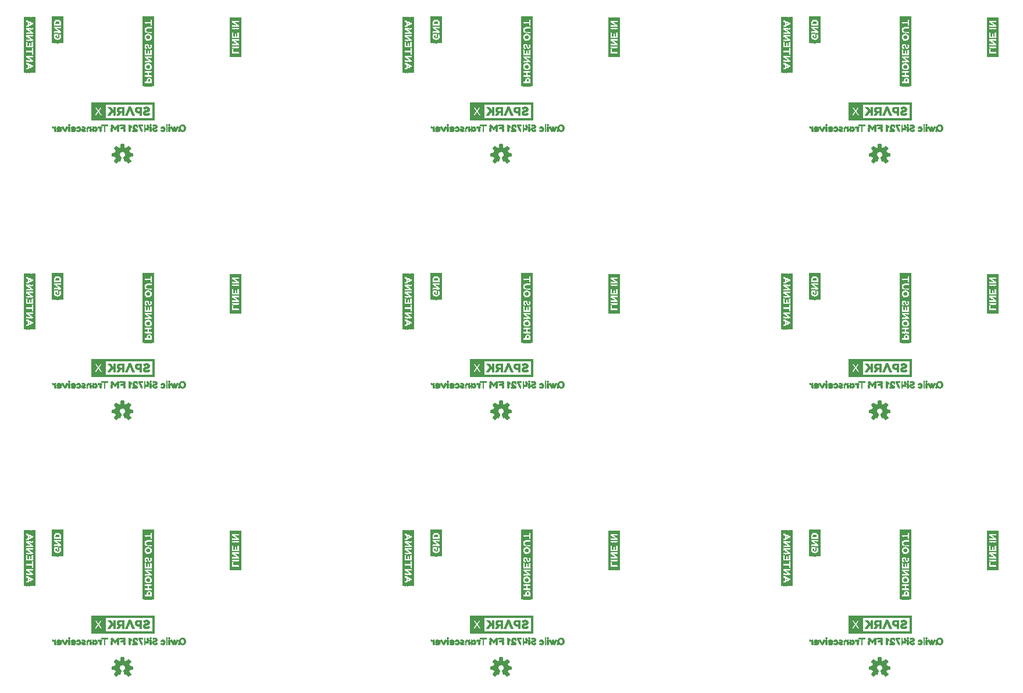
<source format=gbo>
G75*
%MOIN*%
%OFA0B0*%
%FSLAX25Y25*%
%IPPOS*%
%LPD*%
%AMOC8*
5,1,8,0,0,1.08239X$1,22.5*
%
%ADD10R,0.00787X0.00157*%
%ADD11R,0.00630X0.00157*%
%ADD12R,0.00945X0.00157*%
%ADD13R,0.01102X0.00157*%
%ADD14R,0.00315X0.00157*%
%ADD15R,0.02205X0.00157*%
%ADD16R,0.02520X0.00157*%
%ADD17R,0.00157X0.00157*%
%ADD18R,0.03465X0.00157*%
%ADD19R,0.01890X0.00157*%
%ADD20R,0.02992X0.00157*%
%ADD21R,0.01732X0.00157*%
%ADD22R,0.03150X0.00157*%
%ADD23R,0.04094X0.00157*%
%ADD24R,0.02047X0.00157*%
%ADD25R,0.03307X0.00157*%
%ADD26R,0.02835X0.00157*%
%ADD27R,0.02362X0.00157*%
%ADD28R,0.01260X0.00157*%
%ADD29R,0.02677X0.00157*%
%ADD30R,0.01417X0.00157*%
%ADD31R,0.00472X0.00157*%
%ADD32R,0.01575X0.00157*%
%ADD33R,0.03780X0.00157*%
%ADD34R,0.04567X0.00157*%
%ADD35R,0.03622X0.00157*%
%ADD36R,0.03937X0.00157*%
%ADD37C,0.00591*%
%ADD38R,0.00157X0.31969*%
%ADD39R,0.00157X0.03465*%
%ADD40R,0.00157X0.02205*%
%ADD41R,0.00157X0.01890*%
%ADD42R,0.00157X0.00472*%
%ADD43R,0.00157X0.01732*%
%ADD44R,0.00157X0.00630*%
%ADD45R,0.00157X0.03307*%
%ADD46R,0.00157X0.02047*%
%ADD47R,0.00157X0.01575*%
%ADD48R,0.00157X0.00315*%
%ADD49R,0.00157X0.01417*%
%ADD50R,0.00157X0.03150*%
%ADD51R,0.00157X0.01260*%
%ADD52R,0.00157X0.01102*%
%ADD53R,0.00157X0.02992*%
%ADD54R,0.00157X0.00945*%
%ADD55R,0.00157X0.02677*%
%ADD56R,0.00157X0.00787*%
%ADD57R,0.00157X0.02835*%
%ADD58R,0.00157X0.02520*%
%ADD59R,0.00157X0.02362*%
%ADD60R,0.00157X0.15276*%
%ADD61R,0.00157X0.11024*%
%ADD62R,0.00157X0.22520*%
%ADD63R,0.00157X0.04094*%
%ADD64R,0.00157X0.40157*%
%ADD65R,0.00157X0.10709*%
%ADD66R,0.00157X0.04567*%
%ADD67R,0.00157X0.11654*%
%ADD68R,0.00157X0.03937*%
%ADD69R,0.00157X0.03780*%
%ADD70R,0.00157X0.04409*%
%ADD71C,0.00039*%
D10*
X0094839Y0106703D03*
X0097043Y0106545D03*
X0100508Y0106703D03*
X0103028Y0106703D03*
X0103028Y0109537D03*
X0103028Y0110955D03*
X0107594Y0108593D03*
X0107752Y0107648D03*
X0112004Y0107490D03*
X0113264Y0106703D03*
X0115311Y0106703D03*
X0116728Y0106703D03*
X0117988Y0106703D03*
X0117988Y0109537D03*
X0116728Y0109537D03*
X0115311Y0109537D03*
X0121138Y0109537D03*
X0121138Y0106703D03*
X0127437Y0106703D03*
X0130902Y0106703D03*
X0134524Y0106703D03*
X0137516Y0106703D03*
X0149799Y0106703D03*
X0149799Y0109537D03*
X0149799Y0110955D03*
X0153106Y0107805D03*
X0155941Y0107648D03*
X0155941Y0108593D03*
X0158933Y0109537D03*
X0160350Y0109537D03*
X0160350Y0110955D03*
X0160350Y0106703D03*
X0158933Y0106703D03*
X0164130Y0106860D03*
X0164917Y0109537D03*
X0094839Y0109537D03*
X0097043Y0253545D03*
X0094839Y0253703D03*
X0094839Y0256537D03*
X0100508Y0253703D03*
X0103028Y0253703D03*
X0103028Y0256537D03*
X0103028Y0257955D03*
X0107594Y0255593D03*
X0107752Y0254648D03*
X0112004Y0254490D03*
X0113264Y0253703D03*
X0115311Y0253703D03*
X0116728Y0253703D03*
X0117988Y0253703D03*
X0117988Y0256537D03*
X0116728Y0256537D03*
X0115311Y0256537D03*
X0121138Y0256537D03*
X0121138Y0253703D03*
X0127437Y0253703D03*
X0130902Y0253703D03*
X0134524Y0253703D03*
X0137516Y0253703D03*
X0149799Y0253703D03*
X0149799Y0256537D03*
X0149799Y0257955D03*
X0153106Y0254805D03*
X0155941Y0254648D03*
X0155941Y0255593D03*
X0158933Y0256537D03*
X0160350Y0256537D03*
X0160350Y0257955D03*
X0160350Y0253703D03*
X0158933Y0253703D03*
X0164130Y0253860D03*
X0164917Y0256537D03*
X0311839Y0256537D03*
X0311839Y0253703D03*
X0314043Y0253545D03*
X0317508Y0253703D03*
X0320028Y0253703D03*
X0320028Y0256537D03*
X0320028Y0257955D03*
X0324594Y0255593D03*
X0324752Y0254648D03*
X0329004Y0254490D03*
X0330264Y0253703D03*
X0332311Y0253703D03*
X0333728Y0253703D03*
X0334988Y0253703D03*
X0334988Y0256537D03*
X0333728Y0256537D03*
X0332311Y0256537D03*
X0338138Y0256537D03*
X0338138Y0253703D03*
X0344437Y0253703D03*
X0347902Y0253703D03*
X0351524Y0253703D03*
X0354516Y0253703D03*
X0366799Y0253703D03*
X0366799Y0256537D03*
X0366799Y0257955D03*
X0370106Y0254805D03*
X0372941Y0254648D03*
X0372941Y0255593D03*
X0375933Y0256537D03*
X0377350Y0256537D03*
X0377350Y0257955D03*
X0377350Y0253703D03*
X0375933Y0253703D03*
X0381130Y0253860D03*
X0381917Y0256537D03*
X0528839Y0256537D03*
X0528839Y0253703D03*
X0531043Y0253545D03*
X0534508Y0253703D03*
X0537028Y0253703D03*
X0537028Y0256537D03*
X0537028Y0257955D03*
X0541594Y0255593D03*
X0541752Y0254648D03*
X0546004Y0254490D03*
X0547264Y0253703D03*
X0549311Y0253703D03*
X0550728Y0253703D03*
X0551988Y0253703D03*
X0551988Y0256537D03*
X0550728Y0256537D03*
X0549311Y0256537D03*
X0555138Y0256537D03*
X0555138Y0253703D03*
X0561437Y0253703D03*
X0564902Y0253703D03*
X0568524Y0253703D03*
X0571516Y0253703D03*
X0583799Y0253703D03*
X0583799Y0256537D03*
X0583799Y0257955D03*
X0587106Y0254805D03*
X0589941Y0254648D03*
X0589941Y0255593D03*
X0592933Y0256537D03*
X0594350Y0256537D03*
X0594350Y0257955D03*
X0594350Y0253703D03*
X0592933Y0253703D03*
X0598130Y0253860D03*
X0598917Y0256537D03*
X0594350Y0110955D03*
X0594350Y0109537D03*
X0592933Y0109537D03*
X0592933Y0106703D03*
X0594350Y0106703D03*
X0598130Y0106860D03*
X0598917Y0109537D03*
X0589941Y0108593D03*
X0589941Y0107648D03*
X0587106Y0107805D03*
X0583799Y0106703D03*
X0583799Y0109537D03*
X0583799Y0110955D03*
X0571516Y0106703D03*
X0568524Y0106703D03*
X0564902Y0106703D03*
X0561437Y0106703D03*
X0555138Y0106703D03*
X0555138Y0109537D03*
X0551988Y0109537D03*
X0550728Y0109537D03*
X0549311Y0109537D03*
X0549311Y0106703D03*
X0550728Y0106703D03*
X0551988Y0106703D03*
X0547264Y0106703D03*
X0546004Y0107490D03*
X0541752Y0107648D03*
X0541594Y0108593D03*
X0537028Y0109537D03*
X0537028Y0110955D03*
X0537028Y0106703D03*
X0534508Y0106703D03*
X0531043Y0106545D03*
X0528839Y0106703D03*
X0528839Y0109537D03*
X0381917Y0109537D03*
X0381130Y0106860D03*
X0377350Y0106703D03*
X0375933Y0106703D03*
X0375933Y0109537D03*
X0377350Y0109537D03*
X0377350Y0110955D03*
X0372941Y0108593D03*
X0372941Y0107648D03*
X0370106Y0107805D03*
X0366799Y0106703D03*
X0366799Y0109537D03*
X0366799Y0110955D03*
X0354516Y0106703D03*
X0351524Y0106703D03*
X0347902Y0106703D03*
X0344437Y0106703D03*
X0338138Y0106703D03*
X0338138Y0109537D03*
X0334988Y0109537D03*
X0333728Y0109537D03*
X0332311Y0109537D03*
X0332311Y0106703D03*
X0333728Y0106703D03*
X0334988Y0106703D03*
X0330264Y0106703D03*
X0329004Y0107490D03*
X0324752Y0107648D03*
X0324594Y0108593D03*
X0320028Y0109537D03*
X0320028Y0110955D03*
X0320028Y0106703D03*
X0317508Y0106703D03*
X0314043Y0106545D03*
X0311839Y0106703D03*
X0311839Y0109537D03*
X0314043Y0400545D03*
X0311839Y0400703D03*
X0311839Y0403537D03*
X0317508Y0400703D03*
X0320028Y0400703D03*
X0320028Y0403537D03*
X0320028Y0404955D03*
X0324594Y0402593D03*
X0324752Y0401648D03*
X0329004Y0401490D03*
X0330264Y0400703D03*
X0332311Y0400703D03*
X0333728Y0400703D03*
X0334988Y0400703D03*
X0334988Y0403537D03*
X0333728Y0403537D03*
X0332311Y0403537D03*
X0338138Y0403537D03*
X0338138Y0400703D03*
X0344437Y0400703D03*
X0347902Y0400703D03*
X0351524Y0400703D03*
X0354516Y0400703D03*
X0366799Y0400703D03*
X0366799Y0403537D03*
X0366799Y0404955D03*
X0370106Y0401805D03*
X0372941Y0401648D03*
X0372941Y0402593D03*
X0375933Y0403537D03*
X0377350Y0403537D03*
X0377350Y0404955D03*
X0377350Y0400703D03*
X0375933Y0400703D03*
X0381130Y0400860D03*
X0381917Y0403537D03*
X0528839Y0403537D03*
X0528839Y0400703D03*
X0531043Y0400545D03*
X0534508Y0400703D03*
X0537028Y0400703D03*
X0537028Y0403537D03*
X0537028Y0404955D03*
X0541594Y0402593D03*
X0541752Y0401648D03*
X0546004Y0401490D03*
X0547264Y0400703D03*
X0549311Y0400703D03*
X0550728Y0400703D03*
X0551988Y0400703D03*
X0551988Y0403537D03*
X0550728Y0403537D03*
X0549311Y0403537D03*
X0555138Y0403537D03*
X0555138Y0400703D03*
X0561437Y0400703D03*
X0564902Y0400703D03*
X0568524Y0400703D03*
X0571516Y0400703D03*
X0583799Y0400703D03*
X0583799Y0403537D03*
X0583799Y0404955D03*
X0587106Y0401805D03*
X0589941Y0401648D03*
X0589941Y0402593D03*
X0592933Y0403537D03*
X0594350Y0403537D03*
X0594350Y0404955D03*
X0594350Y0400703D03*
X0592933Y0400703D03*
X0598130Y0400860D03*
X0598917Y0403537D03*
X0164917Y0403537D03*
X0164130Y0400860D03*
X0160350Y0400703D03*
X0158933Y0400703D03*
X0158933Y0403537D03*
X0160350Y0403537D03*
X0160350Y0404955D03*
X0155941Y0402593D03*
X0155941Y0401648D03*
X0153106Y0401805D03*
X0149799Y0400703D03*
X0149799Y0403537D03*
X0149799Y0404955D03*
X0137516Y0400703D03*
X0134524Y0400703D03*
X0130902Y0400703D03*
X0127437Y0400703D03*
X0121138Y0400703D03*
X0121138Y0403537D03*
X0117988Y0403537D03*
X0116728Y0403537D03*
X0115311Y0403537D03*
X0115311Y0400703D03*
X0116728Y0400703D03*
X0117988Y0400703D03*
X0113264Y0400703D03*
X0112004Y0401490D03*
X0107752Y0401648D03*
X0107594Y0402593D03*
X0103028Y0403537D03*
X0103028Y0404955D03*
X0103028Y0400703D03*
X0100508Y0400703D03*
X0097043Y0400545D03*
X0094839Y0400703D03*
X0094839Y0403537D03*
D11*
X0096335Y0401490D03*
X0099327Y0403537D03*
X0101689Y0403537D03*
X0105154Y0400545D03*
X0123264Y0400703D03*
X0129248Y0401805D03*
X0146413Y0400703D03*
X0158854Y0404955D03*
X0161689Y0403537D03*
X0163264Y0403537D03*
X0164051Y0400703D03*
X0162476Y0400703D03*
X0165941Y0400703D03*
X0313335Y0401490D03*
X0316327Y0403537D03*
X0318689Y0403537D03*
X0322154Y0400545D03*
X0340264Y0400703D03*
X0346248Y0401805D03*
X0363413Y0400703D03*
X0375854Y0404955D03*
X0378689Y0403537D03*
X0380264Y0403537D03*
X0381051Y0400703D03*
X0379476Y0400703D03*
X0382941Y0400703D03*
X0530335Y0401490D03*
X0533327Y0403537D03*
X0535689Y0403537D03*
X0539154Y0400545D03*
X0557264Y0400703D03*
X0563248Y0401805D03*
X0580413Y0400703D03*
X0592854Y0404955D03*
X0595689Y0403537D03*
X0597264Y0403537D03*
X0598051Y0400703D03*
X0596476Y0400703D03*
X0599941Y0400703D03*
X0592854Y0257955D03*
X0595689Y0256537D03*
X0597264Y0256537D03*
X0598051Y0253703D03*
X0596476Y0253703D03*
X0599941Y0253703D03*
X0580413Y0253703D03*
X0563248Y0254805D03*
X0557264Y0253703D03*
X0539154Y0253545D03*
X0535689Y0256537D03*
X0533327Y0256537D03*
X0530335Y0254490D03*
X0382941Y0253703D03*
X0381051Y0253703D03*
X0379476Y0253703D03*
X0378689Y0256537D03*
X0380264Y0256537D03*
X0375854Y0257955D03*
X0363413Y0253703D03*
X0346248Y0254805D03*
X0340264Y0253703D03*
X0322154Y0253545D03*
X0318689Y0256537D03*
X0316327Y0256537D03*
X0313335Y0254490D03*
X0165941Y0253703D03*
X0164051Y0253703D03*
X0162476Y0253703D03*
X0161689Y0256537D03*
X0163264Y0256537D03*
X0158854Y0257955D03*
X0146413Y0253703D03*
X0129248Y0254805D03*
X0123264Y0253703D03*
X0105154Y0253545D03*
X0101689Y0256537D03*
X0099327Y0256537D03*
X0096335Y0254490D03*
X0099327Y0109537D03*
X0101689Y0109537D03*
X0105154Y0106545D03*
X0096335Y0107490D03*
X0123264Y0106703D03*
X0129248Y0107805D03*
X0146413Y0106703D03*
X0158854Y0110955D03*
X0161689Y0109537D03*
X0163264Y0109537D03*
X0164051Y0106703D03*
X0162476Y0106703D03*
X0165941Y0106703D03*
X0313335Y0107490D03*
X0316327Y0109537D03*
X0318689Y0109537D03*
X0322154Y0106545D03*
X0340264Y0106703D03*
X0346248Y0107805D03*
X0363413Y0106703D03*
X0375854Y0110955D03*
X0378689Y0109537D03*
X0380264Y0109537D03*
X0381051Y0106703D03*
X0379476Y0106703D03*
X0382941Y0106703D03*
X0530335Y0107490D03*
X0533327Y0109537D03*
X0535689Y0109537D03*
X0539154Y0106545D03*
X0557264Y0106703D03*
X0563248Y0107805D03*
X0580413Y0106703D03*
X0592854Y0110955D03*
X0595689Y0109537D03*
X0597264Y0109537D03*
X0598051Y0106703D03*
X0596476Y0106703D03*
X0599941Y0106703D03*
D12*
X0598996Y0109380D03*
X0597264Y0109380D03*
X0595689Y0109380D03*
X0594272Y0110167D03*
X0592854Y0110167D03*
X0592854Y0110325D03*
X0592854Y0110482D03*
X0592854Y0110640D03*
X0592854Y0110797D03*
X0592854Y0109380D03*
X0592854Y0109222D03*
X0592854Y0109065D03*
X0592854Y0108907D03*
X0592854Y0108750D03*
X0592854Y0108593D03*
X0592854Y0108435D03*
X0592854Y0108278D03*
X0592854Y0108120D03*
X0592854Y0107963D03*
X0592854Y0107805D03*
X0592854Y0107648D03*
X0592854Y0107490D03*
X0592854Y0107333D03*
X0592854Y0107175D03*
X0592854Y0107018D03*
X0592854Y0106860D03*
X0596476Y0106860D03*
X0596476Y0107018D03*
X0601831Y0110797D03*
X0587028Y0109695D03*
X0585453Y0109852D03*
X0583720Y0110167D03*
X0581988Y0110482D03*
X0581988Y0110640D03*
X0580413Y0110640D03*
X0580413Y0110482D03*
X0580413Y0110325D03*
X0580413Y0110167D03*
X0580413Y0110010D03*
X0580413Y0109852D03*
X0580413Y0109695D03*
X0580413Y0109537D03*
X0580413Y0109380D03*
X0580413Y0109222D03*
X0580413Y0109065D03*
X0580413Y0108907D03*
X0580413Y0107648D03*
X0580413Y0107490D03*
X0580413Y0107333D03*
X0580413Y0107175D03*
X0580413Y0107018D03*
X0580413Y0106860D03*
X0578524Y0106860D03*
X0578524Y0106703D03*
X0578524Y0107018D03*
X0578524Y0107175D03*
X0575846Y0108907D03*
X0575846Y0109065D03*
X0575846Y0109222D03*
X0575846Y0109380D03*
X0574902Y0110797D03*
X0573799Y0109380D03*
X0571437Y0110640D03*
X0571437Y0106860D03*
X0568602Y0106860D03*
X0564980Y0106860D03*
X0564980Y0107018D03*
X0563248Y0107963D03*
X0561516Y0106860D03*
X0561516Y0110640D03*
X0564980Y0110640D03*
X0557264Y0109852D03*
X0557264Y0109695D03*
X0557264Y0109537D03*
X0557264Y0109380D03*
X0557264Y0109222D03*
X0557264Y0109065D03*
X0557264Y0108907D03*
X0557264Y0108750D03*
X0557264Y0108593D03*
X0557264Y0108435D03*
X0557264Y0108278D03*
X0557264Y0108120D03*
X0557264Y0107963D03*
X0557264Y0107805D03*
X0557264Y0107648D03*
X0557264Y0107490D03*
X0557264Y0107333D03*
X0557264Y0107175D03*
X0557264Y0107018D03*
X0557264Y0106860D03*
X0553957Y0109537D03*
X0548130Y0109537D03*
X0547343Y0108278D03*
X0547343Y0108120D03*
X0547343Y0107963D03*
X0547343Y0107805D03*
X0547343Y0107648D03*
X0547343Y0107490D03*
X0547343Y0107333D03*
X0547343Y0107175D03*
X0547343Y0107018D03*
X0547343Y0106860D03*
X0545925Y0108750D03*
X0544508Y0107490D03*
X0538366Y0108435D03*
X0538366Y0108593D03*
X0537106Y0110167D03*
X0535689Y0109380D03*
X0533327Y0109380D03*
X0528917Y0107018D03*
X0528917Y0106860D03*
X0527657Y0109537D03*
X0384831Y0110797D03*
X0381996Y0109380D03*
X0380264Y0109380D03*
X0378689Y0109380D03*
X0377272Y0110167D03*
X0375854Y0110167D03*
X0375854Y0110325D03*
X0375854Y0110482D03*
X0375854Y0110640D03*
X0375854Y0110797D03*
X0375854Y0109380D03*
X0375854Y0109222D03*
X0375854Y0109065D03*
X0375854Y0108907D03*
X0375854Y0108750D03*
X0375854Y0108593D03*
X0375854Y0108435D03*
X0375854Y0108278D03*
X0375854Y0108120D03*
X0375854Y0107963D03*
X0375854Y0107805D03*
X0375854Y0107648D03*
X0375854Y0107490D03*
X0375854Y0107333D03*
X0375854Y0107175D03*
X0375854Y0107018D03*
X0375854Y0106860D03*
X0379476Y0106860D03*
X0379476Y0107018D03*
X0370028Y0109695D03*
X0368453Y0109852D03*
X0366720Y0110167D03*
X0364988Y0110482D03*
X0364988Y0110640D03*
X0363413Y0110640D03*
X0363413Y0110482D03*
X0363413Y0110325D03*
X0363413Y0110167D03*
X0363413Y0110010D03*
X0363413Y0109852D03*
X0363413Y0109695D03*
X0363413Y0109537D03*
X0363413Y0109380D03*
X0363413Y0109222D03*
X0363413Y0109065D03*
X0363413Y0108907D03*
X0363413Y0107648D03*
X0363413Y0107490D03*
X0363413Y0107333D03*
X0363413Y0107175D03*
X0363413Y0107018D03*
X0363413Y0106860D03*
X0361524Y0106860D03*
X0361524Y0106703D03*
X0361524Y0107018D03*
X0361524Y0107175D03*
X0358846Y0108907D03*
X0358846Y0109065D03*
X0358846Y0109222D03*
X0358846Y0109380D03*
X0357902Y0110797D03*
X0356799Y0109380D03*
X0354437Y0110640D03*
X0354437Y0106860D03*
X0351602Y0106860D03*
X0347980Y0106860D03*
X0347980Y0107018D03*
X0346248Y0107963D03*
X0344516Y0106860D03*
X0344516Y0110640D03*
X0347980Y0110640D03*
X0340264Y0109852D03*
X0340264Y0109695D03*
X0340264Y0109537D03*
X0340264Y0109380D03*
X0340264Y0109222D03*
X0340264Y0109065D03*
X0340264Y0108907D03*
X0340264Y0108750D03*
X0340264Y0108593D03*
X0340264Y0108435D03*
X0340264Y0108278D03*
X0340264Y0108120D03*
X0340264Y0107963D03*
X0340264Y0107805D03*
X0340264Y0107648D03*
X0340264Y0107490D03*
X0340264Y0107333D03*
X0340264Y0107175D03*
X0340264Y0107018D03*
X0340264Y0106860D03*
X0336957Y0109537D03*
X0331130Y0109537D03*
X0330343Y0108278D03*
X0330343Y0108120D03*
X0330343Y0107963D03*
X0330343Y0107805D03*
X0330343Y0107648D03*
X0330343Y0107490D03*
X0330343Y0107333D03*
X0330343Y0107175D03*
X0330343Y0107018D03*
X0330343Y0106860D03*
X0328925Y0108750D03*
X0327508Y0107490D03*
X0321366Y0108435D03*
X0321366Y0108593D03*
X0320106Y0110167D03*
X0318689Y0109380D03*
X0316327Y0109380D03*
X0311917Y0107018D03*
X0311917Y0106860D03*
X0310657Y0109537D03*
X0167831Y0110797D03*
X0164996Y0109380D03*
X0163264Y0109380D03*
X0161689Y0109380D03*
X0160272Y0110167D03*
X0158854Y0110167D03*
X0158854Y0110325D03*
X0158854Y0110482D03*
X0158854Y0110640D03*
X0158854Y0110797D03*
X0158854Y0109380D03*
X0158854Y0109222D03*
X0158854Y0109065D03*
X0158854Y0108907D03*
X0158854Y0108750D03*
X0158854Y0108593D03*
X0158854Y0108435D03*
X0158854Y0108278D03*
X0158854Y0108120D03*
X0158854Y0107963D03*
X0158854Y0107805D03*
X0158854Y0107648D03*
X0158854Y0107490D03*
X0158854Y0107333D03*
X0158854Y0107175D03*
X0158854Y0107018D03*
X0158854Y0106860D03*
X0162476Y0106860D03*
X0162476Y0107018D03*
X0153028Y0109695D03*
X0151453Y0109852D03*
X0149720Y0110167D03*
X0147988Y0110482D03*
X0147988Y0110640D03*
X0146413Y0110640D03*
X0146413Y0110482D03*
X0146413Y0110325D03*
X0146413Y0110167D03*
X0146413Y0110010D03*
X0146413Y0109852D03*
X0146413Y0109695D03*
X0146413Y0109537D03*
X0146413Y0109380D03*
X0146413Y0109222D03*
X0146413Y0109065D03*
X0146413Y0108907D03*
X0146413Y0107648D03*
X0146413Y0107490D03*
X0146413Y0107333D03*
X0146413Y0107175D03*
X0146413Y0107018D03*
X0146413Y0106860D03*
X0144524Y0106860D03*
X0144524Y0106703D03*
X0144524Y0107018D03*
X0144524Y0107175D03*
X0141846Y0108907D03*
X0141846Y0109065D03*
X0141846Y0109222D03*
X0141846Y0109380D03*
X0140902Y0110797D03*
X0139799Y0109380D03*
X0137437Y0110640D03*
X0137437Y0106860D03*
X0134602Y0106860D03*
X0130980Y0106860D03*
X0130980Y0107018D03*
X0129248Y0107963D03*
X0127516Y0106860D03*
X0127516Y0110640D03*
X0130980Y0110640D03*
X0123264Y0109852D03*
X0123264Y0109695D03*
X0123264Y0109537D03*
X0123264Y0109380D03*
X0123264Y0109222D03*
X0123264Y0109065D03*
X0123264Y0108907D03*
X0123264Y0108750D03*
X0123264Y0108593D03*
X0123264Y0108435D03*
X0123264Y0108278D03*
X0123264Y0108120D03*
X0123264Y0107963D03*
X0123264Y0107805D03*
X0123264Y0107648D03*
X0123264Y0107490D03*
X0123264Y0107333D03*
X0123264Y0107175D03*
X0123264Y0107018D03*
X0123264Y0106860D03*
X0119957Y0109537D03*
X0114130Y0109537D03*
X0113343Y0108278D03*
X0113343Y0108120D03*
X0113343Y0107963D03*
X0113343Y0107805D03*
X0113343Y0107648D03*
X0113343Y0107490D03*
X0113343Y0107333D03*
X0113343Y0107175D03*
X0113343Y0107018D03*
X0113343Y0106860D03*
X0111925Y0108750D03*
X0110508Y0107490D03*
X0104366Y0108435D03*
X0104366Y0108593D03*
X0103106Y0110167D03*
X0101689Y0109380D03*
X0099327Y0109380D03*
X0094917Y0107018D03*
X0094917Y0106860D03*
X0093657Y0109537D03*
X0094917Y0253860D03*
X0094917Y0254018D03*
X0093657Y0256537D03*
X0099327Y0256380D03*
X0101689Y0256380D03*
X0103106Y0257167D03*
X0104366Y0255593D03*
X0104366Y0255435D03*
X0110508Y0254490D03*
X0111925Y0255750D03*
X0113343Y0255278D03*
X0113343Y0255120D03*
X0113343Y0254963D03*
X0113343Y0254805D03*
X0113343Y0254648D03*
X0113343Y0254490D03*
X0113343Y0254333D03*
X0113343Y0254175D03*
X0113343Y0254018D03*
X0113343Y0253860D03*
X0114130Y0256537D03*
X0119957Y0256537D03*
X0123264Y0256537D03*
X0123264Y0256380D03*
X0123264Y0256222D03*
X0123264Y0256065D03*
X0123264Y0255907D03*
X0123264Y0255750D03*
X0123264Y0255593D03*
X0123264Y0255435D03*
X0123264Y0255278D03*
X0123264Y0255120D03*
X0123264Y0254963D03*
X0123264Y0254805D03*
X0123264Y0254648D03*
X0123264Y0254490D03*
X0123264Y0254333D03*
X0123264Y0254175D03*
X0123264Y0254018D03*
X0123264Y0253860D03*
X0123264Y0256695D03*
X0123264Y0256852D03*
X0127516Y0257640D03*
X0129248Y0254963D03*
X0130980Y0254018D03*
X0130980Y0253860D03*
X0127516Y0253860D03*
X0130980Y0257640D03*
X0134602Y0253860D03*
X0137437Y0253860D03*
X0139799Y0256380D03*
X0140902Y0257797D03*
X0141846Y0256380D03*
X0141846Y0256222D03*
X0141846Y0256065D03*
X0141846Y0255907D03*
X0144524Y0254175D03*
X0144524Y0254018D03*
X0144524Y0253860D03*
X0144524Y0253703D03*
X0146413Y0253860D03*
X0146413Y0254018D03*
X0146413Y0254175D03*
X0146413Y0254333D03*
X0146413Y0254490D03*
X0146413Y0254648D03*
X0146413Y0255907D03*
X0146413Y0256065D03*
X0146413Y0256222D03*
X0146413Y0256380D03*
X0146413Y0256537D03*
X0146413Y0256695D03*
X0146413Y0256852D03*
X0146413Y0257010D03*
X0146413Y0257167D03*
X0146413Y0257325D03*
X0146413Y0257482D03*
X0146413Y0257640D03*
X0147988Y0257640D03*
X0147988Y0257482D03*
X0149720Y0257167D03*
X0151453Y0256852D03*
X0153028Y0256695D03*
X0158854Y0256380D03*
X0158854Y0256222D03*
X0158854Y0256065D03*
X0158854Y0255907D03*
X0158854Y0255750D03*
X0158854Y0255593D03*
X0158854Y0255435D03*
X0158854Y0255278D03*
X0158854Y0255120D03*
X0158854Y0254963D03*
X0158854Y0254805D03*
X0158854Y0254648D03*
X0158854Y0254490D03*
X0158854Y0254333D03*
X0158854Y0254175D03*
X0158854Y0254018D03*
X0158854Y0253860D03*
X0158854Y0257167D03*
X0158854Y0257325D03*
X0158854Y0257482D03*
X0158854Y0257640D03*
X0158854Y0257797D03*
X0160272Y0257167D03*
X0161689Y0256380D03*
X0163264Y0256380D03*
X0164996Y0256380D03*
X0167831Y0257797D03*
X0162476Y0254018D03*
X0162476Y0253860D03*
X0137437Y0257640D03*
X0310657Y0256537D03*
X0311917Y0254018D03*
X0311917Y0253860D03*
X0316327Y0256380D03*
X0318689Y0256380D03*
X0320106Y0257167D03*
X0321366Y0255593D03*
X0321366Y0255435D03*
X0327508Y0254490D03*
X0328925Y0255750D03*
X0330343Y0255278D03*
X0330343Y0255120D03*
X0330343Y0254963D03*
X0330343Y0254805D03*
X0330343Y0254648D03*
X0330343Y0254490D03*
X0330343Y0254333D03*
X0330343Y0254175D03*
X0330343Y0254018D03*
X0330343Y0253860D03*
X0331130Y0256537D03*
X0336957Y0256537D03*
X0340264Y0256537D03*
X0340264Y0256380D03*
X0340264Y0256222D03*
X0340264Y0256065D03*
X0340264Y0255907D03*
X0340264Y0255750D03*
X0340264Y0255593D03*
X0340264Y0255435D03*
X0340264Y0255278D03*
X0340264Y0255120D03*
X0340264Y0254963D03*
X0340264Y0254805D03*
X0340264Y0254648D03*
X0340264Y0254490D03*
X0340264Y0254333D03*
X0340264Y0254175D03*
X0340264Y0254018D03*
X0340264Y0253860D03*
X0340264Y0256695D03*
X0340264Y0256852D03*
X0344516Y0257640D03*
X0346248Y0254963D03*
X0347980Y0254018D03*
X0347980Y0253860D03*
X0344516Y0253860D03*
X0347980Y0257640D03*
X0351602Y0253860D03*
X0354437Y0253860D03*
X0356799Y0256380D03*
X0357902Y0257797D03*
X0358846Y0256380D03*
X0358846Y0256222D03*
X0358846Y0256065D03*
X0358846Y0255907D03*
X0361524Y0254175D03*
X0361524Y0254018D03*
X0361524Y0253860D03*
X0361524Y0253703D03*
X0363413Y0253860D03*
X0363413Y0254018D03*
X0363413Y0254175D03*
X0363413Y0254333D03*
X0363413Y0254490D03*
X0363413Y0254648D03*
X0363413Y0255907D03*
X0363413Y0256065D03*
X0363413Y0256222D03*
X0363413Y0256380D03*
X0363413Y0256537D03*
X0363413Y0256695D03*
X0363413Y0256852D03*
X0363413Y0257010D03*
X0363413Y0257167D03*
X0363413Y0257325D03*
X0363413Y0257482D03*
X0363413Y0257640D03*
X0364988Y0257640D03*
X0364988Y0257482D03*
X0366720Y0257167D03*
X0368453Y0256852D03*
X0370028Y0256695D03*
X0375854Y0256380D03*
X0375854Y0256222D03*
X0375854Y0256065D03*
X0375854Y0255907D03*
X0375854Y0255750D03*
X0375854Y0255593D03*
X0375854Y0255435D03*
X0375854Y0255278D03*
X0375854Y0255120D03*
X0375854Y0254963D03*
X0375854Y0254805D03*
X0375854Y0254648D03*
X0375854Y0254490D03*
X0375854Y0254333D03*
X0375854Y0254175D03*
X0375854Y0254018D03*
X0375854Y0253860D03*
X0375854Y0257167D03*
X0375854Y0257325D03*
X0375854Y0257482D03*
X0375854Y0257640D03*
X0375854Y0257797D03*
X0377272Y0257167D03*
X0378689Y0256380D03*
X0380264Y0256380D03*
X0381996Y0256380D03*
X0384831Y0257797D03*
X0379476Y0254018D03*
X0379476Y0253860D03*
X0354437Y0257640D03*
X0527657Y0256537D03*
X0528917Y0254018D03*
X0528917Y0253860D03*
X0533327Y0256380D03*
X0535689Y0256380D03*
X0537106Y0257167D03*
X0538366Y0255593D03*
X0538366Y0255435D03*
X0544508Y0254490D03*
X0545925Y0255750D03*
X0547343Y0255278D03*
X0547343Y0255120D03*
X0547343Y0254963D03*
X0547343Y0254805D03*
X0547343Y0254648D03*
X0547343Y0254490D03*
X0547343Y0254333D03*
X0547343Y0254175D03*
X0547343Y0254018D03*
X0547343Y0253860D03*
X0548130Y0256537D03*
X0553957Y0256537D03*
X0557264Y0256537D03*
X0557264Y0256380D03*
X0557264Y0256222D03*
X0557264Y0256065D03*
X0557264Y0255907D03*
X0557264Y0255750D03*
X0557264Y0255593D03*
X0557264Y0255435D03*
X0557264Y0255278D03*
X0557264Y0255120D03*
X0557264Y0254963D03*
X0557264Y0254805D03*
X0557264Y0254648D03*
X0557264Y0254490D03*
X0557264Y0254333D03*
X0557264Y0254175D03*
X0557264Y0254018D03*
X0557264Y0253860D03*
X0557264Y0256695D03*
X0557264Y0256852D03*
X0561516Y0257640D03*
X0563248Y0254963D03*
X0564980Y0254018D03*
X0564980Y0253860D03*
X0561516Y0253860D03*
X0564980Y0257640D03*
X0568602Y0253860D03*
X0571437Y0253860D03*
X0573799Y0256380D03*
X0574902Y0257797D03*
X0575846Y0256380D03*
X0575846Y0256222D03*
X0575846Y0256065D03*
X0575846Y0255907D03*
X0578524Y0254175D03*
X0578524Y0254018D03*
X0578524Y0253860D03*
X0578524Y0253703D03*
X0580413Y0253860D03*
X0580413Y0254018D03*
X0580413Y0254175D03*
X0580413Y0254333D03*
X0580413Y0254490D03*
X0580413Y0254648D03*
X0580413Y0255907D03*
X0580413Y0256065D03*
X0580413Y0256222D03*
X0580413Y0256380D03*
X0580413Y0256537D03*
X0580413Y0256695D03*
X0580413Y0256852D03*
X0580413Y0257010D03*
X0580413Y0257167D03*
X0580413Y0257325D03*
X0580413Y0257482D03*
X0580413Y0257640D03*
X0581988Y0257640D03*
X0581988Y0257482D03*
X0583720Y0257167D03*
X0585453Y0256852D03*
X0587028Y0256695D03*
X0592854Y0256380D03*
X0592854Y0256222D03*
X0592854Y0256065D03*
X0592854Y0255907D03*
X0592854Y0255750D03*
X0592854Y0255593D03*
X0592854Y0255435D03*
X0592854Y0255278D03*
X0592854Y0255120D03*
X0592854Y0254963D03*
X0592854Y0254805D03*
X0592854Y0254648D03*
X0592854Y0254490D03*
X0592854Y0254333D03*
X0592854Y0254175D03*
X0592854Y0254018D03*
X0592854Y0253860D03*
X0592854Y0257167D03*
X0592854Y0257325D03*
X0592854Y0257482D03*
X0592854Y0257640D03*
X0592854Y0257797D03*
X0594272Y0257167D03*
X0595689Y0256380D03*
X0597264Y0256380D03*
X0598996Y0256380D03*
X0601831Y0257797D03*
X0596476Y0254018D03*
X0596476Y0253860D03*
X0571437Y0257640D03*
X0571437Y0400860D03*
X0568602Y0400860D03*
X0564980Y0400860D03*
X0564980Y0401018D03*
X0563248Y0401963D03*
X0561516Y0400860D03*
X0561516Y0404640D03*
X0564980Y0404640D03*
X0571437Y0404640D03*
X0573799Y0403380D03*
X0574902Y0404797D03*
X0575846Y0403380D03*
X0575846Y0403222D03*
X0575846Y0403065D03*
X0575846Y0402907D03*
X0578524Y0401175D03*
X0578524Y0401018D03*
X0578524Y0400860D03*
X0578524Y0400703D03*
X0580413Y0400860D03*
X0580413Y0401018D03*
X0580413Y0401175D03*
X0580413Y0401333D03*
X0580413Y0401490D03*
X0580413Y0401648D03*
X0580413Y0402907D03*
X0580413Y0403065D03*
X0580413Y0403222D03*
X0580413Y0403380D03*
X0580413Y0403537D03*
X0580413Y0403695D03*
X0580413Y0403852D03*
X0580413Y0404010D03*
X0580413Y0404167D03*
X0580413Y0404325D03*
X0580413Y0404482D03*
X0580413Y0404640D03*
X0581988Y0404640D03*
X0581988Y0404482D03*
X0583720Y0404167D03*
X0585453Y0403852D03*
X0587028Y0403695D03*
X0592854Y0403380D03*
X0592854Y0403222D03*
X0592854Y0403065D03*
X0592854Y0402907D03*
X0592854Y0402750D03*
X0592854Y0402593D03*
X0592854Y0402435D03*
X0592854Y0402278D03*
X0592854Y0402120D03*
X0592854Y0401963D03*
X0592854Y0401805D03*
X0592854Y0401648D03*
X0592854Y0401490D03*
X0592854Y0401333D03*
X0592854Y0401175D03*
X0592854Y0401018D03*
X0592854Y0400860D03*
X0592854Y0404167D03*
X0592854Y0404325D03*
X0592854Y0404482D03*
X0592854Y0404640D03*
X0592854Y0404797D03*
X0594272Y0404167D03*
X0595689Y0403380D03*
X0597264Y0403380D03*
X0598996Y0403380D03*
X0601831Y0404797D03*
X0596476Y0401018D03*
X0596476Y0400860D03*
X0557264Y0400860D03*
X0557264Y0401018D03*
X0557264Y0401175D03*
X0557264Y0401333D03*
X0557264Y0401490D03*
X0557264Y0401648D03*
X0557264Y0401805D03*
X0557264Y0401963D03*
X0557264Y0402120D03*
X0557264Y0402278D03*
X0557264Y0402435D03*
X0557264Y0402593D03*
X0557264Y0402750D03*
X0557264Y0402907D03*
X0557264Y0403065D03*
X0557264Y0403222D03*
X0557264Y0403380D03*
X0557264Y0403537D03*
X0557264Y0403695D03*
X0557264Y0403852D03*
X0553957Y0403537D03*
X0548130Y0403537D03*
X0547343Y0402278D03*
X0547343Y0402120D03*
X0547343Y0401963D03*
X0547343Y0401805D03*
X0547343Y0401648D03*
X0547343Y0401490D03*
X0547343Y0401333D03*
X0547343Y0401175D03*
X0547343Y0401018D03*
X0547343Y0400860D03*
X0545925Y0402750D03*
X0544508Y0401490D03*
X0538366Y0402435D03*
X0538366Y0402593D03*
X0537106Y0404167D03*
X0535689Y0403380D03*
X0533327Y0403380D03*
X0528917Y0401018D03*
X0528917Y0400860D03*
X0527657Y0403537D03*
X0384831Y0404797D03*
X0381996Y0403380D03*
X0380264Y0403380D03*
X0378689Y0403380D03*
X0377272Y0404167D03*
X0375854Y0404167D03*
X0375854Y0404325D03*
X0375854Y0404482D03*
X0375854Y0404640D03*
X0375854Y0404797D03*
X0375854Y0403380D03*
X0375854Y0403222D03*
X0375854Y0403065D03*
X0375854Y0402907D03*
X0375854Y0402750D03*
X0375854Y0402593D03*
X0375854Y0402435D03*
X0375854Y0402278D03*
X0375854Y0402120D03*
X0375854Y0401963D03*
X0375854Y0401805D03*
X0375854Y0401648D03*
X0375854Y0401490D03*
X0375854Y0401333D03*
X0375854Y0401175D03*
X0375854Y0401018D03*
X0375854Y0400860D03*
X0379476Y0400860D03*
X0379476Y0401018D03*
X0370028Y0403695D03*
X0368453Y0403852D03*
X0366720Y0404167D03*
X0364988Y0404482D03*
X0364988Y0404640D03*
X0363413Y0404640D03*
X0363413Y0404482D03*
X0363413Y0404325D03*
X0363413Y0404167D03*
X0363413Y0404010D03*
X0363413Y0403852D03*
X0363413Y0403695D03*
X0363413Y0403537D03*
X0363413Y0403380D03*
X0363413Y0403222D03*
X0363413Y0403065D03*
X0363413Y0402907D03*
X0363413Y0401648D03*
X0363413Y0401490D03*
X0363413Y0401333D03*
X0363413Y0401175D03*
X0363413Y0401018D03*
X0363413Y0400860D03*
X0361524Y0400860D03*
X0361524Y0400703D03*
X0361524Y0401018D03*
X0361524Y0401175D03*
X0358846Y0402907D03*
X0358846Y0403065D03*
X0358846Y0403222D03*
X0358846Y0403380D03*
X0357902Y0404797D03*
X0356799Y0403380D03*
X0354437Y0404640D03*
X0354437Y0400860D03*
X0351602Y0400860D03*
X0347980Y0400860D03*
X0347980Y0401018D03*
X0346248Y0401963D03*
X0344516Y0400860D03*
X0344516Y0404640D03*
X0347980Y0404640D03*
X0340264Y0403852D03*
X0340264Y0403695D03*
X0340264Y0403537D03*
X0340264Y0403380D03*
X0340264Y0403222D03*
X0340264Y0403065D03*
X0340264Y0402907D03*
X0340264Y0402750D03*
X0340264Y0402593D03*
X0340264Y0402435D03*
X0340264Y0402278D03*
X0340264Y0402120D03*
X0340264Y0401963D03*
X0340264Y0401805D03*
X0340264Y0401648D03*
X0340264Y0401490D03*
X0340264Y0401333D03*
X0340264Y0401175D03*
X0340264Y0401018D03*
X0340264Y0400860D03*
X0336957Y0403537D03*
X0331130Y0403537D03*
X0330343Y0402278D03*
X0330343Y0402120D03*
X0330343Y0401963D03*
X0330343Y0401805D03*
X0330343Y0401648D03*
X0330343Y0401490D03*
X0330343Y0401333D03*
X0330343Y0401175D03*
X0330343Y0401018D03*
X0330343Y0400860D03*
X0328925Y0402750D03*
X0327508Y0401490D03*
X0321366Y0402435D03*
X0321366Y0402593D03*
X0320106Y0404167D03*
X0318689Y0403380D03*
X0316327Y0403380D03*
X0311917Y0401018D03*
X0311917Y0400860D03*
X0310657Y0403537D03*
X0167831Y0404797D03*
X0164996Y0403380D03*
X0163264Y0403380D03*
X0161689Y0403380D03*
X0160272Y0404167D03*
X0158854Y0404167D03*
X0158854Y0404325D03*
X0158854Y0404482D03*
X0158854Y0404640D03*
X0158854Y0404797D03*
X0158854Y0403380D03*
X0158854Y0403222D03*
X0158854Y0403065D03*
X0158854Y0402907D03*
X0158854Y0402750D03*
X0158854Y0402593D03*
X0158854Y0402435D03*
X0158854Y0402278D03*
X0158854Y0402120D03*
X0158854Y0401963D03*
X0158854Y0401805D03*
X0158854Y0401648D03*
X0158854Y0401490D03*
X0158854Y0401333D03*
X0158854Y0401175D03*
X0158854Y0401018D03*
X0158854Y0400860D03*
X0162476Y0400860D03*
X0162476Y0401018D03*
X0153028Y0403695D03*
X0151453Y0403852D03*
X0149720Y0404167D03*
X0147988Y0404482D03*
X0147988Y0404640D03*
X0146413Y0404640D03*
X0146413Y0404482D03*
X0146413Y0404325D03*
X0146413Y0404167D03*
X0146413Y0404010D03*
X0146413Y0403852D03*
X0146413Y0403695D03*
X0146413Y0403537D03*
X0146413Y0403380D03*
X0146413Y0403222D03*
X0146413Y0403065D03*
X0146413Y0402907D03*
X0146413Y0401648D03*
X0146413Y0401490D03*
X0146413Y0401333D03*
X0146413Y0401175D03*
X0146413Y0401018D03*
X0146413Y0400860D03*
X0144524Y0400860D03*
X0144524Y0400703D03*
X0144524Y0401018D03*
X0144524Y0401175D03*
X0141846Y0402907D03*
X0141846Y0403065D03*
X0141846Y0403222D03*
X0141846Y0403380D03*
X0140902Y0404797D03*
X0139799Y0403380D03*
X0137437Y0404640D03*
X0137437Y0400860D03*
X0134602Y0400860D03*
X0130980Y0400860D03*
X0130980Y0401018D03*
X0129248Y0401963D03*
X0127516Y0400860D03*
X0127516Y0404640D03*
X0130980Y0404640D03*
X0123264Y0403852D03*
X0123264Y0403695D03*
X0123264Y0403537D03*
X0123264Y0403380D03*
X0123264Y0403222D03*
X0123264Y0403065D03*
X0123264Y0402907D03*
X0123264Y0402750D03*
X0123264Y0402593D03*
X0123264Y0402435D03*
X0123264Y0402278D03*
X0123264Y0402120D03*
X0123264Y0401963D03*
X0123264Y0401805D03*
X0123264Y0401648D03*
X0123264Y0401490D03*
X0123264Y0401333D03*
X0123264Y0401175D03*
X0123264Y0401018D03*
X0123264Y0400860D03*
X0119957Y0403537D03*
X0114130Y0403537D03*
X0113343Y0402278D03*
X0113343Y0402120D03*
X0113343Y0401963D03*
X0113343Y0401805D03*
X0113343Y0401648D03*
X0113343Y0401490D03*
X0113343Y0401333D03*
X0113343Y0401175D03*
X0113343Y0401018D03*
X0113343Y0400860D03*
X0111925Y0402750D03*
X0110508Y0401490D03*
X0104366Y0402435D03*
X0104366Y0402593D03*
X0103106Y0404167D03*
X0101689Y0403380D03*
X0099327Y0403380D03*
X0094917Y0401018D03*
X0094917Y0400860D03*
X0093657Y0403537D03*
D13*
X0094839Y0402435D03*
X0094839Y0402278D03*
X0094839Y0402120D03*
X0094839Y0401963D03*
X0094839Y0401805D03*
X0094839Y0401648D03*
X0094839Y0401490D03*
X0094839Y0401333D03*
X0094839Y0401175D03*
X0096256Y0402435D03*
X0096256Y0402593D03*
X0098146Y0402435D03*
X0098146Y0401648D03*
X0099720Y0402435D03*
X0099878Y0402120D03*
X0099406Y0402907D03*
X0099406Y0403065D03*
X0099248Y0403222D03*
X0101138Y0402120D03*
X0101295Y0402435D03*
X0101453Y0402593D03*
X0101610Y0402907D03*
X0101768Y0403222D03*
X0103028Y0403222D03*
X0103028Y0403065D03*
X0103028Y0402907D03*
X0103028Y0402750D03*
X0103028Y0402593D03*
X0103028Y0402435D03*
X0103028Y0402278D03*
X0103028Y0402120D03*
X0103028Y0401963D03*
X0103028Y0401805D03*
X0103028Y0401648D03*
X0103028Y0401490D03*
X0103028Y0401333D03*
X0103028Y0401175D03*
X0103028Y0401018D03*
X0103028Y0400860D03*
X0103028Y0403380D03*
X0103028Y0404325D03*
X0103028Y0404482D03*
X0103028Y0404640D03*
X0103028Y0404797D03*
X0106335Y0402435D03*
X0109169Y0402435D03*
X0109169Y0402278D03*
X0109169Y0402120D03*
X0109169Y0401963D03*
X0109169Y0401805D03*
X0111846Y0402593D03*
X0113421Y0402435D03*
X0115311Y0402435D03*
X0115311Y0402278D03*
X0115311Y0402120D03*
X0115311Y0401963D03*
X0115311Y0401805D03*
X0115311Y0401648D03*
X0115311Y0401490D03*
X0115311Y0401333D03*
X0115311Y0401175D03*
X0115311Y0401018D03*
X0115311Y0400860D03*
X0116728Y0402120D03*
X0118776Y0402120D03*
X0118776Y0401963D03*
X0118776Y0402278D03*
X0121138Y0402278D03*
X0121138Y0402435D03*
X0121138Y0402120D03*
X0121138Y0401963D03*
X0121138Y0401805D03*
X0121138Y0401648D03*
X0121138Y0401490D03*
X0121138Y0401333D03*
X0121138Y0401175D03*
X0121138Y0401018D03*
X0121138Y0400860D03*
X0127437Y0401018D03*
X0127437Y0401175D03*
X0127437Y0401333D03*
X0127437Y0401490D03*
X0127437Y0401648D03*
X0127437Y0401805D03*
X0127437Y0401963D03*
X0127437Y0402120D03*
X0127437Y0402278D03*
X0127437Y0402435D03*
X0127437Y0402593D03*
X0127437Y0402750D03*
X0127594Y0404482D03*
X0130902Y0404482D03*
X0130902Y0402593D03*
X0130902Y0402435D03*
X0130902Y0402278D03*
X0130902Y0402120D03*
X0130902Y0401963D03*
X0130902Y0401805D03*
X0130902Y0401648D03*
X0130902Y0401490D03*
X0130902Y0401333D03*
X0130902Y0401175D03*
X0134524Y0401175D03*
X0134524Y0401018D03*
X0134524Y0401333D03*
X0134524Y0401490D03*
X0134524Y0401648D03*
X0134524Y0401805D03*
X0134524Y0401963D03*
X0134524Y0402120D03*
X0134524Y0403380D03*
X0134524Y0403537D03*
X0134524Y0403695D03*
X0137516Y0404482D03*
X0137516Y0402907D03*
X0137516Y0402750D03*
X0137516Y0402593D03*
X0137516Y0402435D03*
X0137516Y0402278D03*
X0137516Y0402120D03*
X0137516Y0401963D03*
X0137516Y0401805D03*
X0137516Y0401648D03*
X0137516Y0401490D03*
X0137516Y0401333D03*
X0137516Y0401175D03*
X0137516Y0401018D03*
X0139878Y0403065D03*
X0139878Y0403222D03*
X0139878Y0403537D03*
X0139878Y0403695D03*
X0141768Y0403695D03*
X0141768Y0403537D03*
X0143343Y0403537D03*
X0143343Y0403695D03*
X0143500Y0403380D03*
X0144130Y0402278D03*
X0144287Y0401963D03*
X0144445Y0401648D03*
X0144445Y0401490D03*
X0144445Y0401333D03*
X0148224Y0403065D03*
X0148224Y0403222D03*
X0148224Y0403380D03*
X0148224Y0403537D03*
X0148067Y0403695D03*
X0148067Y0403852D03*
X0148067Y0404010D03*
X0148067Y0404167D03*
X0147909Y0404325D03*
X0148382Y0402907D03*
X0149799Y0402907D03*
X0149799Y0402750D03*
X0149799Y0402593D03*
X0149799Y0402435D03*
X0149799Y0402278D03*
X0149799Y0402120D03*
X0149799Y0401963D03*
X0149799Y0401805D03*
X0149799Y0401648D03*
X0149799Y0401490D03*
X0149799Y0401333D03*
X0149799Y0401175D03*
X0149799Y0401018D03*
X0149799Y0400860D03*
X0151059Y0401805D03*
X0151059Y0401963D03*
X0151217Y0401648D03*
X0149799Y0403065D03*
X0149799Y0403222D03*
X0149799Y0403380D03*
X0149799Y0404325D03*
X0149799Y0404482D03*
X0149799Y0404640D03*
X0149799Y0404797D03*
X0152161Y0404797D03*
X0152949Y0403852D03*
X0153106Y0403537D03*
X0152949Y0403380D03*
X0157516Y0402278D03*
X0157516Y0402120D03*
X0157516Y0401963D03*
X0160350Y0401963D03*
X0160350Y0402120D03*
X0160350Y0402278D03*
X0160350Y0402435D03*
X0160350Y0402593D03*
X0160350Y0402750D03*
X0160350Y0402907D03*
X0160350Y0403065D03*
X0160350Y0403222D03*
X0160350Y0403380D03*
X0160350Y0404325D03*
X0160350Y0404482D03*
X0160350Y0404640D03*
X0160350Y0404797D03*
X0161610Y0403222D03*
X0161768Y0402907D03*
X0161768Y0402750D03*
X0163343Y0403065D03*
X0163343Y0403222D03*
X0164760Y0402750D03*
X0164760Y0402593D03*
X0164917Y0402907D03*
X0164917Y0403065D03*
X0164917Y0403222D03*
X0166335Y0403222D03*
X0166335Y0403065D03*
X0166335Y0402907D03*
X0166335Y0402750D03*
X0166335Y0402593D03*
X0166335Y0402435D03*
X0166335Y0402278D03*
X0166335Y0402120D03*
X0166492Y0401963D03*
X0166020Y0400860D03*
X0164130Y0401018D03*
X0164130Y0401175D03*
X0160350Y0401175D03*
X0160350Y0401018D03*
X0160350Y0400860D03*
X0160350Y0401333D03*
X0160350Y0401490D03*
X0160350Y0401648D03*
X0160350Y0401805D03*
X0169327Y0402120D03*
X0169327Y0402278D03*
X0169327Y0402435D03*
X0169327Y0402593D03*
X0169327Y0402750D03*
X0169327Y0402907D03*
X0169327Y0403065D03*
X0169327Y0403222D03*
X0100508Y0401018D03*
X0100508Y0400860D03*
X0103028Y0257797D03*
X0103028Y0257640D03*
X0103028Y0257482D03*
X0103028Y0257325D03*
X0103028Y0256380D03*
X0103028Y0256222D03*
X0103028Y0256065D03*
X0103028Y0255907D03*
X0103028Y0255750D03*
X0103028Y0255593D03*
X0103028Y0255435D03*
X0103028Y0255278D03*
X0103028Y0255120D03*
X0103028Y0254963D03*
X0103028Y0254805D03*
X0103028Y0254648D03*
X0103028Y0254490D03*
X0103028Y0254333D03*
X0103028Y0254175D03*
X0103028Y0254018D03*
X0103028Y0253860D03*
X0101138Y0255120D03*
X0101295Y0255435D03*
X0101453Y0255593D03*
X0101610Y0255907D03*
X0101768Y0256222D03*
X0099878Y0255120D03*
X0099720Y0255435D03*
X0099406Y0255907D03*
X0099406Y0256065D03*
X0099248Y0256222D03*
X0098146Y0255435D03*
X0098146Y0254648D03*
X0096256Y0255435D03*
X0096256Y0255593D03*
X0094839Y0255435D03*
X0094839Y0255278D03*
X0094839Y0255120D03*
X0094839Y0254963D03*
X0094839Y0254805D03*
X0094839Y0254648D03*
X0094839Y0254490D03*
X0094839Y0254333D03*
X0094839Y0254175D03*
X0100508Y0254018D03*
X0100508Y0253860D03*
X0106335Y0255435D03*
X0109169Y0255435D03*
X0109169Y0255278D03*
X0109169Y0255120D03*
X0109169Y0254963D03*
X0109169Y0254805D03*
X0111846Y0255593D03*
X0113421Y0255435D03*
X0115311Y0255435D03*
X0115311Y0255278D03*
X0115311Y0255120D03*
X0115311Y0254963D03*
X0115311Y0254805D03*
X0115311Y0254648D03*
X0115311Y0254490D03*
X0115311Y0254333D03*
X0115311Y0254175D03*
X0115311Y0254018D03*
X0115311Y0253860D03*
X0116728Y0255120D03*
X0118776Y0255120D03*
X0118776Y0254963D03*
X0118776Y0255278D03*
X0121138Y0255278D03*
X0121138Y0255435D03*
X0121138Y0255120D03*
X0121138Y0254963D03*
X0121138Y0254805D03*
X0121138Y0254648D03*
X0121138Y0254490D03*
X0121138Y0254333D03*
X0121138Y0254175D03*
X0121138Y0254018D03*
X0121138Y0253860D03*
X0127437Y0254018D03*
X0127437Y0254175D03*
X0127437Y0254333D03*
X0127437Y0254490D03*
X0127437Y0254648D03*
X0127437Y0254805D03*
X0127437Y0254963D03*
X0127437Y0255120D03*
X0127437Y0255278D03*
X0127437Y0255435D03*
X0127437Y0255593D03*
X0127437Y0255750D03*
X0127594Y0257482D03*
X0130902Y0257482D03*
X0130902Y0255593D03*
X0130902Y0255435D03*
X0130902Y0255278D03*
X0130902Y0255120D03*
X0130902Y0254963D03*
X0130902Y0254805D03*
X0130902Y0254648D03*
X0130902Y0254490D03*
X0130902Y0254333D03*
X0130902Y0254175D03*
X0134524Y0254175D03*
X0134524Y0254018D03*
X0134524Y0254333D03*
X0134524Y0254490D03*
X0134524Y0254648D03*
X0134524Y0254805D03*
X0134524Y0254963D03*
X0134524Y0255120D03*
X0134524Y0256380D03*
X0134524Y0256537D03*
X0134524Y0256695D03*
X0137516Y0257482D03*
X0137516Y0255907D03*
X0137516Y0255750D03*
X0137516Y0255593D03*
X0137516Y0255435D03*
X0137516Y0255278D03*
X0137516Y0255120D03*
X0137516Y0254963D03*
X0137516Y0254805D03*
X0137516Y0254648D03*
X0137516Y0254490D03*
X0137516Y0254333D03*
X0137516Y0254175D03*
X0137516Y0254018D03*
X0139878Y0256065D03*
X0139878Y0256222D03*
X0139878Y0256537D03*
X0139878Y0256695D03*
X0141768Y0256695D03*
X0141768Y0256537D03*
X0143343Y0256537D03*
X0143343Y0256695D03*
X0143500Y0256380D03*
X0144130Y0255278D03*
X0144287Y0254963D03*
X0144445Y0254648D03*
X0144445Y0254490D03*
X0144445Y0254333D03*
X0148224Y0256065D03*
X0148224Y0256222D03*
X0148224Y0256380D03*
X0148224Y0256537D03*
X0148067Y0256695D03*
X0148067Y0256852D03*
X0148067Y0257010D03*
X0148067Y0257167D03*
X0147909Y0257325D03*
X0148382Y0255907D03*
X0149799Y0255907D03*
X0149799Y0255750D03*
X0149799Y0255593D03*
X0149799Y0255435D03*
X0149799Y0255278D03*
X0149799Y0255120D03*
X0149799Y0254963D03*
X0149799Y0254805D03*
X0149799Y0254648D03*
X0149799Y0254490D03*
X0149799Y0254333D03*
X0149799Y0254175D03*
X0149799Y0254018D03*
X0149799Y0253860D03*
X0151059Y0254805D03*
X0151059Y0254963D03*
X0151217Y0254648D03*
X0149799Y0256065D03*
X0149799Y0256222D03*
X0149799Y0256380D03*
X0149799Y0257325D03*
X0149799Y0257482D03*
X0149799Y0257640D03*
X0149799Y0257797D03*
X0152161Y0257797D03*
X0152949Y0256852D03*
X0153106Y0256537D03*
X0152949Y0256380D03*
X0157516Y0255278D03*
X0157516Y0255120D03*
X0157516Y0254963D03*
X0160350Y0254963D03*
X0160350Y0255120D03*
X0160350Y0255278D03*
X0160350Y0255435D03*
X0160350Y0255593D03*
X0160350Y0255750D03*
X0160350Y0255907D03*
X0160350Y0256065D03*
X0160350Y0256222D03*
X0160350Y0256380D03*
X0160350Y0257325D03*
X0160350Y0257482D03*
X0160350Y0257640D03*
X0160350Y0257797D03*
X0161610Y0256222D03*
X0161768Y0255907D03*
X0161768Y0255750D03*
X0163343Y0256065D03*
X0163343Y0256222D03*
X0164760Y0255750D03*
X0164760Y0255593D03*
X0164917Y0255907D03*
X0164917Y0256065D03*
X0164917Y0256222D03*
X0166335Y0256222D03*
X0166335Y0256065D03*
X0166335Y0255907D03*
X0166335Y0255750D03*
X0166335Y0255593D03*
X0166335Y0255435D03*
X0166335Y0255278D03*
X0166335Y0255120D03*
X0166492Y0254963D03*
X0166020Y0253860D03*
X0164130Y0254018D03*
X0164130Y0254175D03*
X0160350Y0254175D03*
X0160350Y0254018D03*
X0160350Y0253860D03*
X0160350Y0254333D03*
X0160350Y0254490D03*
X0160350Y0254648D03*
X0160350Y0254805D03*
X0169327Y0255120D03*
X0169327Y0255278D03*
X0169327Y0255435D03*
X0169327Y0255593D03*
X0169327Y0255750D03*
X0169327Y0255907D03*
X0169327Y0256065D03*
X0169327Y0256222D03*
X0311839Y0255435D03*
X0311839Y0255278D03*
X0311839Y0255120D03*
X0311839Y0254963D03*
X0311839Y0254805D03*
X0311839Y0254648D03*
X0311839Y0254490D03*
X0311839Y0254333D03*
X0311839Y0254175D03*
X0313256Y0255435D03*
X0313256Y0255593D03*
X0315146Y0255435D03*
X0315146Y0254648D03*
X0316720Y0255435D03*
X0316878Y0255120D03*
X0316406Y0255907D03*
X0316406Y0256065D03*
X0316248Y0256222D03*
X0318138Y0255120D03*
X0318295Y0255435D03*
X0318453Y0255593D03*
X0318610Y0255907D03*
X0318768Y0256222D03*
X0320028Y0256222D03*
X0320028Y0256065D03*
X0320028Y0255907D03*
X0320028Y0255750D03*
X0320028Y0255593D03*
X0320028Y0255435D03*
X0320028Y0255278D03*
X0320028Y0255120D03*
X0320028Y0254963D03*
X0320028Y0254805D03*
X0320028Y0254648D03*
X0320028Y0254490D03*
X0320028Y0254333D03*
X0320028Y0254175D03*
X0320028Y0254018D03*
X0320028Y0253860D03*
X0320028Y0256380D03*
X0320028Y0257325D03*
X0320028Y0257482D03*
X0320028Y0257640D03*
X0320028Y0257797D03*
X0323335Y0255435D03*
X0326169Y0255435D03*
X0326169Y0255278D03*
X0326169Y0255120D03*
X0326169Y0254963D03*
X0326169Y0254805D03*
X0328846Y0255593D03*
X0330421Y0255435D03*
X0332311Y0255435D03*
X0332311Y0255278D03*
X0332311Y0255120D03*
X0332311Y0254963D03*
X0332311Y0254805D03*
X0332311Y0254648D03*
X0332311Y0254490D03*
X0332311Y0254333D03*
X0332311Y0254175D03*
X0332311Y0254018D03*
X0332311Y0253860D03*
X0333728Y0255120D03*
X0335776Y0255120D03*
X0335776Y0254963D03*
X0335776Y0255278D03*
X0338138Y0255278D03*
X0338138Y0255435D03*
X0338138Y0255120D03*
X0338138Y0254963D03*
X0338138Y0254805D03*
X0338138Y0254648D03*
X0338138Y0254490D03*
X0338138Y0254333D03*
X0338138Y0254175D03*
X0338138Y0254018D03*
X0338138Y0253860D03*
X0344437Y0254018D03*
X0344437Y0254175D03*
X0344437Y0254333D03*
X0344437Y0254490D03*
X0344437Y0254648D03*
X0344437Y0254805D03*
X0344437Y0254963D03*
X0344437Y0255120D03*
X0344437Y0255278D03*
X0344437Y0255435D03*
X0344437Y0255593D03*
X0344437Y0255750D03*
X0344594Y0257482D03*
X0347902Y0257482D03*
X0347902Y0255593D03*
X0347902Y0255435D03*
X0347902Y0255278D03*
X0347902Y0255120D03*
X0347902Y0254963D03*
X0347902Y0254805D03*
X0347902Y0254648D03*
X0347902Y0254490D03*
X0347902Y0254333D03*
X0347902Y0254175D03*
X0351524Y0254175D03*
X0351524Y0254018D03*
X0351524Y0254333D03*
X0351524Y0254490D03*
X0351524Y0254648D03*
X0351524Y0254805D03*
X0351524Y0254963D03*
X0351524Y0255120D03*
X0351524Y0256380D03*
X0351524Y0256537D03*
X0351524Y0256695D03*
X0354516Y0257482D03*
X0354516Y0255907D03*
X0354516Y0255750D03*
X0354516Y0255593D03*
X0354516Y0255435D03*
X0354516Y0255278D03*
X0354516Y0255120D03*
X0354516Y0254963D03*
X0354516Y0254805D03*
X0354516Y0254648D03*
X0354516Y0254490D03*
X0354516Y0254333D03*
X0354516Y0254175D03*
X0354516Y0254018D03*
X0356878Y0256065D03*
X0356878Y0256222D03*
X0356878Y0256537D03*
X0356878Y0256695D03*
X0358768Y0256695D03*
X0358768Y0256537D03*
X0360343Y0256537D03*
X0360343Y0256695D03*
X0360500Y0256380D03*
X0361130Y0255278D03*
X0361287Y0254963D03*
X0361445Y0254648D03*
X0361445Y0254490D03*
X0361445Y0254333D03*
X0365224Y0256065D03*
X0365224Y0256222D03*
X0365224Y0256380D03*
X0365224Y0256537D03*
X0365067Y0256695D03*
X0365067Y0256852D03*
X0365067Y0257010D03*
X0365067Y0257167D03*
X0364909Y0257325D03*
X0365382Y0255907D03*
X0366799Y0255907D03*
X0366799Y0255750D03*
X0366799Y0255593D03*
X0366799Y0255435D03*
X0366799Y0255278D03*
X0366799Y0255120D03*
X0366799Y0254963D03*
X0366799Y0254805D03*
X0366799Y0254648D03*
X0366799Y0254490D03*
X0366799Y0254333D03*
X0366799Y0254175D03*
X0366799Y0254018D03*
X0366799Y0253860D03*
X0368059Y0254805D03*
X0368059Y0254963D03*
X0368217Y0254648D03*
X0366799Y0256065D03*
X0366799Y0256222D03*
X0366799Y0256380D03*
X0366799Y0257325D03*
X0366799Y0257482D03*
X0366799Y0257640D03*
X0366799Y0257797D03*
X0369161Y0257797D03*
X0369949Y0256852D03*
X0370106Y0256537D03*
X0369949Y0256380D03*
X0374516Y0255278D03*
X0374516Y0255120D03*
X0374516Y0254963D03*
X0377350Y0254963D03*
X0377350Y0255120D03*
X0377350Y0255278D03*
X0377350Y0255435D03*
X0377350Y0255593D03*
X0377350Y0255750D03*
X0377350Y0255907D03*
X0377350Y0256065D03*
X0377350Y0256222D03*
X0377350Y0256380D03*
X0377350Y0257325D03*
X0377350Y0257482D03*
X0377350Y0257640D03*
X0377350Y0257797D03*
X0378610Y0256222D03*
X0378768Y0255907D03*
X0378768Y0255750D03*
X0380343Y0256065D03*
X0380343Y0256222D03*
X0381760Y0255750D03*
X0381760Y0255593D03*
X0381917Y0255907D03*
X0381917Y0256065D03*
X0381917Y0256222D03*
X0383335Y0256222D03*
X0383335Y0256065D03*
X0383335Y0255907D03*
X0383335Y0255750D03*
X0383335Y0255593D03*
X0383335Y0255435D03*
X0383335Y0255278D03*
X0383335Y0255120D03*
X0383492Y0254963D03*
X0383020Y0253860D03*
X0381130Y0254018D03*
X0381130Y0254175D03*
X0377350Y0254175D03*
X0377350Y0254018D03*
X0377350Y0253860D03*
X0377350Y0254333D03*
X0377350Y0254490D03*
X0377350Y0254648D03*
X0377350Y0254805D03*
X0386327Y0255120D03*
X0386327Y0255278D03*
X0386327Y0255435D03*
X0386327Y0255593D03*
X0386327Y0255750D03*
X0386327Y0255907D03*
X0386327Y0256065D03*
X0386327Y0256222D03*
X0317508Y0254018D03*
X0317508Y0253860D03*
X0320028Y0110797D03*
X0320028Y0110640D03*
X0320028Y0110482D03*
X0320028Y0110325D03*
X0320028Y0109380D03*
X0320028Y0109222D03*
X0320028Y0109065D03*
X0320028Y0108907D03*
X0320028Y0108750D03*
X0320028Y0108593D03*
X0320028Y0108435D03*
X0320028Y0108278D03*
X0320028Y0108120D03*
X0320028Y0107963D03*
X0320028Y0107805D03*
X0320028Y0107648D03*
X0320028Y0107490D03*
X0320028Y0107333D03*
X0320028Y0107175D03*
X0320028Y0107018D03*
X0320028Y0106860D03*
X0318138Y0108120D03*
X0318295Y0108435D03*
X0318453Y0108593D03*
X0318610Y0108907D03*
X0318768Y0109222D03*
X0316878Y0108120D03*
X0316720Y0108435D03*
X0316406Y0108907D03*
X0316406Y0109065D03*
X0316248Y0109222D03*
X0315146Y0108435D03*
X0315146Y0107648D03*
X0313256Y0108435D03*
X0313256Y0108593D03*
X0311839Y0108435D03*
X0311839Y0108278D03*
X0311839Y0108120D03*
X0311839Y0107963D03*
X0311839Y0107805D03*
X0311839Y0107648D03*
X0311839Y0107490D03*
X0311839Y0107333D03*
X0311839Y0107175D03*
X0317508Y0107018D03*
X0317508Y0106860D03*
X0323335Y0108435D03*
X0326169Y0108435D03*
X0326169Y0108278D03*
X0326169Y0108120D03*
X0326169Y0107963D03*
X0326169Y0107805D03*
X0328846Y0108593D03*
X0330421Y0108435D03*
X0332311Y0108435D03*
X0332311Y0108278D03*
X0332311Y0108120D03*
X0332311Y0107963D03*
X0332311Y0107805D03*
X0332311Y0107648D03*
X0332311Y0107490D03*
X0332311Y0107333D03*
X0332311Y0107175D03*
X0332311Y0107018D03*
X0332311Y0106860D03*
X0333728Y0108120D03*
X0335776Y0108120D03*
X0335776Y0107963D03*
X0335776Y0108278D03*
X0338138Y0108278D03*
X0338138Y0108435D03*
X0338138Y0108120D03*
X0338138Y0107963D03*
X0338138Y0107805D03*
X0338138Y0107648D03*
X0338138Y0107490D03*
X0338138Y0107333D03*
X0338138Y0107175D03*
X0338138Y0107018D03*
X0338138Y0106860D03*
X0344437Y0107018D03*
X0344437Y0107175D03*
X0344437Y0107333D03*
X0344437Y0107490D03*
X0344437Y0107648D03*
X0344437Y0107805D03*
X0344437Y0107963D03*
X0344437Y0108120D03*
X0344437Y0108278D03*
X0344437Y0108435D03*
X0344437Y0108593D03*
X0344437Y0108750D03*
X0344594Y0110482D03*
X0347902Y0110482D03*
X0347902Y0108593D03*
X0347902Y0108435D03*
X0347902Y0108278D03*
X0347902Y0108120D03*
X0347902Y0107963D03*
X0347902Y0107805D03*
X0347902Y0107648D03*
X0347902Y0107490D03*
X0347902Y0107333D03*
X0347902Y0107175D03*
X0351524Y0107175D03*
X0351524Y0107018D03*
X0351524Y0107333D03*
X0351524Y0107490D03*
X0351524Y0107648D03*
X0351524Y0107805D03*
X0351524Y0107963D03*
X0351524Y0108120D03*
X0351524Y0109380D03*
X0351524Y0109537D03*
X0351524Y0109695D03*
X0354516Y0110482D03*
X0354516Y0108907D03*
X0354516Y0108750D03*
X0354516Y0108593D03*
X0354516Y0108435D03*
X0354516Y0108278D03*
X0354516Y0108120D03*
X0354516Y0107963D03*
X0354516Y0107805D03*
X0354516Y0107648D03*
X0354516Y0107490D03*
X0354516Y0107333D03*
X0354516Y0107175D03*
X0354516Y0107018D03*
X0356878Y0109065D03*
X0356878Y0109222D03*
X0356878Y0109537D03*
X0356878Y0109695D03*
X0358768Y0109695D03*
X0358768Y0109537D03*
X0360343Y0109537D03*
X0360343Y0109695D03*
X0360500Y0109380D03*
X0361130Y0108278D03*
X0361287Y0107963D03*
X0361445Y0107648D03*
X0361445Y0107490D03*
X0361445Y0107333D03*
X0365224Y0109065D03*
X0365224Y0109222D03*
X0365224Y0109380D03*
X0365224Y0109537D03*
X0365067Y0109695D03*
X0365067Y0109852D03*
X0365067Y0110010D03*
X0365067Y0110167D03*
X0364909Y0110325D03*
X0365382Y0108907D03*
X0366799Y0108907D03*
X0366799Y0108750D03*
X0366799Y0108593D03*
X0366799Y0108435D03*
X0366799Y0108278D03*
X0366799Y0108120D03*
X0366799Y0107963D03*
X0366799Y0107805D03*
X0366799Y0107648D03*
X0366799Y0107490D03*
X0366799Y0107333D03*
X0366799Y0107175D03*
X0366799Y0107018D03*
X0366799Y0106860D03*
X0368059Y0107805D03*
X0368059Y0107963D03*
X0368217Y0107648D03*
X0366799Y0109065D03*
X0366799Y0109222D03*
X0366799Y0109380D03*
X0366799Y0110325D03*
X0366799Y0110482D03*
X0366799Y0110640D03*
X0366799Y0110797D03*
X0369161Y0110797D03*
X0369949Y0109852D03*
X0370106Y0109537D03*
X0369949Y0109380D03*
X0374516Y0108278D03*
X0374516Y0108120D03*
X0374516Y0107963D03*
X0377350Y0107963D03*
X0377350Y0108120D03*
X0377350Y0108278D03*
X0377350Y0108435D03*
X0377350Y0108593D03*
X0377350Y0108750D03*
X0377350Y0108907D03*
X0377350Y0109065D03*
X0377350Y0109222D03*
X0377350Y0109380D03*
X0377350Y0110325D03*
X0377350Y0110482D03*
X0377350Y0110640D03*
X0377350Y0110797D03*
X0378610Y0109222D03*
X0378768Y0108907D03*
X0378768Y0108750D03*
X0380343Y0109065D03*
X0380343Y0109222D03*
X0381760Y0108750D03*
X0381760Y0108593D03*
X0381917Y0108907D03*
X0381917Y0109065D03*
X0381917Y0109222D03*
X0383335Y0109222D03*
X0383335Y0109065D03*
X0383335Y0108907D03*
X0383335Y0108750D03*
X0383335Y0108593D03*
X0383335Y0108435D03*
X0383335Y0108278D03*
X0383335Y0108120D03*
X0383492Y0107963D03*
X0383020Y0106860D03*
X0381130Y0107018D03*
X0381130Y0107175D03*
X0377350Y0107175D03*
X0377350Y0107018D03*
X0377350Y0106860D03*
X0377350Y0107333D03*
X0377350Y0107490D03*
X0377350Y0107648D03*
X0377350Y0107805D03*
X0386327Y0108120D03*
X0386327Y0108278D03*
X0386327Y0108435D03*
X0386327Y0108593D03*
X0386327Y0108750D03*
X0386327Y0108907D03*
X0386327Y0109065D03*
X0386327Y0109222D03*
X0528839Y0108435D03*
X0528839Y0108278D03*
X0528839Y0108120D03*
X0528839Y0107963D03*
X0528839Y0107805D03*
X0528839Y0107648D03*
X0528839Y0107490D03*
X0528839Y0107333D03*
X0528839Y0107175D03*
X0530256Y0108435D03*
X0530256Y0108593D03*
X0532146Y0108435D03*
X0532146Y0107648D03*
X0533720Y0108435D03*
X0533878Y0108120D03*
X0533406Y0108907D03*
X0533406Y0109065D03*
X0533248Y0109222D03*
X0535138Y0108120D03*
X0535295Y0108435D03*
X0535453Y0108593D03*
X0535610Y0108907D03*
X0535768Y0109222D03*
X0537028Y0109222D03*
X0537028Y0109065D03*
X0537028Y0108907D03*
X0537028Y0108750D03*
X0537028Y0108593D03*
X0537028Y0108435D03*
X0537028Y0108278D03*
X0537028Y0108120D03*
X0537028Y0107963D03*
X0537028Y0107805D03*
X0537028Y0107648D03*
X0537028Y0107490D03*
X0537028Y0107333D03*
X0537028Y0107175D03*
X0537028Y0107018D03*
X0537028Y0106860D03*
X0537028Y0109380D03*
X0537028Y0110325D03*
X0537028Y0110482D03*
X0537028Y0110640D03*
X0537028Y0110797D03*
X0540335Y0108435D03*
X0543169Y0108435D03*
X0543169Y0108278D03*
X0543169Y0108120D03*
X0543169Y0107963D03*
X0543169Y0107805D03*
X0545846Y0108593D03*
X0547421Y0108435D03*
X0549311Y0108435D03*
X0549311Y0108278D03*
X0549311Y0108120D03*
X0549311Y0107963D03*
X0549311Y0107805D03*
X0549311Y0107648D03*
X0549311Y0107490D03*
X0549311Y0107333D03*
X0549311Y0107175D03*
X0549311Y0107018D03*
X0549311Y0106860D03*
X0550728Y0108120D03*
X0552776Y0108120D03*
X0552776Y0107963D03*
X0552776Y0108278D03*
X0555138Y0108278D03*
X0555138Y0108435D03*
X0555138Y0108120D03*
X0555138Y0107963D03*
X0555138Y0107805D03*
X0555138Y0107648D03*
X0555138Y0107490D03*
X0555138Y0107333D03*
X0555138Y0107175D03*
X0555138Y0107018D03*
X0555138Y0106860D03*
X0561437Y0107018D03*
X0561437Y0107175D03*
X0561437Y0107333D03*
X0561437Y0107490D03*
X0561437Y0107648D03*
X0561437Y0107805D03*
X0561437Y0107963D03*
X0561437Y0108120D03*
X0561437Y0108278D03*
X0561437Y0108435D03*
X0561437Y0108593D03*
X0561437Y0108750D03*
X0561594Y0110482D03*
X0564902Y0110482D03*
X0564902Y0108593D03*
X0564902Y0108435D03*
X0564902Y0108278D03*
X0564902Y0108120D03*
X0564902Y0107963D03*
X0564902Y0107805D03*
X0564902Y0107648D03*
X0564902Y0107490D03*
X0564902Y0107333D03*
X0564902Y0107175D03*
X0568524Y0107175D03*
X0568524Y0107018D03*
X0568524Y0107333D03*
X0568524Y0107490D03*
X0568524Y0107648D03*
X0568524Y0107805D03*
X0568524Y0107963D03*
X0568524Y0108120D03*
X0568524Y0109380D03*
X0568524Y0109537D03*
X0568524Y0109695D03*
X0571516Y0110482D03*
X0571516Y0108907D03*
X0571516Y0108750D03*
X0571516Y0108593D03*
X0571516Y0108435D03*
X0571516Y0108278D03*
X0571516Y0108120D03*
X0571516Y0107963D03*
X0571516Y0107805D03*
X0571516Y0107648D03*
X0571516Y0107490D03*
X0571516Y0107333D03*
X0571516Y0107175D03*
X0571516Y0107018D03*
X0573878Y0109065D03*
X0573878Y0109222D03*
X0573878Y0109537D03*
X0573878Y0109695D03*
X0575768Y0109695D03*
X0575768Y0109537D03*
X0577343Y0109537D03*
X0577343Y0109695D03*
X0577500Y0109380D03*
X0578130Y0108278D03*
X0578287Y0107963D03*
X0578445Y0107648D03*
X0578445Y0107490D03*
X0578445Y0107333D03*
X0582224Y0109065D03*
X0582224Y0109222D03*
X0582224Y0109380D03*
X0582224Y0109537D03*
X0582067Y0109695D03*
X0582067Y0109852D03*
X0582067Y0110010D03*
X0582067Y0110167D03*
X0581909Y0110325D03*
X0582382Y0108907D03*
X0583799Y0108907D03*
X0583799Y0108750D03*
X0583799Y0108593D03*
X0583799Y0108435D03*
X0583799Y0108278D03*
X0583799Y0108120D03*
X0583799Y0107963D03*
X0583799Y0107805D03*
X0583799Y0107648D03*
X0583799Y0107490D03*
X0583799Y0107333D03*
X0583799Y0107175D03*
X0583799Y0107018D03*
X0583799Y0106860D03*
X0585059Y0107805D03*
X0585059Y0107963D03*
X0585217Y0107648D03*
X0583799Y0109065D03*
X0583799Y0109222D03*
X0583799Y0109380D03*
X0583799Y0110325D03*
X0583799Y0110482D03*
X0583799Y0110640D03*
X0583799Y0110797D03*
X0586161Y0110797D03*
X0586949Y0109852D03*
X0587106Y0109537D03*
X0586949Y0109380D03*
X0591516Y0108278D03*
X0591516Y0108120D03*
X0591516Y0107963D03*
X0594350Y0107963D03*
X0594350Y0108120D03*
X0594350Y0108278D03*
X0594350Y0108435D03*
X0594350Y0108593D03*
X0594350Y0108750D03*
X0594350Y0108907D03*
X0594350Y0109065D03*
X0594350Y0109222D03*
X0594350Y0109380D03*
X0594350Y0110325D03*
X0594350Y0110482D03*
X0594350Y0110640D03*
X0594350Y0110797D03*
X0595610Y0109222D03*
X0595768Y0108907D03*
X0595768Y0108750D03*
X0597343Y0109065D03*
X0597343Y0109222D03*
X0598760Y0108750D03*
X0598760Y0108593D03*
X0598917Y0108907D03*
X0598917Y0109065D03*
X0598917Y0109222D03*
X0600335Y0109222D03*
X0600335Y0109065D03*
X0600335Y0108907D03*
X0600335Y0108750D03*
X0600335Y0108593D03*
X0600335Y0108435D03*
X0600335Y0108278D03*
X0600335Y0108120D03*
X0600492Y0107963D03*
X0600020Y0106860D03*
X0598130Y0107018D03*
X0598130Y0107175D03*
X0594350Y0107175D03*
X0594350Y0107018D03*
X0594350Y0106860D03*
X0594350Y0107333D03*
X0594350Y0107490D03*
X0594350Y0107648D03*
X0594350Y0107805D03*
X0603327Y0108120D03*
X0603327Y0108278D03*
X0603327Y0108435D03*
X0603327Y0108593D03*
X0603327Y0108750D03*
X0603327Y0108907D03*
X0603327Y0109065D03*
X0603327Y0109222D03*
X0534508Y0107018D03*
X0534508Y0106860D03*
X0534508Y0253860D03*
X0534508Y0254018D03*
X0535138Y0255120D03*
X0535295Y0255435D03*
X0535453Y0255593D03*
X0535610Y0255907D03*
X0535768Y0256222D03*
X0537028Y0256222D03*
X0537028Y0256065D03*
X0537028Y0255907D03*
X0537028Y0255750D03*
X0537028Y0255593D03*
X0537028Y0255435D03*
X0537028Y0255278D03*
X0537028Y0255120D03*
X0537028Y0254963D03*
X0537028Y0254805D03*
X0537028Y0254648D03*
X0537028Y0254490D03*
X0537028Y0254333D03*
X0537028Y0254175D03*
X0537028Y0254018D03*
X0537028Y0253860D03*
X0537028Y0256380D03*
X0537028Y0257325D03*
X0537028Y0257482D03*
X0537028Y0257640D03*
X0537028Y0257797D03*
X0533406Y0256065D03*
X0533406Y0255907D03*
X0533248Y0256222D03*
X0533720Y0255435D03*
X0533878Y0255120D03*
X0532146Y0255435D03*
X0532146Y0254648D03*
X0530256Y0255435D03*
X0530256Y0255593D03*
X0528839Y0255435D03*
X0528839Y0255278D03*
X0528839Y0255120D03*
X0528839Y0254963D03*
X0528839Y0254805D03*
X0528839Y0254648D03*
X0528839Y0254490D03*
X0528839Y0254333D03*
X0528839Y0254175D03*
X0540335Y0255435D03*
X0543169Y0255435D03*
X0543169Y0255278D03*
X0543169Y0255120D03*
X0543169Y0254963D03*
X0543169Y0254805D03*
X0545846Y0255593D03*
X0547421Y0255435D03*
X0549311Y0255435D03*
X0549311Y0255278D03*
X0549311Y0255120D03*
X0549311Y0254963D03*
X0549311Y0254805D03*
X0549311Y0254648D03*
X0549311Y0254490D03*
X0549311Y0254333D03*
X0549311Y0254175D03*
X0549311Y0254018D03*
X0549311Y0253860D03*
X0550728Y0255120D03*
X0552776Y0255120D03*
X0552776Y0254963D03*
X0552776Y0255278D03*
X0555138Y0255278D03*
X0555138Y0255435D03*
X0555138Y0255120D03*
X0555138Y0254963D03*
X0555138Y0254805D03*
X0555138Y0254648D03*
X0555138Y0254490D03*
X0555138Y0254333D03*
X0555138Y0254175D03*
X0555138Y0254018D03*
X0555138Y0253860D03*
X0561437Y0254018D03*
X0561437Y0254175D03*
X0561437Y0254333D03*
X0561437Y0254490D03*
X0561437Y0254648D03*
X0561437Y0254805D03*
X0561437Y0254963D03*
X0561437Y0255120D03*
X0561437Y0255278D03*
X0561437Y0255435D03*
X0561437Y0255593D03*
X0561437Y0255750D03*
X0561594Y0257482D03*
X0564902Y0257482D03*
X0564902Y0255593D03*
X0564902Y0255435D03*
X0564902Y0255278D03*
X0564902Y0255120D03*
X0564902Y0254963D03*
X0564902Y0254805D03*
X0564902Y0254648D03*
X0564902Y0254490D03*
X0564902Y0254333D03*
X0564902Y0254175D03*
X0568524Y0254175D03*
X0568524Y0254018D03*
X0568524Y0254333D03*
X0568524Y0254490D03*
X0568524Y0254648D03*
X0568524Y0254805D03*
X0568524Y0254963D03*
X0568524Y0255120D03*
X0568524Y0256380D03*
X0568524Y0256537D03*
X0568524Y0256695D03*
X0571516Y0257482D03*
X0571516Y0255907D03*
X0571516Y0255750D03*
X0571516Y0255593D03*
X0571516Y0255435D03*
X0571516Y0255278D03*
X0571516Y0255120D03*
X0571516Y0254963D03*
X0571516Y0254805D03*
X0571516Y0254648D03*
X0571516Y0254490D03*
X0571516Y0254333D03*
X0571516Y0254175D03*
X0571516Y0254018D03*
X0573878Y0256065D03*
X0573878Y0256222D03*
X0573878Y0256537D03*
X0573878Y0256695D03*
X0575768Y0256695D03*
X0575768Y0256537D03*
X0577343Y0256537D03*
X0577343Y0256695D03*
X0577500Y0256380D03*
X0578130Y0255278D03*
X0578287Y0254963D03*
X0578445Y0254648D03*
X0578445Y0254490D03*
X0578445Y0254333D03*
X0582224Y0256065D03*
X0582224Y0256222D03*
X0582224Y0256380D03*
X0582224Y0256537D03*
X0582067Y0256695D03*
X0582067Y0256852D03*
X0582067Y0257010D03*
X0582067Y0257167D03*
X0581909Y0257325D03*
X0582382Y0255907D03*
X0583799Y0255907D03*
X0583799Y0255750D03*
X0583799Y0255593D03*
X0583799Y0255435D03*
X0583799Y0255278D03*
X0583799Y0255120D03*
X0583799Y0254963D03*
X0583799Y0254805D03*
X0583799Y0254648D03*
X0583799Y0254490D03*
X0583799Y0254333D03*
X0583799Y0254175D03*
X0583799Y0254018D03*
X0583799Y0253860D03*
X0585059Y0254805D03*
X0585059Y0254963D03*
X0585217Y0254648D03*
X0583799Y0256065D03*
X0583799Y0256222D03*
X0583799Y0256380D03*
X0583799Y0257325D03*
X0583799Y0257482D03*
X0583799Y0257640D03*
X0583799Y0257797D03*
X0586161Y0257797D03*
X0586949Y0256852D03*
X0587106Y0256537D03*
X0586949Y0256380D03*
X0591516Y0255278D03*
X0591516Y0255120D03*
X0591516Y0254963D03*
X0594350Y0254963D03*
X0594350Y0255120D03*
X0594350Y0255278D03*
X0594350Y0255435D03*
X0594350Y0255593D03*
X0594350Y0255750D03*
X0594350Y0255907D03*
X0594350Y0256065D03*
X0594350Y0256222D03*
X0594350Y0256380D03*
X0594350Y0257325D03*
X0594350Y0257482D03*
X0594350Y0257640D03*
X0594350Y0257797D03*
X0595610Y0256222D03*
X0595768Y0255907D03*
X0595768Y0255750D03*
X0597343Y0256065D03*
X0597343Y0256222D03*
X0598760Y0255750D03*
X0598760Y0255593D03*
X0598917Y0255907D03*
X0598917Y0256065D03*
X0598917Y0256222D03*
X0600335Y0256222D03*
X0600335Y0256065D03*
X0600335Y0255907D03*
X0600335Y0255750D03*
X0600335Y0255593D03*
X0600335Y0255435D03*
X0600335Y0255278D03*
X0600335Y0255120D03*
X0600492Y0254963D03*
X0600020Y0253860D03*
X0598130Y0254018D03*
X0598130Y0254175D03*
X0594350Y0254175D03*
X0594350Y0254018D03*
X0594350Y0253860D03*
X0594350Y0254333D03*
X0594350Y0254490D03*
X0594350Y0254648D03*
X0594350Y0254805D03*
X0603327Y0255120D03*
X0603327Y0255278D03*
X0603327Y0255435D03*
X0603327Y0255593D03*
X0603327Y0255750D03*
X0603327Y0255907D03*
X0603327Y0256065D03*
X0603327Y0256222D03*
X0600020Y0400860D03*
X0600492Y0401963D03*
X0600335Y0402120D03*
X0600335Y0402278D03*
X0600335Y0402435D03*
X0600335Y0402593D03*
X0600335Y0402750D03*
X0600335Y0402907D03*
X0600335Y0403065D03*
X0600335Y0403222D03*
X0598917Y0403222D03*
X0598917Y0403065D03*
X0598917Y0402907D03*
X0598760Y0402750D03*
X0598760Y0402593D03*
X0597343Y0403065D03*
X0597343Y0403222D03*
X0595768Y0402907D03*
X0595768Y0402750D03*
X0595610Y0403222D03*
X0594350Y0403222D03*
X0594350Y0403065D03*
X0594350Y0402907D03*
X0594350Y0402750D03*
X0594350Y0402593D03*
X0594350Y0402435D03*
X0594350Y0402278D03*
X0594350Y0402120D03*
X0594350Y0401963D03*
X0594350Y0401805D03*
X0594350Y0401648D03*
X0594350Y0401490D03*
X0594350Y0401333D03*
X0594350Y0401175D03*
X0594350Y0401018D03*
X0594350Y0400860D03*
X0594350Y0403380D03*
X0594350Y0404325D03*
X0594350Y0404482D03*
X0594350Y0404640D03*
X0594350Y0404797D03*
X0591516Y0402278D03*
X0591516Y0402120D03*
X0591516Y0401963D03*
X0587106Y0403537D03*
X0586949Y0403380D03*
X0586949Y0403852D03*
X0586161Y0404797D03*
X0583799Y0404797D03*
X0583799Y0404640D03*
X0583799Y0404482D03*
X0583799Y0404325D03*
X0583799Y0403380D03*
X0583799Y0403222D03*
X0583799Y0403065D03*
X0583799Y0402907D03*
X0583799Y0402750D03*
X0583799Y0402593D03*
X0583799Y0402435D03*
X0583799Y0402278D03*
X0583799Y0402120D03*
X0583799Y0401963D03*
X0583799Y0401805D03*
X0583799Y0401648D03*
X0583799Y0401490D03*
X0583799Y0401333D03*
X0583799Y0401175D03*
X0583799Y0401018D03*
X0583799Y0400860D03*
X0585059Y0401805D03*
X0585059Y0401963D03*
X0585217Y0401648D03*
X0582382Y0402907D03*
X0582224Y0403065D03*
X0582224Y0403222D03*
X0582224Y0403380D03*
X0582224Y0403537D03*
X0582067Y0403695D03*
X0582067Y0403852D03*
X0582067Y0404010D03*
X0582067Y0404167D03*
X0581909Y0404325D03*
X0578130Y0402278D03*
X0578287Y0401963D03*
X0578445Y0401648D03*
X0578445Y0401490D03*
X0578445Y0401333D03*
X0577500Y0403380D03*
X0577343Y0403537D03*
X0577343Y0403695D03*
X0575768Y0403695D03*
X0575768Y0403537D03*
X0573878Y0403537D03*
X0573878Y0403695D03*
X0573878Y0403222D03*
X0573878Y0403065D03*
X0571516Y0402907D03*
X0571516Y0402750D03*
X0571516Y0402593D03*
X0571516Y0402435D03*
X0571516Y0402278D03*
X0571516Y0402120D03*
X0571516Y0401963D03*
X0571516Y0401805D03*
X0571516Y0401648D03*
X0571516Y0401490D03*
X0571516Y0401333D03*
X0571516Y0401175D03*
X0571516Y0401018D03*
X0568524Y0401018D03*
X0568524Y0401175D03*
X0568524Y0401333D03*
X0568524Y0401490D03*
X0568524Y0401648D03*
X0568524Y0401805D03*
X0568524Y0401963D03*
X0568524Y0402120D03*
X0568524Y0403380D03*
X0568524Y0403537D03*
X0568524Y0403695D03*
X0571516Y0404482D03*
X0564902Y0404482D03*
X0564902Y0402593D03*
X0564902Y0402435D03*
X0564902Y0402278D03*
X0564902Y0402120D03*
X0564902Y0401963D03*
X0564902Y0401805D03*
X0564902Y0401648D03*
X0564902Y0401490D03*
X0564902Y0401333D03*
X0564902Y0401175D03*
X0561437Y0401175D03*
X0561437Y0401018D03*
X0561437Y0401333D03*
X0561437Y0401490D03*
X0561437Y0401648D03*
X0561437Y0401805D03*
X0561437Y0401963D03*
X0561437Y0402120D03*
X0561437Y0402278D03*
X0561437Y0402435D03*
X0561437Y0402593D03*
X0561437Y0402750D03*
X0561594Y0404482D03*
X0555138Y0402435D03*
X0555138Y0402278D03*
X0555138Y0402120D03*
X0555138Y0401963D03*
X0555138Y0401805D03*
X0555138Y0401648D03*
X0555138Y0401490D03*
X0555138Y0401333D03*
X0555138Y0401175D03*
X0555138Y0401018D03*
X0555138Y0400860D03*
X0552776Y0401963D03*
X0552776Y0402120D03*
X0552776Y0402278D03*
X0550728Y0402120D03*
X0549311Y0402120D03*
X0549311Y0401963D03*
X0549311Y0401805D03*
X0549311Y0401648D03*
X0549311Y0401490D03*
X0549311Y0401333D03*
X0549311Y0401175D03*
X0549311Y0401018D03*
X0549311Y0400860D03*
X0549311Y0402278D03*
X0549311Y0402435D03*
X0547421Y0402435D03*
X0545846Y0402593D03*
X0543169Y0402435D03*
X0543169Y0402278D03*
X0543169Y0402120D03*
X0543169Y0401963D03*
X0543169Y0401805D03*
X0540335Y0402435D03*
X0537028Y0402435D03*
X0537028Y0402278D03*
X0537028Y0402120D03*
X0537028Y0401963D03*
X0537028Y0401805D03*
X0537028Y0401648D03*
X0537028Y0401490D03*
X0537028Y0401333D03*
X0537028Y0401175D03*
X0537028Y0401018D03*
X0537028Y0400860D03*
X0537028Y0402593D03*
X0537028Y0402750D03*
X0537028Y0402907D03*
X0537028Y0403065D03*
X0537028Y0403222D03*
X0537028Y0403380D03*
X0537028Y0404325D03*
X0537028Y0404482D03*
X0537028Y0404640D03*
X0537028Y0404797D03*
X0535768Y0403222D03*
X0535610Y0402907D03*
X0535453Y0402593D03*
X0535295Y0402435D03*
X0535138Y0402120D03*
X0533878Y0402120D03*
X0533720Y0402435D03*
X0533406Y0402907D03*
X0533406Y0403065D03*
X0533248Y0403222D03*
X0532146Y0402435D03*
X0532146Y0401648D03*
X0530256Y0402435D03*
X0530256Y0402593D03*
X0528839Y0402435D03*
X0528839Y0402278D03*
X0528839Y0402120D03*
X0528839Y0401963D03*
X0528839Y0401805D03*
X0528839Y0401648D03*
X0528839Y0401490D03*
X0528839Y0401333D03*
X0528839Y0401175D03*
X0534508Y0401018D03*
X0534508Y0400860D03*
X0598130Y0401018D03*
X0598130Y0401175D03*
X0603327Y0402120D03*
X0603327Y0402278D03*
X0603327Y0402435D03*
X0603327Y0402593D03*
X0603327Y0402750D03*
X0603327Y0402907D03*
X0603327Y0403065D03*
X0603327Y0403222D03*
X0386327Y0403222D03*
X0386327Y0403065D03*
X0386327Y0402907D03*
X0386327Y0402750D03*
X0386327Y0402593D03*
X0386327Y0402435D03*
X0386327Y0402278D03*
X0386327Y0402120D03*
X0383492Y0401963D03*
X0383335Y0402120D03*
X0383335Y0402278D03*
X0383335Y0402435D03*
X0383335Y0402593D03*
X0383335Y0402750D03*
X0383335Y0402907D03*
X0383335Y0403065D03*
X0383335Y0403222D03*
X0381917Y0403222D03*
X0381917Y0403065D03*
X0381917Y0402907D03*
X0381760Y0402750D03*
X0381760Y0402593D03*
X0380343Y0403065D03*
X0380343Y0403222D03*
X0378768Y0402907D03*
X0378768Y0402750D03*
X0378610Y0403222D03*
X0377350Y0403222D03*
X0377350Y0403065D03*
X0377350Y0402907D03*
X0377350Y0402750D03*
X0377350Y0402593D03*
X0377350Y0402435D03*
X0377350Y0402278D03*
X0377350Y0402120D03*
X0377350Y0401963D03*
X0377350Y0401805D03*
X0377350Y0401648D03*
X0377350Y0401490D03*
X0377350Y0401333D03*
X0377350Y0401175D03*
X0377350Y0401018D03*
X0377350Y0400860D03*
X0377350Y0403380D03*
X0377350Y0404325D03*
X0377350Y0404482D03*
X0377350Y0404640D03*
X0377350Y0404797D03*
X0374516Y0402278D03*
X0374516Y0402120D03*
X0374516Y0401963D03*
X0370106Y0403537D03*
X0369949Y0403380D03*
X0369949Y0403852D03*
X0369161Y0404797D03*
X0366799Y0404797D03*
X0366799Y0404640D03*
X0366799Y0404482D03*
X0366799Y0404325D03*
X0366799Y0403380D03*
X0366799Y0403222D03*
X0366799Y0403065D03*
X0366799Y0402907D03*
X0366799Y0402750D03*
X0366799Y0402593D03*
X0366799Y0402435D03*
X0366799Y0402278D03*
X0366799Y0402120D03*
X0366799Y0401963D03*
X0366799Y0401805D03*
X0366799Y0401648D03*
X0366799Y0401490D03*
X0366799Y0401333D03*
X0366799Y0401175D03*
X0366799Y0401018D03*
X0366799Y0400860D03*
X0368059Y0401805D03*
X0368059Y0401963D03*
X0368217Y0401648D03*
X0365382Y0402907D03*
X0365224Y0403065D03*
X0365224Y0403222D03*
X0365224Y0403380D03*
X0365224Y0403537D03*
X0365067Y0403695D03*
X0365067Y0403852D03*
X0365067Y0404010D03*
X0365067Y0404167D03*
X0364909Y0404325D03*
X0361130Y0402278D03*
X0361287Y0401963D03*
X0361445Y0401648D03*
X0361445Y0401490D03*
X0361445Y0401333D03*
X0360500Y0403380D03*
X0360343Y0403537D03*
X0360343Y0403695D03*
X0358768Y0403695D03*
X0358768Y0403537D03*
X0356878Y0403537D03*
X0356878Y0403695D03*
X0356878Y0403222D03*
X0356878Y0403065D03*
X0354516Y0402907D03*
X0354516Y0402750D03*
X0354516Y0402593D03*
X0354516Y0402435D03*
X0354516Y0402278D03*
X0354516Y0402120D03*
X0354516Y0401963D03*
X0354516Y0401805D03*
X0354516Y0401648D03*
X0354516Y0401490D03*
X0354516Y0401333D03*
X0354516Y0401175D03*
X0354516Y0401018D03*
X0351524Y0401018D03*
X0351524Y0401175D03*
X0351524Y0401333D03*
X0351524Y0401490D03*
X0351524Y0401648D03*
X0351524Y0401805D03*
X0351524Y0401963D03*
X0351524Y0402120D03*
X0351524Y0403380D03*
X0351524Y0403537D03*
X0351524Y0403695D03*
X0354516Y0404482D03*
X0347902Y0404482D03*
X0347902Y0402593D03*
X0347902Y0402435D03*
X0347902Y0402278D03*
X0347902Y0402120D03*
X0347902Y0401963D03*
X0347902Y0401805D03*
X0347902Y0401648D03*
X0347902Y0401490D03*
X0347902Y0401333D03*
X0347902Y0401175D03*
X0344437Y0401175D03*
X0344437Y0401018D03*
X0344437Y0401333D03*
X0344437Y0401490D03*
X0344437Y0401648D03*
X0344437Y0401805D03*
X0344437Y0401963D03*
X0344437Y0402120D03*
X0344437Y0402278D03*
X0344437Y0402435D03*
X0344437Y0402593D03*
X0344437Y0402750D03*
X0344594Y0404482D03*
X0338138Y0402435D03*
X0338138Y0402278D03*
X0338138Y0402120D03*
X0338138Y0401963D03*
X0338138Y0401805D03*
X0338138Y0401648D03*
X0338138Y0401490D03*
X0338138Y0401333D03*
X0338138Y0401175D03*
X0338138Y0401018D03*
X0338138Y0400860D03*
X0335776Y0401963D03*
X0335776Y0402120D03*
X0335776Y0402278D03*
X0333728Y0402120D03*
X0332311Y0402120D03*
X0332311Y0401963D03*
X0332311Y0401805D03*
X0332311Y0401648D03*
X0332311Y0401490D03*
X0332311Y0401333D03*
X0332311Y0401175D03*
X0332311Y0401018D03*
X0332311Y0400860D03*
X0332311Y0402278D03*
X0332311Y0402435D03*
X0330421Y0402435D03*
X0328846Y0402593D03*
X0326169Y0402435D03*
X0326169Y0402278D03*
X0326169Y0402120D03*
X0326169Y0401963D03*
X0326169Y0401805D03*
X0323335Y0402435D03*
X0320028Y0402435D03*
X0320028Y0402278D03*
X0320028Y0402120D03*
X0320028Y0401963D03*
X0320028Y0401805D03*
X0320028Y0401648D03*
X0320028Y0401490D03*
X0320028Y0401333D03*
X0320028Y0401175D03*
X0320028Y0401018D03*
X0320028Y0400860D03*
X0320028Y0402593D03*
X0320028Y0402750D03*
X0320028Y0402907D03*
X0320028Y0403065D03*
X0320028Y0403222D03*
X0320028Y0403380D03*
X0320028Y0404325D03*
X0320028Y0404482D03*
X0320028Y0404640D03*
X0320028Y0404797D03*
X0318768Y0403222D03*
X0318610Y0402907D03*
X0318453Y0402593D03*
X0318295Y0402435D03*
X0318138Y0402120D03*
X0316878Y0402120D03*
X0316720Y0402435D03*
X0316406Y0402907D03*
X0316406Y0403065D03*
X0316248Y0403222D03*
X0315146Y0402435D03*
X0315146Y0401648D03*
X0313256Y0402435D03*
X0313256Y0402593D03*
X0311839Y0402435D03*
X0311839Y0402278D03*
X0311839Y0402120D03*
X0311839Y0401963D03*
X0311839Y0401805D03*
X0311839Y0401648D03*
X0311839Y0401490D03*
X0311839Y0401333D03*
X0311839Y0401175D03*
X0317508Y0401018D03*
X0317508Y0400860D03*
X0381130Y0401018D03*
X0381130Y0401175D03*
X0383020Y0400860D03*
X0160350Y0110797D03*
X0160350Y0110640D03*
X0160350Y0110482D03*
X0160350Y0110325D03*
X0160350Y0109380D03*
X0160350Y0109222D03*
X0160350Y0109065D03*
X0160350Y0108907D03*
X0160350Y0108750D03*
X0160350Y0108593D03*
X0160350Y0108435D03*
X0160350Y0108278D03*
X0160350Y0108120D03*
X0160350Y0107963D03*
X0160350Y0107805D03*
X0160350Y0107648D03*
X0160350Y0107490D03*
X0160350Y0107333D03*
X0160350Y0107175D03*
X0160350Y0107018D03*
X0160350Y0106860D03*
X0161768Y0108750D03*
X0161768Y0108907D03*
X0161610Y0109222D03*
X0163343Y0109222D03*
X0163343Y0109065D03*
X0164760Y0108750D03*
X0164760Y0108593D03*
X0164917Y0108907D03*
X0164917Y0109065D03*
X0164917Y0109222D03*
X0166335Y0109222D03*
X0166335Y0109065D03*
X0166335Y0108907D03*
X0166335Y0108750D03*
X0166335Y0108593D03*
X0166335Y0108435D03*
X0166335Y0108278D03*
X0166335Y0108120D03*
X0166492Y0107963D03*
X0166020Y0106860D03*
X0164130Y0107018D03*
X0164130Y0107175D03*
X0169327Y0108120D03*
X0169327Y0108278D03*
X0169327Y0108435D03*
X0169327Y0108593D03*
X0169327Y0108750D03*
X0169327Y0108907D03*
X0169327Y0109065D03*
X0169327Y0109222D03*
X0157516Y0108278D03*
X0157516Y0108120D03*
X0157516Y0107963D03*
X0153106Y0109537D03*
X0152949Y0109380D03*
X0152949Y0109852D03*
X0152161Y0110797D03*
X0149799Y0110797D03*
X0149799Y0110640D03*
X0149799Y0110482D03*
X0149799Y0110325D03*
X0149799Y0109380D03*
X0149799Y0109222D03*
X0149799Y0109065D03*
X0149799Y0108907D03*
X0149799Y0108750D03*
X0149799Y0108593D03*
X0149799Y0108435D03*
X0149799Y0108278D03*
X0149799Y0108120D03*
X0149799Y0107963D03*
X0149799Y0107805D03*
X0149799Y0107648D03*
X0149799Y0107490D03*
X0149799Y0107333D03*
X0149799Y0107175D03*
X0149799Y0107018D03*
X0149799Y0106860D03*
X0151059Y0107805D03*
X0151059Y0107963D03*
X0151217Y0107648D03*
X0148382Y0108907D03*
X0148224Y0109065D03*
X0148224Y0109222D03*
X0148224Y0109380D03*
X0148224Y0109537D03*
X0148067Y0109695D03*
X0148067Y0109852D03*
X0148067Y0110010D03*
X0148067Y0110167D03*
X0147909Y0110325D03*
X0144130Y0108278D03*
X0144287Y0107963D03*
X0144445Y0107648D03*
X0144445Y0107490D03*
X0144445Y0107333D03*
X0143500Y0109380D03*
X0143343Y0109537D03*
X0143343Y0109695D03*
X0141768Y0109695D03*
X0141768Y0109537D03*
X0139878Y0109537D03*
X0139878Y0109695D03*
X0139878Y0109222D03*
X0139878Y0109065D03*
X0137516Y0108907D03*
X0137516Y0108750D03*
X0137516Y0108593D03*
X0137516Y0108435D03*
X0137516Y0108278D03*
X0137516Y0108120D03*
X0137516Y0107963D03*
X0137516Y0107805D03*
X0137516Y0107648D03*
X0137516Y0107490D03*
X0137516Y0107333D03*
X0137516Y0107175D03*
X0137516Y0107018D03*
X0134524Y0107018D03*
X0134524Y0107175D03*
X0134524Y0107333D03*
X0134524Y0107490D03*
X0134524Y0107648D03*
X0134524Y0107805D03*
X0134524Y0107963D03*
X0134524Y0108120D03*
X0134524Y0109380D03*
X0134524Y0109537D03*
X0134524Y0109695D03*
X0137516Y0110482D03*
X0130902Y0110482D03*
X0130902Y0108593D03*
X0130902Y0108435D03*
X0130902Y0108278D03*
X0130902Y0108120D03*
X0130902Y0107963D03*
X0130902Y0107805D03*
X0130902Y0107648D03*
X0130902Y0107490D03*
X0130902Y0107333D03*
X0130902Y0107175D03*
X0127437Y0107175D03*
X0127437Y0107018D03*
X0127437Y0107333D03*
X0127437Y0107490D03*
X0127437Y0107648D03*
X0127437Y0107805D03*
X0127437Y0107963D03*
X0127437Y0108120D03*
X0127437Y0108278D03*
X0127437Y0108435D03*
X0127437Y0108593D03*
X0127437Y0108750D03*
X0127594Y0110482D03*
X0121138Y0108435D03*
X0121138Y0108278D03*
X0121138Y0108120D03*
X0121138Y0107963D03*
X0121138Y0107805D03*
X0121138Y0107648D03*
X0121138Y0107490D03*
X0121138Y0107333D03*
X0121138Y0107175D03*
X0121138Y0107018D03*
X0121138Y0106860D03*
X0118776Y0107963D03*
X0118776Y0108120D03*
X0118776Y0108278D03*
X0116728Y0108120D03*
X0115311Y0108120D03*
X0115311Y0107963D03*
X0115311Y0107805D03*
X0115311Y0107648D03*
X0115311Y0107490D03*
X0115311Y0107333D03*
X0115311Y0107175D03*
X0115311Y0107018D03*
X0115311Y0106860D03*
X0115311Y0108278D03*
X0115311Y0108435D03*
X0113421Y0108435D03*
X0111846Y0108593D03*
X0109169Y0108435D03*
X0109169Y0108278D03*
X0109169Y0108120D03*
X0109169Y0107963D03*
X0109169Y0107805D03*
X0106335Y0108435D03*
X0103028Y0108435D03*
X0103028Y0108278D03*
X0103028Y0108120D03*
X0103028Y0107963D03*
X0103028Y0107805D03*
X0103028Y0107648D03*
X0103028Y0107490D03*
X0103028Y0107333D03*
X0103028Y0107175D03*
X0103028Y0107018D03*
X0103028Y0106860D03*
X0103028Y0108593D03*
X0103028Y0108750D03*
X0103028Y0108907D03*
X0103028Y0109065D03*
X0103028Y0109222D03*
X0103028Y0109380D03*
X0103028Y0110325D03*
X0103028Y0110482D03*
X0103028Y0110640D03*
X0103028Y0110797D03*
X0101768Y0109222D03*
X0101610Y0108907D03*
X0101453Y0108593D03*
X0101295Y0108435D03*
X0101138Y0108120D03*
X0099878Y0108120D03*
X0099720Y0108435D03*
X0099406Y0108907D03*
X0099406Y0109065D03*
X0099248Y0109222D03*
X0098146Y0108435D03*
X0098146Y0107648D03*
X0096256Y0108435D03*
X0096256Y0108593D03*
X0094839Y0108435D03*
X0094839Y0108278D03*
X0094839Y0108120D03*
X0094839Y0107963D03*
X0094839Y0107805D03*
X0094839Y0107648D03*
X0094839Y0107490D03*
X0094839Y0107333D03*
X0094839Y0107175D03*
X0100508Y0107018D03*
X0100508Y0106860D03*
D14*
X0097122Y0109695D03*
X0105311Y0109695D03*
X0107673Y0108435D03*
X0107673Y0107805D03*
X0110508Y0108750D03*
X0112083Y0107648D03*
X0119799Y0108593D03*
X0137437Y0110797D03*
X0146413Y0110797D03*
X0148146Y0110797D03*
X0152083Y0106545D03*
X0155862Y0107805D03*
X0155862Y0108435D03*
X0158854Y0110010D03*
X0314122Y0109695D03*
X0322311Y0109695D03*
X0324673Y0108435D03*
X0324673Y0107805D03*
X0327508Y0108750D03*
X0329083Y0107648D03*
X0336799Y0108593D03*
X0354437Y0110797D03*
X0363413Y0110797D03*
X0365146Y0110797D03*
X0369083Y0106545D03*
X0372862Y0107805D03*
X0372862Y0108435D03*
X0375854Y0110010D03*
X0531122Y0109695D03*
X0539311Y0109695D03*
X0541673Y0108435D03*
X0541673Y0107805D03*
X0544508Y0108750D03*
X0546083Y0107648D03*
X0553799Y0108593D03*
X0571437Y0110797D03*
X0580413Y0110797D03*
X0582146Y0110797D03*
X0586083Y0106545D03*
X0589862Y0107805D03*
X0589862Y0108435D03*
X0592854Y0110010D03*
X0586083Y0253545D03*
X0589862Y0254805D03*
X0589862Y0255435D03*
X0592854Y0257010D03*
X0582146Y0257797D03*
X0580413Y0257797D03*
X0571437Y0257797D03*
X0553799Y0255593D03*
X0546083Y0254648D03*
X0544508Y0255750D03*
X0541673Y0255435D03*
X0541673Y0254805D03*
X0539311Y0256695D03*
X0531122Y0256695D03*
X0375854Y0257010D03*
X0372862Y0255435D03*
X0372862Y0254805D03*
X0369083Y0253545D03*
X0365146Y0257797D03*
X0363413Y0257797D03*
X0354437Y0257797D03*
X0336799Y0255593D03*
X0329083Y0254648D03*
X0327508Y0255750D03*
X0324673Y0255435D03*
X0324673Y0254805D03*
X0322311Y0256695D03*
X0314122Y0256695D03*
X0158854Y0257010D03*
X0155862Y0255435D03*
X0155862Y0254805D03*
X0152083Y0253545D03*
X0148146Y0257797D03*
X0146413Y0257797D03*
X0137437Y0257797D03*
X0119799Y0255593D03*
X0112083Y0254648D03*
X0110508Y0255750D03*
X0107673Y0255435D03*
X0107673Y0254805D03*
X0105311Y0256695D03*
X0097122Y0256695D03*
X0107673Y0401805D03*
X0107673Y0402435D03*
X0105311Y0403695D03*
X0110508Y0402750D03*
X0112083Y0401648D03*
X0119799Y0402593D03*
X0137437Y0404797D03*
X0146413Y0404797D03*
X0148146Y0404797D03*
X0152083Y0400545D03*
X0155862Y0401805D03*
X0155862Y0402435D03*
X0158854Y0404010D03*
X0097122Y0403695D03*
X0314122Y0403695D03*
X0322311Y0403695D03*
X0324673Y0402435D03*
X0324673Y0401805D03*
X0327508Y0402750D03*
X0329083Y0401648D03*
X0336799Y0402593D03*
X0354437Y0404797D03*
X0363413Y0404797D03*
X0365146Y0404797D03*
X0369083Y0400545D03*
X0372862Y0401805D03*
X0372862Y0402435D03*
X0375854Y0404010D03*
X0531122Y0403695D03*
X0539311Y0403695D03*
X0541673Y0402435D03*
X0541673Y0401805D03*
X0544508Y0402750D03*
X0546083Y0401648D03*
X0553799Y0402593D03*
X0571437Y0404797D03*
X0580413Y0404797D03*
X0582146Y0404797D03*
X0586083Y0400545D03*
X0589862Y0401805D03*
X0589862Y0402435D03*
X0592854Y0404010D03*
D15*
X0590492Y0403222D03*
X0590492Y0401018D03*
X0586083Y0404482D03*
X0578051Y0404797D03*
X0567972Y0403222D03*
X0564350Y0403065D03*
X0561988Y0403065D03*
X0561988Y0403222D03*
X0554587Y0402750D03*
X0545295Y0402907D03*
X0545295Y0403065D03*
X0545138Y0403222D03*
X0545295Y0400860D03*
X0542146Y0403222D03*
X0539154Y0400860D03*
X0531122Y0400860D03*
X0528287Y0402750D03*
X0528287Y0402907D03*
X0528287Y0403065D03*
X0528287Y0403380D03*
X0601831Y0404482D03*
X0601831Y0400860D03*
X0601831Y0257482D03*
X0601831Y0253860D03*
X0590492Y0254018D03*
X0590492Y0256222D03*
X0586083Y0257482D03*
X0578051Y0257797D03*
X0567972Y0256222D03*
X0564350Y0256065D03*
X0561988Y0256065D03*
X0561988Y0256222D03*
X0554587Y0255750D03*
X0545295Y0255907D03*
X0545295Y0256065D03*
X0545138Y0256222D03*
X0545295Y0253860D03*
X0542146Y0256222D03*
X0539154Y0253860D03*
X0531122Y0253860D03*
X0528287Y0255750D03*
X0528287Y0255907D03*
X0528287Y0256065D03*
X0528287Y0256380D03*
X0384831Y0257482D03*
X0384831Y0253860D03*
X0373492Y0254018D03*
X0373492Y0256222D03*
X0369083Y0257482D03*
X0361051Y0257797D03*
X0350972Y0256222D03*
X0347350Y0256065D03*
X0344988Y0256065D03*
X0344988Y0256222D03*
X0337587Y0255750D03*
X0328295Y0255907D03*
X0328295Y0256065D03*
X0328138Y0256222D03*
X0328295Y0253860D03*
X0325146Y0256222D03*
X0322154Y0253860D03*
X0314122Y0253860D03*
X0311287Y0255750D03*
X0311287Y0255907D03*
X0311287Y0256065D03*
X0311287Y0256380D03*
X0167831Y0257482D03*
X0167831Y0253860D03*
X0156492Y0254018D03*
X0156492Y0256222D03*
X0152083Y0257482D03*
X0144051Y0257797D03*
X0133972Y0256222D03*
X0130350Y0256065D03*
X0127988Y0256065D03*
X0127988Y0256222D03*
X0120587Y0255750D03*
X0111295Y0255907D03*
X0111295Y0256065D03*
X0111138Y0256222D03*
X0111295Y0253860D03*
X0108146Y0256222D03*
X0105154Y0253860D03*
X0097122Y0253860D03*
X0094287Y0255750D03*
X0094287Y0255907D03*
X0094287Y0256065D03*
X0094287Y0256380D03*
X0094287Y0109380D03*
X0094287Y0109065D03*
X0094287Y0108907D03*
X0094287Y0108750D03*
X0097122Y0106860D03*
X0105154Y0106860D03*
X0108146Y0109222D03*
X0111138Y0109222D03*
X0111295Y0109065D03*
X0111295Y0108907D03*
X0111295Y0106860D03*
X0120587Y0108750D03*
X0127988Y0109065D03*
X0127988Y0109222D03*
X0130350Y0109065D03*
X0133972Y0109222D03*
X0144051Y0110797D03*
X0152083Y0110482D03*
X0156492Y0109222D03*
X0156492Y0107018D03*
X0167831Y0106860D03*
X0167831Y0110482D03*
X0311287Y0109380D03*
X0311287Y0109065D03*
X0311287Y0108907D03*
X0311287Y0108750D03*
X0314122Y0106860D03*
X0322154Y0106860D03*
X0325146Y0109222D03*
X0328138Y0109222D03*
X0328295Y0109065D03*
X0328295Y0108907D03*
X0328295Y0106860D03*
X0337587Y0108750D03*
X0344988Y0109065D03*
X0344988Y0109222D03*
X0347350Y0109065D03*
X0350972Y0109222D03*
X0361051Y0110797D03*
X0369083Y0110482D03*
X0373492Y0109222D03*
X0373492Y0107018D03*
X0384831Y0106860D03*
X0384831Y0110482D03*
X0528287Y0109380D03*
X0528287Y0109065D03*
X0528287Y0108907D03*
X0528287Y0108750D03*
X0531122Y0106860D03*
X0539154Y0106860D03*
X0542146Y0109222D03*
X0545138Y0109222D03*
X0545295Y0109065D03*
X0545295Y0108907D03*
X0545295Y0106860D03*
X0554587Y0108750D03*
X0561988Y0109065D03*
X0561988Y0109222D03*
X0564350Y0109065D03*
X0567972Y0109222D03*
X0578051Y0110797D03*
X0586083Y0110482D03*
X0590492Y0109222D03*
X0590492Y0107018D03*
X0601831Y0106860D03*
X0601831Y0110482D03*
X0384831Y0400860D03*
X0384831Y0404482D03*
X0373492Y0403222D03*
X0373492Y0401018D03*
X0369083Y0404482D03*
X0361051Y0404797D03*
X0350972Y0403222D03*
X0347350Y0403065D03*
X0344988Y0403065D03*
X0344988Y0403222D03*
X0337587Y0402750D03*
X0328295Y0402907D03*
X0328295Y0403065D03*
X0328138Y0403222D03*
X0328295Y0400860D03*
X0325146Y0403222D03*
X0322154Y0400860D03*
X0314122Y0400860D03*
X0311287Y0402750D03*
X0311287Y0402907D03*
X0311287Y0403065D03*
X0311287Y0403380D03*
X0167831Y0404482D03*
X0167831Y0400860D03*
X0156492Y0401018D03*
X0156492Y0403222D03*
X0152083Y0404482D03*
X0144051Y0404797D03*
X0133972Y0403222D03*
X0130350Y0403065D03*
X0127988Y0403065D03*
X0127988Y0403222D03*
X0120587Y0402750D03*
X0111295Y0402907D03*
X0111295Y0403065D03*
X0111138Y0403222D03*
X0111295Y0400860D03*
X0108146Y0403222D03*
X0105154Y0400860D03*
X0097122Y0400860D03*
X0094287Y0402750D03*
X0094287Y0402907D03*
X0094287Y0403065D03*
X0094287Y0403380D03*
D16*
X0097437Y0401805D03*
X0097280Y0401333D03*
X0097122Y0401018D03*
X0105311Y0401175D03*
X0105311Y0403065D03*
X0108303Y0402907D03*
X0108303Y0401333D03*
X0111295Y0401175D03*
X0111295Y0401018D03*
X0114602Y0403380D03*
X0133500Y0404797D03*
X0133815Y0403065D03*
X0133815Y0402278D03*
X0152083Y0404325D03*
X0156650Y0402750D03*
X0156650Y0401490D03*
X0314122Y0401018D03*
X0314280Y0401333D03*
X0314437Y0401805D03*
X0322311Y0401175D03*
X0322311Y0403065D03*
X0325303Y0402907D03*
X0325303Y0401333D03*
X0328295Y0401175D03*
X0328295Y0401018D03*
X0331602Y0403380D03*
X0350500Y0404797D03*
X0350815Y0403065D03*
X0350815Y0402278D03*
X0369083Y0404325D03*
X0373650Y0402750D03*
X0373650Y0401490D03*
X0531122Y0401018D03*
X0531280Y0401333D03*
X0531437Y0401805D03*
X0539311Y0401175D03*
X0539311Y0403065D03*
X0542303Y0402907D03*
X0542303Y0401333D03*
X0545295Y0401175D03*
X0545295Y0401018D03*
X0548602Y0403380D03*
X0567500Y0404797D03*
X0567815Y0403065D03*
X0567815Y0402278D03*
X0586083Y0404325D03*
X0590650Y0402750D03*
X0590650Y0401490D03*
X0586083Y0257325D03*
X0590650Y0255750D03*
X0590650Y0254490D03*
X0567815Y0255278D03*
X0567815Y0256065D03*
X0567500Y0257797D03*
X0548602Y0256380D03*
X0545295Y0254175D03*
X0545295Y0254018D03*
X0542303Y0254333D03*
X0542303Y0255907D03*
X0539311Y0256065D03*
X0539311Y0254175D03*
X0531437Y0254805D03*
X0531280Y0254333D03*
X0531122Y0254018D03*
X0373650Y0254490D03*
X0373650Y0255750D03*
X0369083Y0257325D03*
X0350815Y0256065D03*
X0350815Y0255278D03*
X0350500Y0257797D03*
X0331602Y0256380D03*
X0328295Y0254175D03*
X0328295Y0254018D03*
X0325303Y0254333D03*
X0325303Y0255907D03*
X0322311Y0256065D03*
X0322311Y0254175D03*
X0314437Y0254805D03*
X0314280Y0254333D03*
X0314122Y0254018D03*
X0156650Y0254490D03*
X0156650Y0255750D03*
X0152083Y0257325D03*
X0133815Y0256065D03*
X0133815Y0255278D03*
X0133500Y0257797D03*
X0114602Y0256380D03*
X0111295Y0254175D03*
X0111295Y0254018D03*
X0108303Y0254333D03*
X0108303Y0255907D03*
X0105311Y0256065D03*
X0105311Y0254175D03*
X0097437Y0254805D03*
X0097280Y0254333D03*
X0097122Y0254018D03*
X0114602Y0109380D03*
X0111295Y0107175D03*
X0111295Y0107018D03*
X0108303Y0107333D03*
X0108303Y0108907D03*
X0105311Y0109065D03*
X0105311Y0107175D03*
X0097437Y0107805D03*
X0097280Y0107333D03*
X0097122Y0107018D03*
X0133500Y0110797D03*
X0133815Y0109065D03*
X0133815Y0108278D03*
X0152083Y0110325D03*
X0156650Y0108750D03*
X0156650Y0107490D03*
X0314122Y0107018D03*
X0314280Y0107333D03*
X0314437Y0107805D03*
X0322311Y0107175D03*
X0322311Y0109065D03*
X0325303Y0108907D03*
X0325303Y0107333D03*
X0328295Y0107175D03*
X0328295Y0107018D03*
X0331602Y0109380D03*
X0350500Y0110797D03*
X0350815Y0109065D03*
X0350815Y0108278D03*
X0369083Y0110325D03*
X0373650Y0108750D03*
X0373650Y0107490D03*
X0531122Y0107018D03*
X0531280Y0107333D03*
X0531437Y0107805D03*
X0539311Y0107175D03*
X0539311Y0109065D03*
X0542303Y0108907D03*
X0542303Y0107333D03*
X0545295Y0107175D03*
X0545295Y0107018D03*
X0548602Y0109380D03*
X0567500Y0110797D03*
X0567815Y0109065D03*
X0567815Y0108278D03*
X0586083Y0110325D03*
X0590650Y0108750D03*
X0590650Y0107490D03*
D17*
X0572461Y0108907D03*
X0564902Y0110797D03*
X0561437Y0110797D03*
X0545217Y0109695D03*
X0545374Y0106545D03*
X0527579Y0108593D03*
X0514657Y0144498D03*
X0514500Y0147963D03*
X0514343Y0149380D03*
X0514500Y0159774D03*
X0514500Y0163868D03*
X0514343Y0165285D03*
X0530343Y0166065D03*
X0530500Y0164648D03*
X0582343Y0149096D03*
X0582500Y0147679D03*
X0632500Y0157435D03*
X0632343Y0158852D03*
X0632500Y0167986D03*
X0572461Y0255907D03*
X0564902Y0257797D03*
X0561437Y0257797D03*
X0545217Y0256695D03*
X0545374Y0253545D03*
X0527579Y0255593D03*
X0514657Y0291498D03*
X0514500Y0294963D03*
X0514343Y0296380D03*
X0514500Y0306774D03*
X0514500Y0310868D03*
X0514343Y0312285D03*
X0530343Y0313065D03*
X0530500Y0311648D03*
X0582343Y0296096D03*
X0582500Y0294679D03*
X0632500Y0304435D03*
X0632343Y0305852D03*
X0632500Y0314986D03*
X0572461Y0402907D03*
X0564902Y0404797D03*
X0561437Y0404797D03*
X0545217Y0403695D03*
X0545374Y0400545D03*
X0527579Y0402593D03*
X0514657Y0438498D03*
X0514500Y0441963D03*
X0514343Y0443380D03*
X0514500Y0453774D03*
X0514500Y0457868D03*
X0514343Y0459285D03*
X0530343Y0460065D03*
X0530500Y0458648D03*
X0582343Y0443096D03*
X0582500Y0441679D03*
X0632500Y0451435D03*
X0632343Y0452852D03*
X0632500Y0461986D03*
X0415500Y0461986D03*
X0415343Y0452852D03*
X0415500Y0451435D03*
X0365343Y0443096D03*
X0365500Y0441679D03*
X0347902Y0404797D03*
X0344437Y0404797D03*
X0355461Y0402907D03*
X0328374Y0400545D03*
X0328217Y0403695D03*
X0310579Y0402593D03*
X0297657Y0438498D03*
X0297500Y0441963D03*
X0297343Y0443380D03*
X0297500Y0453774D03*
X0297500Y0457868D03*
X0297343Y0459285D03*
X0313343Y0460065D03*
X0313500Y0458648D03*
X0198500Y0461986D03*
X0198343Y0452852D03*
X0198500Y0451435D03*
X0148343Y0443096D03*
X0148500Y0441679D03*
X0130902Y0404797D03*
X0127437Y0404797D03*
X0138461Y0402907D03*
X0111374Y0400545D03*
X0111217Y0403695D03*
X0093579Y0402593D03*
X0080657Y0438498D03*
X0080500Y0441963D03*
X0080343Y0443380D03*
X0080500Y0453774D03*
X0080500Y0457868D03*
X0080343Y0459285D03*
X0096343Y0460065D03*
X0096500Y0458648D03*
X0096343Y0313065D03*
X0096500Y0311648D03*
X0080500Y0310868D03*
X0080343Y0312285D03*
X0080500Y0306774D03*
X0080343Y0296380D03*
X0080500Y0294963D03*
X0080657Y0291498D03*
X0093579Y0255593D03*
X0111217Y0256695D03*
X0111374Y0253545D03*
X0127437Y0257797D03*
X0130902Y0257797D03*
X0138461Y0255907D03*
X0148500Y0294679D03*
X0148343Y0296096D03*
X0198500Y0304435D03*
X0198343Y0305852D03*
X0198500Y0314986D03*
X0297343Y0312285D03*
X0297500Y0310868D03*
X0297500Y0306774D03*
X0297343Y0296380D03*
X0297500Y0294963D03*
X0297657Y0291498D03*
X0313500Y0311648D03*
X0313343Y0313065D03*
X0365343Y0296096D03*
X0365500Y0294679D03*
X0347902Y0257797D03*
X0344437Y0257797D03*
X0355461Y0255907D03*
X0328374Y0253545D03*
X0328217Y0256695D03*
X0310579Y0255593D03*
X0415500Y0304435D03*
X0415343Y0305852D03*
X0415500Y0314986D03*
X0415500Y0167986D03*
X0415343Y0158852D03*
X0415500Y0157435D03*
X0365343Y0149096D03*
X0365500Y0147679D03*
X0347902Y0110797D03*
X0344437Y0110797D03*
X0355461Y0108907D03*
X0328374Y0106545D03*
X0328217Y0109695D03*
X0310579Y0108593D03*
X0297657Y0144498D03*
X0297500Y0147963D03*
X0297343Y0149380D03*
X0297500Y0159774D03*
X0297500Y0163868D03*
X0297343Y0165285D03*
X0313343Y0166065D03*
X0313500Y0164648D03*
X0198500Y0167986D03*
X0198343Y0158852D03*
X0198500Y0157435D03*
X0148343Y0149096D03*
X0148500Y0147679D03*
X0130902Y0110797D03*
X0127437Y0110797D03*
X0138461Y0108907D03*
X0111374Y0106545D03*
X0111217Y0109695D03*
X0093579Y0108593D03*
X0080657Y0144498D03*
X0080500Y0147963D03*
X0080343Y0149380D03*
X0080500Y0159774D03*
X0080500Y0163868D03*
X0080343Y0165285D03*
X0096343Y0166065D03*
X0096500Y0164648D03*
D18*
X0123264Y0110797D03*
X0163264Y0108120D03*
X0163264Y0107963D03*
X0167831Y0109852D03*
X0167831Y0110010D03*
X0340264Y0110797D03*
X0380264Y0108120D03*
X0380264Y0107963D03*
X0384831Y0109852D03*
X0384831Y0110010D03*
X0557264Y0110797D03*
X0597264Y0108120D03*
X0597264Y0107963D03*
X0601831Y0109852D03*
X0601831Y0110010D03*
X0597264Y0254963D03*
X0597264Y0255120D03*
X0601831Y0256852D03*
X0601831Y0257010D03*
X0557264Y0257797D03*
X0384831Y0257010D03*
X0384831Y0256852D03*
X0380264Y0255120D03*
X0380264Y0254963D03*
X0340264Y0257797D03*
X0167831Y0257010D03*
X0167831Y0256852D03*
X0163264Y0255120D03*
X0163264Y0254963D03*
X0123264Y0257797D03*
X0163264Y0401963D03*
X0163264Y0402120D03*
X0167831Y0403852D03*
X0167831Y0404010D03*
X0123264Y0404797D03*
X0340264Y0404797D03*
X0380264Y0402120D03*
X0380264Y0401963D03*
X0384831Y0403852D03*
X0384831Y0404010D03*
X0557264Y0404797D03*
X0597264Y0402120D03*
X0597264Y0401963D03*
X0601831Y0403852D03*
X0601831Y0404010D03*
D19*
X0601831Y0404640D03*
X0590492Y0403380D03*
X0586083Y0404640D03*
X0574744Y0402120D03*
X0571909Y0403222D03*
X0571909Y0403695D03*
X0564508Y0403380D03*
X0563248Y0402593D03*
X0561831Y0403537D03*
X0545453Y0402435D03*
X0539154Y0400703D03*
X0384831Y0404640D03*
X0373492Y0403380D03*
X0369083Y0404640D03*
X0357744Y0402120D03*
X0354909Y0403222D03*
X0354909Y0403695D03*
X0347508Y0403380D03*
X0346248Y0402593D03*
X0344831Y0403537D03*
X0328453Y0402435D03*
X0322154Y0400703D03*
X0167831Y0404640D03*
X0156492Y0403380D03*
X0152083Y0404640D03*
X0140744Y0402120D03*
X0137909Y0403222D03*
X0137909Y0403695D03*
X0130508Y0403380D03*
X0129248Y0402593D03*
X0127831Y0403537D03*
X0111453Y0402435D03*
X0105154Y0400703D03*
X0152083Y0257640D03*
X0156492Y0256380D03*
X0167831Y0257640D03*
X0140744Y0255120D03*
X0137909Y0256222D03*
X0137909Y0256695D03*
X0130508Y0256380D03*
X0129248Y0255593D03*
X0127831Y0256537D03*
X0111453Y0255435D03*
X0105154Y0253703D03*
X0127831Y0109537D03*
X0129248Y0108593D03*
X0130508Y0109380D03*
X0137909Y0109222D03*
X0137909Y0109695D03*
X0140744Y0108120D03*
X0152083Y0110640D03*
X0156492Y0109380D03*
X0167831Y0110640D03*
X0111453Y0108435D03*
X0105154Y0106703D03*
X0322154Y0106703D03*
X0328453Y0108435D03*
X0344831Y0109537D03*
X0346248Y0108593D03*
X0347508Y0109380D03*
X0354909Y0109222D03*
X0354909Y0109695D03*
X0357744Y0108120D03*
X0369083Y0110640D03*
X0373492Y0109380D03*
X0384831Y0110640D03*
X0539154Y0106703D03*
X0545453Y0108435D03*
X0561831Y0109537D03*
X0563248Y0108593D03*
X0564508Y0109380D03*
X0571909Y0109222D03*
X0571909Y0109695D03*
X0574744Y0108120D03*
X0586083Y0110640D03*
X0590492Y0109380D03*
X0601831Y0110640D03*
X0590492Y0256380D03*
X0586083Y0257640D03*
X0574744Y0255120D03*
X0571909Y0256222D03*
X0571909Y0256695D03*
X0564508Y0256380D03*
X0563248Y0255593D03*
X0561831Y0256537D03*
X0545453Y0255435D03*
X0539154Y0253703D03*
X0601831Y0257640D03*
X0384831Y0257640D03*
X0373492Y0256380D03*
X0369083Y0257640D03*
X0357744Y0255120D03*
X0354909Y0256222D03*
X0354909Y0256695D03*
X0347508Y0256380D03*
X0346248Y0255593D03*
X0344831Y0256537D03*
X0328453Y0255435D03*
X0322154Y0253703D03*
D20*
X0322390Y0255120D03*
X0322390Y0255278D03*
X0314358Y0255120D03*
X0314201Y0255278D03*
X0314201Y0255750D03*
X0331366Y0255750D03*
X0331366Y0255593D03*
X0334673Y0255593D03*
X0334673Y0255750D03*
X0334673Y0255907D03*
X0334673Y0254648D03*
X0334673Y0254490D03*
X0334673Y0254333D03*
X0357665Y0253703D03*
X0357823Y0256852D03*
X0361130Y0257010D03*
X0361130Y0257167D03*
X0361130Y0257325D03*
X0361130Y0257482D03*
X0361130Y0257640D03*
X0364437Y0255750D03*
X0364437Y0255593D03*
X0364437Y0255435D03*
X0364437Y0255278D03*
X0364437Y0255120D03*
X0364437Y0254963D03*
X0369161Y0254490D03*
X0369161Y0254333D03*
X0531201Y0255278D03*
X0531358Y0255120D03*
X0531201Y0255750D03*
X0539390Y0255278D03*
X0539390Y0255120D03*
X0548366Y0255593D03*
X0548366Y0255750D03*
X0551673Y0255750D03*
X0551673Y0255593D03*
X0551673Y0255907D03*
X0551673Y0254648D03*
X0551673Y0254490D03*
X0551673Y0254333D03*
X0574665Y0253703D03*
X0574823Y0256852D03*
X0578130Y0257010D03*
X0578130Y0257167D03*
X0578130Y0257325D03*
X0578130Y0257482D03*
X0578130Y0257640D03*
X0581437Y0255750D03*
X0581437Y0255593D03*
X0581437Y0255435D03*
X0581437Y0255278D03*
X0581437Y0255120D03*
X0581437Y0254963D03*
X0586161Y0254490D03*
X0586161Y0254333D03*
X0578130Y0110640D03*
X0578130Y0110482D03*
X0578130Y0110325D03*
X0578130Y0110167D03*
X0578130Y0110010D03*
X0574823Y0109852D03*
X0574665Y0106703D03*
X0581437Y0107963D03*
X0581437Y0108120D03*
X0581437Y0108278D03*
X0581437Y0108435D03*
X0581437Y0108593D03*
X0581437Y0108750D03*
X0586161Y0107490D03*
X0586161Y0107333D03*
X0551673Y0107333D03*
X0551673Y0107490D03*
X0551673Y0107648D03*
X0551673Y0108593D03*
X0551673Y0108750D03*
X0551673Y0108907D03*
X0548366Y0108750D03*
X0548366Y0108593D03*
X0539390Y0108278D03*
X0539390Y0108120D03*
X0531358Y0108120D03*
X0531201Y0108278D03*
X0531201Y0108750D03*
X0369161Y0107490D03*
X0369161Y0107333D03*
X0364437Y0107963D03*
X0364437Y0108120D03*
X0364437Y0108278D03*
X0364437Y0108435D03*
X0364437Y0108593D03*
X0364437Y0108750D03*
X0361130Y0110010D03*
X0361130Y0110167D03*
X0361130Y0110325D03*
X0361130Y0110482D03*
X0361130Y0110640D03*
X0357823Y0109852D03*
X0357665Y0106703D03*
X0334673Y0107333D03*
X0334673Y0107490D03*
X0334673Y0107648D03*
X0334673Y0108593D03*
X0334673Y0108750D03*
X0334673Y0108907D03*
X0331366Y0108750D03*
X0331366Y0108593D03*
X0322390Y0108278D03*
X0322390Y0108120D03*
X0314358Y0108120D03*
X0314201Y0108278D03*
X0314201Y0108750D03*
X0152161Y0107490D03*
X0152161Y0107333D03*
X0147437Y0107963D03*
X0147437Y0108120D03*
X0147437Y0108278D03*
X0147437Y0108435D03*
X0147437Y0108593D03*
X0147437Y0108750D03*
X0144130Y0110010D03*
X0144130Y0110167D03*
X0144130Y0110325D03*
X0144130Y0110482D03*
X0144130Y0110640D03*
X0140823Y0109852D03*
X0140665Y0106703D03*
X0117673Y0107333D03*
X0117673Y0107490D03*
X0117673Y0107648D03*
X0117673Y0108593D03*
X0117673Y0108750D03*
X0117673Y0108907D03*
X0114366Y0108750D03*
X0114366Y0108593D03*
X0105390Y0108278D03*
X0105390Y0108120D03*
X0097358Y0108120D03*
X0097201Y0108278D03*
X0097201Y0108750D03*
X0097358Y0255120D03*
X0097201Y0255278D03*
X0097201Y0255750D03*
X0105390Y0255278D03*
X0105390Y0255120D03*
X0114366Y0255593D03*
X0114366Y0255750D03*
X0117673Y0255750D03*
X0117673Y0255593D03*
X0117673Y0255907D03*
X0117673Y0254648D03*
X0117673Y0254490D03*
X0117673Y0254333D03*
X0140665Y0253703D03*
X0140823Y0256852D03*
X0144130Y0257010D03*
X0144130Y0257167D03*
X0144130Y0257325D03*
X0144130Y0257482D03*
X0144130Y0257640D03*
X0147437Y0255750D03*
X0147437Y0255593D03*
X0147437Y0255435D03*
X0147437Y0255278D03*
X0147437Y0255120D03*
X0147437Y0254963D03*
X0152161Y0254490D03*
X0152161Y0254333D03*
X0140665Y0400703D03*
X0140823Y0403852D03*
X0144130Y0404010D03*
X0144130Y0404167D03*
X0144130Y0404325D03*
X0144130Y0404482D03*
X0144130Y0404640D03*
X0147437Y0402750D03*
X0147437Y0402593D03*
X0147437Y0402435D03*
X0147437Y0402278D03*
X0147437Y0402120D03*
X0147437Y0401963D03*
X0152161Y0401490D03*
X0152161Y0401333D03*
X0117673Y0401333D03*
X0117673Y0401490D03*
X0117673Y0401648D03*
X0117673Y0402593D03*
X0117673Y0402750D03*
X0117673Y0402907D03*
X0114366Y0402750D03*
X0114366Y0402593D03*
X0105390Y0402278D03*
X0105390Y0402120D03*
X0097358Y0402120D03*
X0097201Y0402278D03*
X0097201Y0402750D03*
X0314201Y0402750D03*
X0314201Y0402278D03*
X0314358Y0402120D03*
X0322390Y0402120D03*
X0322390Y0402278D03*
X0331366Y0402593D03*
X0331366Y0402750D03*
X0334673Y0402750D03*
X0334673Y0402593D03*
X0334673Y0402907D03*
X0334673Y0401648D03*
X0334673Y0401490D03*
X0334673Y0401333D03*
X0357665Y0400703D03*
X0357823Y0403852D03*
X0361130Y0404010D03*
X0361130Y0404167D03*
X0361130Y0404325D03*
X0361130Y0404482D03*
X0361130Y0404640D03*
X0364437Y0402750D03*
X0364437Y0402593D03*
X0364437Y0402435D03*
X0364437Y0402278D03*
X0364437Y0402120D03*
X0364437Y0401963D03*
X0369161Y0401490D03*
X0369161Y0401333D03*
X0531201Y0402278D03*
X0531358Y0402120D03*
X0531201Y0402750D03*
X0539390Y0402278D03*
X0539390Y0402120D03*
X0548366Y0402593D03*
X0548366Y0402750D03*
X0551673Y0402750D03*
X0551673Y0402593D03*
X0551673Y0402907D03*
X0551673Y0401648D03*
X0551673Y0401490D03*
X0551673Y0401333D03*
X0574665Y0400703D03*
X0574823Y0403852D03*
X0578130Y0404010D03*
X0578130Y0404167D03*
X0578130Y0404325D03*
X0578130Y0404482D03*
X0578130Y0404640D03*
X0581437Y0402750D03*
X0581437Y0402593D03*
X0581437Y0402435D03*
X0581437Y0402278D03*
X0581437Y0402120D03*
X0581437Y0401963D03*
X0586161Y0401490D03*
X0586161Y0401333D03*
D21*
X0590413Y0400860D03*
X0600650Y0401648D03*
X0575138Y0401805D03*
X0574980Y0401963D03*
X0574508Y0402278D03*
X0574350Y0402435D03*
X0574823Y0404640D03*
X0571831Y0403852D03*
X0571831Y0403065D03*
X0564587Y0403537D03*
X0564587Y0403695D03*
X0561752Y0403695D03*
X0561752Y0403852D03*
X0544902Y0401805D03*
X0542224Y0400860D03*
X0542224Y0403380D03*
X0534508Y0401648D03*
X0534508Y0401490D03*
X0531043Y0400703D03*
X0383650Y0401648D03*
X0373413Y0400860D03*
X0358138Y0401805D03*
X0357980Y0401963D03*
X0357508Y0402278D03*
X0357350Y0402435D03*
X0357823Y0404640D03*
X0354831Y0403852D03*
X0354831Y0403065D03*
X0347587Y0403537D03*
X0347587Y0403695D03*
X0344752Y0403695D03*
X0344752Y0403852D03*
X0327902Y0401805D03*
X0325224Y0400860D03*
X0325224Y0403380D03*
X0317508Y0401648D03*
X0317508Y0401490D03*
X0314043Y0400703D03*
X0166650Y0401648D03*
X0156413Y0400860D03*
X0141138Y0401805D03*
X0140980Y0401963D03*
X0140508Y0402278D03*
X0140350Y0402435D03*
X0140823Y0404640D03*
X0137831Y0403852D03*
X0137831Y0403065D03*
X0130587Y0403537D03*
X0130587Y0403695D03*
X0127752Y0403695D03*
X0127752Y0403852D03*
X0110902Y0401805D03*
X0108224Y0400860D03*
X0108224Y0403380D03*
X0100508Y0401648D03*
X0100508Y0401490D03*
X0097043Y0400703D03*
X0127752Y0256852D03*
X0127752Y0256695D03*
X0130587Y0256695D03*
X0130587Y0256537D03*
X0137831Y0256852D03*
X0137831Y0256065D03*
X0140350Y0255435D03*
X0140508Y0255278D03*
X0140980Y0254963D03*
X0141138Y0254805D03*
X0140823Y0257640D03*
X0156413Y0253860D03*
X0166650Y0254648D03*
X0110902Y0254805D03*
X0108224Y0253860D03*
X0108224Y0256380D03*
X0100508Y0254648D03*
X0100508Y0254490D03*
X0097043Y0253703D03*
X0108224Y0109380D03*
X0108224Y0106860D03*
X0110902Y0107805D03*
X0100508Y0107648D03*
X0100508Y0107490D03*
X0097043Y0106703D03*
X0127752Y0109695D03*
X0127752Y0109852D03*
X0130587Y0109695D03*
X0130587Y0109537D03*
X0137831Y0109852D03*
X0137831Y0109065D03*
X0140350Y0108435D03*
X0140508Y0108278D03*
X0140980Y0107963D03*
X0141138Y0107805D03*
X0140823Y0110640D03*
X0156413Y0106860D03*
X0166650Y0107648D03*
X0314043Y0106703D03*
X0317508Y0107490D03*
X0317508Y0107648D03*
X0325224Y0106860D03*
X0325224Y0109380D03*
X0327902Y0107805D03*
X0344752Y0109695D03*
X0344752Y0109852D03*
X0347587Y0109695D03*
X0347587Y0109537D03*
X0354831Y0109852D03*
X0354831Y0109065D03*
X0357350Y0108435D03*
X0357508Y0108278D03*
X0357980Y0107963D03*
X0358138Y0107805D03*
X0357823Y0110640D03*
X0373413Y0106860D03*
X0383650Y0107648D03*
X0531043Y0106703D03*
X0534508Y0107490D03*
X0534508Y0107648D03*
X0542224Y0106860D03*
X0542224Y0109380D03*
X0544902Y0107805D03*
X0561752Y0109695D03*
X0561752Y0109852D03*
X0564587Y0109695D03*
X0564587Y0109537D03*
X0571831Y0109852D03*
X0571831Y0109065D03*
X0574350Y0108435D03*
X0574508Y0108278D03*
X0574980Y0107963D03*
X0575138Y0107805D03*
X0574823Y0110640D03*
X0590413Y0106860D03*
X0600650Y0107648D03*
X0590413Y0253860D03*
X0600650Y0254648D03*
X0575138Y0254805D03*
X0574980Y0254963D03*
X0574508Y0255278D03*
X0574350Y0255435D03*
X0574823Y0257640D03*
X0571831Y0256852D03*
X0571831Y0256065D03*
X0564587Y0256537D03*
X0564587Y0256695D03*
X0561752Y0256695D03*
X0561752Y0256852D03*
X0544902Y0254805D03*
X0542224Y0253860D03*
X0542224Y0256380D03*
X0534508Y0254648D03*
X0534508Y0254490D03*
X0531043Y0253703D03*
X0383650Y0254648D03*
X0373413Y0253860D03*
X0358138Y0254805D03*
X0357980Y0254963D03*
X0357508Y0255278D03*
X0357350Y0255435D03*
X0357823Y0257640D03*
X0354831Y0256852D03*
X0354831Y0256065D03*
X0347587Y0256537D03*
X0347587Y0256695D03*
X0344752Y0256695D03*
X0344752Y0256852D03*
X0327902Y0254805D03*
X0325224Y0253860D03*
X0325224Y0256380D03*
X0317508Y0254648D03*
X0317508Y0254490D03*
X0314043Y0253703D03*
D22*
X0350500Y0256852D03*
X0350500Y0257640D03*
X0357744Y0254490D03*
X0357744Y0254333D03*
X0357744Y0254175D03*
X0357744Y0254018D03*
X0357744Y0253860D03*
X0384831Y0257167D03*
X0357744Y0400860D03*
X0357744Y0401018D03*
X0357744Y0401175D03*
X0357744Y0401333D03*
X0357744Y0401490D03*
X0350500Y0403852D03*
X0350500Y0404640D03*
X0384831Y0404167D03*
X0567500Y0403852D03*
X0567500Y0404640D03*
X0574744Y0401490D03*
X0574744Y0401333D03*
X0574744Y0401175D03*
X0574744Y0401018D03*
X0574744Y0400860D03*
X0601831Y0404167D03*
X0601831Y0257167D03*
X0574744Y0254490D03*
X0574744Y0254333D03*
X0574744Y0254175D03*
X0574744Y0254018D03*
X0574744Y0253860D03*
X0567500Y0256852D03*
X0567500Y0257640D03*
X0567500Y0110640D03*
X0567500Y0109852D03*
X0574744Y0107490D03*
X0574744Y0107333D03*
X0574744Y0107175D03*
X0574744Y0107018D03*
X0574744Y0106860D03*
X0601831Y0110167D03*
X0384831Y0110167D03*
X0357744Y0107490D03*
X0357744Y0107333D03*
X0357744Y0107175D03*
X0357744Y0107018D03*
X0357744Y0106860D03*
X0350500Y0109852D03*
X0350500Y0110640D03*
X0167831Y0110167D03*
X0140744Y0107490D03*
X0140744Y0107333D03*
X0140744Y0107175D03*
X0140744Y0107018D03*
X0140744Y0106860D03*
X0133500Y0109852D03*
X0133500Y0110640D03*
X0140744Y0253860D03*
X0140744Y0254018D03*
X0140744Y0254175D03*
X0140744Y0254333D03*
X0140744Y0254490D03*
X0133500Y0256852D03*
X0133500Y0257640D03*
X0167831Y0257167D03*
X0140744Y0400860D03*
X0140744Y0401018D03*
X0140744Y0401175D03*
X0140744Y0401333D03*
X0140744Y0401490D03*
X0133500Y0403852D03*
X0133500Y0404640D03*
X0167831Y0404167D03*
D23*
X0123264Y0404167D03*
X0123264Y0404325D03*
X0123264Y0404482D03*
X0123264Y0404640D03*
X0123264Y0257640D03*
X0123264Y0257482D03*
X0123264Y0257325D03*
X0123264Y0257167D03*
X0123264Y0110640D03*
X0123264Y0110482D03*
X0123264Y0110325D03*
X0123264Y0110167D03*
X0340264Y0110167D03*
X0340264Y0110325D03*
X0340264Y0110482D03*
X0340264Y0110640D03*
X0340264Y0257167D03*
X0340264Y0257325D03*
X0340264Y0257482D03*
X0340264Y0257640D03*
X0340264Y0404167D03*
X0340264Y0404325D03*
X0340264Y0404482D03*
X0340264Y0404640D03*
X0557264Y0404640D03*
X0557264Y0404482D03*
X0557264Y0404325D03*
X0557264Y0404167D03*
X0557264Y0257640D03*
X0557264Y0257482D03*
X0557264Y0257325D03*
X0557264Y0257167D03*
X0557264Y0110640D03*
X0557264Y0110482D03*
X0557264Y0110325D03*
X0557264Y0110167D03*
D24*
X0561909Y0109380D03*
X0564429Y0109222D03*
X0571988Y0109380D03*
X0571988Y0109537D03*
X0574823Y0110482D03*
X0585689Y0108435D03*
X0586476Y0109065D03*
X0586161Y0106860D03*
X0545374Y0108278D03*
X0545217Y0108120D03*
X0545059Y0107963D03*
X0545217Y0109380D03*
X0542224Y0107018D03*
X0539232Y0109380D03*
X0534508Y0107805D03*
X0531201Y0109380D03*
X0369476Y0109065D03*
X0368689Y0108435D03*
X0369161Y0106860D03*
X0357823Y0110482D03*
X0354988Y0109537D03*
X0354988Y0109380D03*
X0347429Y0109222D03*
X0344909Y0109380D03*
X0328374Y0108278D03*
X0328217Y0108120D03*
X0328059Y0107963D03*
X0328217Y0109380D03*
X0325224Y0107018D03*
X0322232Y0109380D03*
X0317508Y0107805D03*
X0314201Y0109380D03*
X0152476Y0109065D03*
X0151689Y0108435D03*
X0152161Y0106860D03*
X0140823Y0110482D03*
X0137988Y0109537D03*
X0137988Y0109380D03*
X0130429Y0109222D03*
X0127909Y0109380D03*
X0111374Y0108278D03*
X0111217Y0108120D03*
X0111059Y0107963D03*
X0111217Y0109380D03*
X0108224Y0107018D03*
X0105232Y0109380D03*
X0100508Y0107805D03*
X0097201Y0109380D03*
X0108224Y0254018D03*
X0111059Y0254963D03*
X0111217Y0255120D03*
X0111374Y0255278D03*
X0111217Y0256380D03*
X0105232Y0256380D03*
X0100508Y0254805D03*
X0097201Y0256380D03*
X0127909Y0256380D03*
X0130429Y0256222D03*
X0137988Y0256380D03*
X0137988Y0256537D03*
X0140823Y0257482D03*
X0151689Y0255435D03*
X0152476Y0256065D03*
X0152161Y0253860D03*
X0314201Y0256380D03*
X0317508Y0254805D03*
X0322232Y0256380D03*
X0325224Y0254018D03*
X0328059Y0254963D03*
X0328217Y0255120D03*
X0328374Y0255278D03*
X0328217Y0256380D03*
X0344909Y0256380D03*
X0347429Y0256222D03*
X0354988Y0256380D03*
X0354988Y0256537D03*
X0357823Y0257482D03*
X0368689Y0255435D03*
X0369476Y0256065D03*
X0369161Y0253860D03*
X0531201Y0256380D03*
X0534508Y0254805D03*
X0539232Y0256380D03*
X0542224Y0254018D03*
X0545059Y0254963D03*
X0545217Y0255120D03*
X0545374Y0255278D03*
X0545217Y0256380D03*
X0561909Y0256380D03*
X0564429Y0256222D03*
X0571988Y0256380D03*
X0571988Y0256537D03*
X0574823Y0257482D03*
X0585689Y0255435D03*
X0586476Y0256065D03*
X0586161Y0253860D03*
X0586161Y0400860D03*
X0585689Y0402435D03*
X0586476Y0403065D03*
X0574823Y0404482D03*
X0571988Y0403537D03*
X0571988Y0403380D03*
X0564429Y0403222D03*
X0561909Y0403380D03*
X0545374Y0402278D03*
X0545217Y0402120D03*
X0545059Y0401963D03*
X0545217Y0403380D03*
X0542224Y0401018D03*
X0539232Y0403380D03*
X0534508Y0401805D03*
X0531201Y0403380D03*
X0369476Y0403065D03*
X0368689Y0402435D03*
X0369161Y0400860D03*
X0357823Y0404482D03*
X0354988Y0403537D03*
X0354988Y0403380D03*
X0347429Y0403222D03*
X0344909Y0403380D03*
X0328374Y0402278D03*
X0328217Y0402120D03*
X0328059Y0401963D03*
X0328217Y0403380D03*
X0325224Y0401018D03*
X0322232Y0403380D03*
X0317508Y0401805D03*
X0314201Y0403380D03*
X0152476Y0403065D03*
X0151689Y0402435D03*
X0152161Y0400860D03*
X0140823Y0404482D03*
X0137988Y0403537D03*
X0137988Y0403380D03*
X0130429Y0403222D03*
X0127909Y0403380D03*
X0111374Y0402278D03*
X0111217Y0402120D03*
X0111059Y0401963D03*
X0111217Y0403380D03*
X0108224Y0401018D03*
X0105232Y0403380D03*
X0100508Y0401805D03*
X0097201Y0403380D03*
D25*
X0129799Y0402750D03*
X0133421Y0404010D03*
X0133421Y0404167D03*
X0133421Y0404325D03*
X0133421Y0404482D03*
X0163343Y0401805D03*
X0133421Y0257482D03*
X0133421Y0257325D03*
X0133421Y0257167D03*
X0133421Y0257010D03*
X0129799Y0255750D03*
X0163343Y0254805D03*
X0133421Y0110482D03*
X0133421Y0110325D03*
X0133421Y0110167D03*
X0133421Y0110010D03*
X0129799Y0108750D03*
X0163343Y0107805D03*
X0346799Y0108750D03*
X0350421Y0110010D03*
X0350421Y0110167D03*
X0350421Y0110325D03*
X0350421Y0110482D03*
X0380343Y0107805D03*
X0563799Y0108750D03*
X0567421Y0110010D03*
X0567421Y0110167D03*
X0567421Y0110325D03*
X0567421Y0110482D03*
X0597343Y0107805D03*
X0597343Y0254805D03*
X0567421Y0257010D03*
X0567421Y0257167D03*
X0567421Y0257325D03*
X0567421Y0257482D03*
X0563799Y0255750D03*
X0380343Y0254805D03*
X0350421Y0257010D03*
X0350421Y0257167D03*
X0350421Y0257325D03*
X0350421Y0257482D03*
X0346799Y0255750D03*
X0346799Y0402750D03*
X0350421Y0404010D03*
X0350421Y0404167D03*
X0350421Y0404325D03*
X0350421Y0404482D03*
X0380343Y0401805D03*
X0563799Y0402750D03*
X0567421Y0404010D03*
X0567421Y0404167D03*
X0567421Y0404325D03*
X0567421Y0404482D03*
X0597343Y0401805D03*
D26*
X0601831Y0404325D03*
X0578051Y0403852D03*
X0551594Y0403065D03*
X0551594Y0401175D03*
X0548445Y0402907D03*
X0548445Y0403065D03*
X0539469Y0401963D03*
X0539311Y0402750D03*
X0539311Y0402907D03*
X0531280Y0401963D03*
X0384831Y0404325D03*
X0361051Y0403852D03*
X0334594Y0403065D03*
X0334594Y0401175D03*
X0331445Y0402907D03*
X0331445Y0403065D03*
X0322469Y0401963D03*
X0322311Y0402750D03*
X0322311Y0402907D03*
X0314280Y0401963D03*
X0167831Y0404325D03*
X0144051Y0403852D03*
X0117594Y0403065D03*
X0117594Y0401175D03*
X0114445Y0402907D03*
X0114445Y0403065D03*
X0105469Y0401963D03*
X0105311Y0402750D03*
X0105311Y0402907D03*
X0097280Y0401963D03*
X0144051Y0256852D03*
X0167831Y0257325D03*
X0117594Y0256065D03*
X0117594Y0254175D03*
X0114445Y0255907D03*
X0114445Y0256065D03*
X0105469Y0254963D03*
X0105311Y0255750D03*
X0105311Y0255907D03*
X0097280Y0254963D03*
X0144051Y0109852D03*
X0167831Y0110325D03*
X0117594Y0109065D03*
X0117594Y0107175D03*
X0114445Y0108907D03*
X0114445Y0109065D03*
X0105469Y0107963D03*
X0105311Y0108750D03*
X0105311Y0108907D03*
X0097280Y0107963D03*
X0314280Y0107963D03*
X0322311Y0108750D03*
X0322311Y0108907D03*
X0322469Y0107963D03*
X0331445Y0108907D03*
X0331445Y0109065D03*
X0334594Y0109065D03*
X0334594Y0107175D03*
X0361051Y0109852D03*
X0384831Y0110325D03*
X0531280Y0107963D03*
X0539311Y0108750D03*
X0539311Y0108907D03*
X0539469Y0107963D03*
X0548445Y0108907D03*
X0548445Y0109065D03*
X0551594Y0109065D03*
X0551594Y0107175D03*
X0578051Y0109852D03*
X0601831Y0110325D03*
X0551594Y0254175D03*
X0551594Y0256065D03*
X0548445Y0256065D03*
X0548445Y0255907D03*
X0539469Y0254963D03*
X0539311Y0255750D03*
X0539311Y0255907D03*
X0531280Y0254963D03*
X0578051Y0256852D03*
X0601831Y0257325D03*
X0384831Y0257325D03*
X0361051Y0256852D03*
X0334594Y0256065D03*
X0334594Y0254175D03*
X0331445Y0255907D03*
X0331445Y0256065D03*
X0322469Y0254963D03*
X0322311Y0255750D03*
X0322311Y0255907D03*
X0314280Y0254963D03*
D27*
X0314201Y0256222D03*
X0311209Y0256222D03*
X0317508Y0254963D03*
X0322232Y0254018D03*
X0322232Y0256222D03*
X0325224Y0256065D03*
X0325382Y0255750D03*
X0325382Y0254490D03*
X0325224Y0254175D03*
X0328217Y0254333D03*
X0334516Y0253860D03*
X0334516Y0256380D03*
X0337508Y0256380D03*
X0337508Y0256222D03*
X0337508Y0256065D03*
X0337508Y0255907D03*
X0357823Y0257325D03*
X0368846Y0255593D03*
X0369004Y0255750D03*
X0369161Y0255907D03*
X0369161Y0254018D03*
X0373571Y0254175D03*
X0373571Y0254333D03*
X0373571Y0255907D03*
X0373571Y0256065D03*
X0528209Y0256222D03*
X0531201Y0256222D03*
X0534508Y0254963D03*
X0539232Y0254018D03*
X0539232Y0256222D03*
X0542224Y0256065D03*
X0542382Y0255750D03*
X0542382Y0254490D03*
X0542224Y0254175D03*
X0545217Y0254333D03*
X0551516Y0253860D03*
X0551516Y0256380D03*
X0554508Y0256380D03*
X0554508Y0256222D03*
X0554508Y0256065D03*
X0554508Y0255907D03*
X0574823Y0257325D03*
X0585846Y0255593D03*
X0586004Y0255750D03*
X0586161Y0255907D03*
X0586161Y0254018D03*
X0590571Y0254175D03*
X0590571Y0254333D03*
X0590571Y0255907D03*
X0590571Y0256065D03*
X0574823Y0110325D03*
X0585846Y0108593D03*
X0586004Y0108750D03*
X0586161Y0108907D03*
X0586161Y0107018D03*
X0590571Y0107175D03*
X0590571Y0107333D03*
X0590571Y0108907D03*
X0590571Y0109065D03*
X0554508Y0109065D03*
X0554508Y0109222D03*
X0554508Y0109380D03*
X0554508Y0108907D03*
X0551516Y0109380D03*
X0551516Y0106860D03*
X0545217Y0107333D03*
X0542382Y0107490D03*
X0542224Y0107175D03*
X0542382Y0108750D03*
X0542224Y0109065D03*
X0539232Y0109222D03*
X0539232Y0107018D03*
X0534508Y0107963D03*
X0531201Y0109222D03*
X0528209Y0109222D03*
X0373571Y0109065D03*
X0373571Y0108907D03*
X0373571Y0107333D03*
X0373571Y0107175D03*
X0369161Y0107018D03*
X0368846Y0108593D03*
X0369004Y0108750D03*
X0369161Y0108907D03*
X0357823Y0110325D03*
X0337508Y0109380D03*
X0337508Y0109222D03*
X0337508Y0109065D03*
X0337508Y0108907D03*
X0334516Y0109380D03*
X0334516Y0106860D03*
X0328217Y0107333D03*
X0325382Y0107490D03*
X0325224Y0107175D03*
X0325382Y0108750D03*
X0325224Y0109065D03*
X0322232Y0109222D03*
X0322232Y0107018D03*
X0317508Y0107963D03*
X0314201Y0109222D03*
X0311209Y0109222D03*
X0156571Y0109065D03*
X0156571Y0108907D03*
X0156571Y0107333D03*
X0156571Y0107175D03*
X0152161Y0107018D03*
X0151846Y0108593D03*
X0152004Y0108750D03*
X0152161Y0108907D03*
X0140823Y0110325D03*
X0120508Y0109380D03*
X0120508Y0109222D03*
X0120508Y0109065D03*
X0120508Y0108907D03*
X0117516Y0109380D03*
X0117516Y0106860D03*
X0111217Y0107333D03*
X0108382Y0107490D03*
X0108224Y0107175D03*
X0108382Y0108750D03*
X0108224Y0109065D03*
X0105232Y0109222D03*
X0105232Y0107018D03*
X0100508Y0107963D03*
X0097201Y0109222D03*
X0094209Y0109222D03*
X0105232Y0254018D03*
X0105232Y0256222D03*
X0108224Y0256065D03*
X0108382Y0255750D03*
X0108382Y0254490D03*
X0108224Y0254175D03*
X0111217Y0254333D03*
X0117516Y0253860D03*
X0117516Y0256380D03*
X0120508Y0256380D03*
X0120508Y0256222D03*
X0120508Y0256065D03*
X0120508Y0255907D03*
X0140823Y0257325D03*
X0151846Y0255593D03*
X0152004Y0255750D03*
X0152161Y0255907D03*
X0152161Y0254018D03*
X0156571Y0254175D03*
X0156571Y0254333D03*
X0156571Y0255907D03*
X0156571Y0256065D03*
X0100508Y0254963D03*
X0097201Y0256222D03*
X0094209Y0256222D03*
X0105232Y0401018D03*
X0105232Y0403222D03*
X0108224Y0403065D03*
X0108382Y0402750D03*
X0108382Y0401490D03*
X0108224Y0401175D03*
X0111217Y0401333D03*
X0117516Y0400860D03*
X0117516Y0403380D03*
X0120508Y0403380D03*
X0120508Y0403222D03*
X0120508Y0403065D03*
X0120508Y0402907D03*
X0140823Y0404325D03*
X0151846Y0402593D03*
X0152004Y0402750D03*
X0152161Y0402907D03*
X0152161Y0401018D03*
X0156571Y0401175D03*
X0156571Y0401333D03*
X0156571Y0402907D03*
X0156571Y0403065D03*
X0100508Y0401963D03*
X0097201Y0403222D03*
X0094209Y0403222D03*
X0311209Y0403222D03*
X0314201Y0403222D03*
X0317508Y0401963D03*
X0322232Y0401018D03*
X0322232Y0403222D03*
X0325224Y0403065D03*
X0325382Y0402750D03*
X0325382Y0401490D03*
X0325224Y0401175D03*
X0328217Y0401333D03*
X0334516Y0400860D03*
X0334516Y0403380D03*
X0337508Y0403380D03*
X0337508Y0403222D03*
X0337508Y0403065D03*
X0337508Y0402907D03*
X0357823Y0404325D03*
X0368846Y0402593D03*
X0369004Y0402750D03*
X0369161Y0402907D03*
X0369161Y0401018D03*
X0373571Y0401175D03*
X0373571Y0401333D03*
X0373571Y0402907D03*
X0373571Y0403065D03*
X0528209Y0403222D03*
X0531201Y0403222D03*
X0534508Y0401963D03*
X0539232Y0401018D03*
X0539232Y0403222D03*
X0542224Y0403065D03*
X0542382Y0402750D03*
X0542382Y0401490D03*
X0542224Y0401175D03*
X0545217Y0401333D03*
X0551516Y0400860D03*
X0551516Y0403380D03*
X0554508Y0403380D03*
X0554508Y0403222D03*
X0554508Y0403065D03*
X0554508Y0402907D03*
X0574823Y0404325D03*
X0585846Y0402593D03*
X0586004Y0402750D03*
X0586161Y0402907D03*
X0586161Y0401018D03*
X0590571Y0401175D03*
X0590571Y0401333D03*
X0590571Y0402907D03*
X0590571Y0403065D03*
D28*
X0590492Y0403537D03*
X0591280Y0402593D03*
X0591437Y0402435D03*
X0591437Y0401805D03*
X0591280Y0401648D03*
X0590492Y0400703D03*
X0587028Y0401648D03*
X0585138Y0402120D03*
X0578366Y0401805D03*
X0578209Y0402120D03*
X0578051Y0402435D03*
X0577894Y0402593D03*
X0577894Y0402750D03*
X0577736Y0402907D03*
X0577736Y0403065D03*
X0577579Y0403222D03*
X0573957Y0402907D03*
X0571594Y0404325D03*
X0564823Y0404325D03*
X0564823Y0404167D03*
X0563248Y0402120D03*
X0561516Y0404325D03*
X0555059Y0402593D03*
X0552697Y0402435D03*
X0552697Y0401805D03*
X0550807Y0401805D03*
X0550807Y0401963D03*
X0550807Y0402278D03*
X0550807Y0402435D03*
X0544665Y0401648D03*
X0542146Y0400703D03*
X0540256Y0401648D03*
X0540098Y0401490D03*
X0540256Y0402593D03*
X0542146Y0403537D03*
X0535689Y0403065D03*
X0535531Y0402750D03*
X0535217Y0402278D03*
X0533799Y0402278D03*
X0533642Y0402593D03*
X0533484Y0402750D03*
X0532067Y0402593D03*
X0528760Y0402593D03*
X0595689Y0403065D03*
X0597264Y0402907D03*
X0596476Y0401490D03*
X0596476Y0401333D03*
X0596476Y0401175D03*
X0598051Y0401333D03*
X0600571Y0401805D03*
X0600413Y0403380D03*
X0600571Y0403537D03*
X0603091Y0403537D03*
X0603248Y0403380D03*
X0603248Y0401963D03*
X0603091Y0401805D03*
X0571594Y0257325D03*
X0573957Y0255907D03*
X0577579Y0256222D03*
X0577736Y0256065D03*
X0577736Y0255907D03*
X0577894Y0255750D03*
X0577894Y0255593D03*
X0578051Y0255435D03*
X0578209Y0255120D03*
X0578366Y0254805D03*
X0585138Y0255120D03*
X0587028Y0254648D03*
X0590492Y0253703D03*
X0591280Y0254648D03*
X0591437Y0254805D03*
X0591437Y0255435D03*
X0591280Y0255593D03*
X0590492Y0256537D03*
X0595689Y0256065D03*
X0597264Y0255907D03*
X0596476Y0254490D03*
X0596476Y0254333D03*
X0596476Y0254175D03*
X0598051Y0254333D03*
X0600571Y0254805D03*
X0600413Y0256380D03*
X0600571Y0256537D03*
X0603091Y0256537D03*
X0603248Y0256380D03*
X0603248Y0254963D03*
X0603091Y0254805D03*
X0564823Y0257167D03*
X0564823Y0257325D03*
X0563248Y0255120D03*
X0561516Y0257325D03*
X0555059Y0255593D03*
X0552697Y0255435D03*
X0552697Y0254805D03*
X0550807Y0254805D03*
X0550807Y0254963D03*
X0550807Y0255278D03*
X0550807Y0255435D03*
X0544665Y0254648D03*
X0542146Y0253703D03*
X0540256Y0254648D03*
X0540098Y0254490D03*
X0540256Y0255593D03*
X0542146Y0256537D03*
X0535689Y0256065D03*
X0535531Y0255750D03*
X0535217Y0255278D03*
X0533799Y0255278D03*
X0533642Y0255593D03*
X0533484Y0255750D03*
X0532067Y0255593D03*
X0528760Y0255593D03*
X0386248Y0254963D03*
X0386091Y0254805D03*
X0386248Y0256380D03*
X0386091Y0256537D03*
X0383571Y0256537D03*
X0383413Y0256380D03*
X0383571Y0254805D03*
X0381051Y0254333D03*
X0379476Y0254333D03*
X0379476Y0254490D03*
X0379476Y0254175D03*
X0380264Y0255907D03*
X0378689Y0256065D03*
X0374437Y0255435D03*
X0374280Y0255593D03*
X0374437Y0254805D03*
X0374280Y0254648D03*
X0373492Y0253703D03*
X0373492Y0256537D03*
X0370028Y0254648D03*
X0368138Y0255120D03*
X0361366Y0254805D03*
X0361209Y0255120D03*
X0361051Y0255435D03*
X0360894Y0255593D03*
X0360894Y0255750D03*
X0360736Y0255907D03*
X0360736Y0256065D03*
X0360579Y0256222D03*
X0356957Y0255907D03*
X0354594Y0257325D03*
X0347823Y0257325D03*
X0347823Y0257167D03*
X0346248Y0255120D03*
X0344516Y0257325D03*
X0338059Y0255593D03*
X0335697Y0255435D03*
X0335697Y0254805D03*
X0333807Y0254805D03*
X0333807Y0254963D03*
X0333807Y0255278D03*
X0333807Y0255435D03*
X0327665Y0254648D03*
X0325146Y0253703D03*
X0323256Y0254648D03*
X0323098Y0254490D03*
X0323256Y0255593D03*
X0325146Y0256537D03*
X0318689Y0256065D03*
X0318531Y0255750D03*
X0318217Y0255278D03*
X0316799Y0255278D03*
X0316642Y0255593D03*
X0316484Y0255750D03*
X0315067Y0255593D03*
X0311760Y0255593D03*
X0169248Y0254963D03*
X0169091Y0254805D03*
X0169248Y0256380D03*
X0169091Y0256537D03*
X0166571Y0256537D03*
X0166413Y0256380D03*
X0166571Y0254805D03*
X0164051Y0254333D03*
X0162476Y0254333D03*
X0162476Y0254490D03*
X0162476Y0254175D03*
X0163264Y0255907D03*
X0161689Y0256065D03*
X0157437Y0255435D03*
X0157280Y0255593D03*
X0157437Y0254805D03*
X0157280Y0254648D03*
X0156492Y0253703D03*
X0156492Y0256537D03*
X0153028Y0254648D03*
X0151138Y0255120D03*
X0144366Y0254805D03*
X0144209Y0255120D03*
X0144051Y0255435D03*
X0143894Y0255593D03*
X0143894Y0255750D03*
X0143736Y0255907D03*
X0143736Y0256065D03*
X0143579Y0256222D03*
X0139957Y0255907D03*
X0137594Y0257325D03*
X0130823Y0257325D03*
X0130823Y0257167D03*
X0129248Y0255120D03*
X0127516Y0257325D03*
X0121059Y0255593D03*
X0118697Y0255435D03*
X0118697Y0254805D03*
X0116807Y0254805D03*
X0116807Y0254963D03*
X0116807Y0255278D03*
X0116807Y0255435D03*
X0110665Y0254648D03*
X0108146Y0253703D03*
X0106256Y0254648D03*
X0106098Y0254490D03*
X0106256Y0255593D03*
X0108146Y0256537D03*
X0101689Y0256065D03*
X0101531Y0255750D03*
X0101217Y0255278D03*
X0099799Y0255278D03*
X0099642Y0255593D03*
X0099484Y0255750D03*
X0098067Y0255593D03*
X0094760Y0255593D03*
X0108146Y0109537D03*
X0106256Y0108593D03*
X0106256Y0107648D03*
X0106098Y0107490D03*
X0108146Y0106703D03*
X0110665Y0107648D03*
X0116807Y0107805D03*
X0116807Y0107963D03*
X0116807Y0108278D03*
X0116807Y0108435D03*
X0118697Y0108435D03*
X0118697Y0107805D03*
X0121059Y0108593D03*
X0127516Y0110325D03*
X0129248Y0108120D03*
X0130823Y0110167D03*
X0130823Y0110325D03*
X0137594Y0110325D03*
X0139957Y0108907D03*
X0143579Y0109222D03*
X0143736Y0109065D03*
X0143736Y0108907D03*
X0143894Y0108750D03*
X0143894Y0108593D03*
X0144051Y0108435D03*
X0144209Y0108120D03*
X0144366Y0107805D03*
X0151138Y0108120D03*
X0153028Y0107648D03*
X0156492Y0106703D03*
X0157280Y0107648D03*
X0157437Y0107805D03*
X0157437Y0108435D03*
X0157280Y0108593D03*
X0156492Y0109537D03*
X0161689Y0109065D03*
X0163264Y0108907D03*
X0162476Y0107490D03*
X0162476Y0107333D03*
X0162476Y0107175D03*
X0164051Y0107333D03*
X0166571Y0107805D03*
X0166413Y0109380D03*
X0166571Y0109537D03*
X0169091Y0109537D03*
X0169248Y0109380D03*
X0169248Y0107963D03*
X0169091Y0107805D03*
X0101689Y0109065D03*
X0101531Y0108750D03*
X0101217Y0108278D03*
X0099799Y0108278D03*
X0099642Y0108593D03*
X0099484Y0108750D03*
X0098067Y0108593D03*
X0094760Y0108593D03*
X0311760Y0108593D03*
X0315067Y0108593D03*
X0316484Y0108750D03*
X0316642Y0108593D03*
X0316799Y0108278D03*
X0318217Y0108278D03*
X0318531Y0108750D03*
X0318689Y0109065D03*
X0323256Y0108593D03*
X0323256Y0107648D03*
X0323098Y0107490D03*
X0325146Y0106703D03*
X0327665Y0107648D03*
X0325146Y0109537D03*
X0333807Y0108435D03*
X0333807Y0108278D03*
X0333807Y0107963D03*
X0333807Y0107805D03*
X0335697Y0107805D03*
X0335697Y0108435D03*
X0338059Y0108593D03*
X0344516Y0110325D03*
X0346248Y0108120D03*
X0347823Y0110167D03*
X0347823Y0110325D03*
X0354594Y0110325D03*
X0356957Y0108907D03*
X0360579Y0109222D03*
X0360736Y0109065D03*
X0360736Y0108907D03*
X0360894Y0108750D03*
X0360894Y0108593D03*
X0361051Y0108435D03*
X0361209Y0108120D03*
X0361366Y0107805D03*
X0368138Y0108120D03*
X0370028Y0107648D03*
X0373492Y0106703D03*
X0374280Y0107648D03*
X0374437Y0107805D03*
X0374437Y0108435D03*
X0374280Y0108593D03*
X0373492Y0109537D03*
X0378689Y0109065D03*
X0380264Y0108907D03*
X0379476Y0107490D03*
X0379476Y0107333D03*
X0379476Y0107175D03*
X0381051Y0107333D03*
X0383571Y0107805D03*
X0383413Y0109380D03*
X0383571Y0109537D03*
X0386091Y0109537D03*
X0386248Y0109380D03*
X0386248Y0107963D03*
X0386091Y0107805D03*
X0528760Y0108593D03*
X0532067Y0108593D03*
X0533484Y0108750D03*
X0533642Y0108593D03*
X0533799Y0108278D03*
X0535217Y0108278D03*
X0535531Y0108750D03*
X0535689Y0109065D03*
X0540256Y0108593D03*
X0540256Y0107648D03*
X0540098Y0107490D03*
X0542146Y0106703D03*
X0544665Y0107648D03*
X0542146Y0109537D03*
X0550807Y0108435D03*
X0550807Y0108278D03*
X0550807Y0107963D03*
X0550807Y0107805D03*
X0552697Y0107805D03*
X0552697Y0108435D03*
X0555059Y0108593D03*
X0561516Y0110325D03*
X0563248Y0108120D03*
X0564823Y0110167D03*
X0564823Y0110325D03*
X0571594Y0110325D03*
X0573957Y0108907D03*
X0577579Y0109222D03*
X0577736Y0109065D03*
X0577736Y0108907D03*
X0577894Y0108750D03*
X0577894Y0108593D03*
X0578051Y0108435D03*
X0578209Y0108120D03*
X0578366Y0107805D03*
X0585138Y0108120D03*
X0587028Y0107648D03*
X0590492Y0106703D03*
X0591280Y0107648D03*
X0591437Y0107805D03*
X0591437Y0108435D03*
X0591280Y0108593D03*
X0590492Y0109537D03*
X0595689Y0109065D03*
X0597264Y0108907D03*
X0596476Y0107490D03*
X0596476Y0107333D03*
X0596476Y0107175D03*
X0598051Y0107333D03*
X0600571Y0107805D03*
X0600413Y0109380D03*
X0600571Y0109537D03*
X0603091Y0109537D03*
X0603248Y0109380D03*
X0603248Y0107963D03*
X0603091Y0107805D03*
X0386091Y0401805D03*
X0386248Y0401963D03*
X0386248Y0403380D03*
X0386091Y0403537D03*
X0383571Y0403537D03*
X0383413Y0403380D03*
X0383571Y0401805D03*
X0381051Y0401333D03*
X0379476Y0401333D03*
X0379476Y0401490D03*
X0379476Y0401175D03*
X0380264Y0402907D03*
X0378689Y0403065D03*
X0374437Y0402435D03*
X0374280Y0402593D03*
X0374437Y0401805D03*
X0374280Y0401648D03*
X0373492Y0400703D03*
X0373492Y0403537D03*
X0370028Y0401648D03*
X0368138Y0402120D03*
X0361366Y0401805D03*
X0361209Y0402120D03*
X0361051Y0402435D03*
X0360894Y0402593D03*
X0360894Y0402750D03*
X0360736Y0402907D03*
X0360736Y0403065D03*
X0360579Y0403222D03*
X0356957Y0402907D03*
X0354594Y0404325D03*
X0347823Y0404325D03*
X0347823Y0404167D03*
X0346248Y0402120D03*
X0344516Y0404325D03*
X0338059Y0402593D03*
X0335697Y0402435D03*
X0335697Y0401805D03*
X0333807Y0401805D03*
X0333807Y0401963D03*
X0333807Y0402278D03*
X0333807Y0402435D03*
X0327665Y0401648D03*
X0325146Y0400703D03*
X0323256Y0401648D03*
X0323098Y0401490D03*
X0323256Y0402593D03*
X0325146Y0403537D03*
X0318689Y0403065D03*
X0318531Y0402750D03*
X0318217Y0402278D03*
X0316799Y0402278D03*
X0316642Y0402593D03*
X0316484Y0402750D03*
X0315067Y0402593D03*
X0311760Y0402593D03*
X0169248Y0401963D03*
X0169091Y0401805D03*
X0169248Y0403380D03*
X0169091Y0403537D03*
X0166571Y0403537D03*
X0166413Y0403380D03*
X0166571Y0401805D03*
X0164051Y0401333D03*
X0162476Y0401333D03*
X0162476Y0401490D03*
X0162476Y0401175D03*
X0163264Y0402907D03*
X0161689Y0403065D03*
X0157437Y0402435D03*
X0157280Y0402593D03*
X0157437Y0401805D03*
X0157280Y0401648D03*
X0156492Y0400703D03*
X0156492Y0403537D03*
X0153028Y0401648D03*
X0151138Y0402120D03*
X0144366Y0401805D03*
X0144209Y0402120D03*
X0144051Y0402435D03*
X0143894Y0402593D03*
X0143894Y0402750D03*
X0143736Y0402907D03*
X0143736Y0403065D03*
X0143579Y0403222D03*
X0139957Y0402907D03*
X0137594Y0404325D03*
X0130823Y0404325D03*
X0130823Y0404167D03*
X0129248Y0402120D03*
X0127516Y0404325D03*
X0121059Y0402593D03*
X0118697Y0402435D03*
X0118697Y0401805D03*
X0116807Y0401805D03*
X0116807Y0401963D03*
X0116807Y0402278D03*
X0116807Y0402435D03*
X0110665Y0401648D03*
X0108146Y0400703D03*
X0106256Y0401648D03*
X0106098Y0401490D03*
X0106256Y0402593D03*
X0108146Y0403537D03*
X0101689Y0403065D03*
X0101531Y0402750D03*
X0101217Y0402278D03*
X0099799Y0402278D03*
X0099642Y0402593D03*
X0099484Y0402750D03*
X0098067Y0402593D03*
X0094760Y0402593D03*
D29*
X0097201Y0402907D03*
X0097201Y0403065D03*
X0097201Y0401175D03*
X0105390Y0401333D03*
X0105547Y0401805D03*
X0114524Y0403222D03*
X0117516Y0403222D03*
X0117516Y0401018D03*
X0133736Y0402435D03*
X0133736Y0402593D03*
X0133736Y0402750D03*
X0133736Y0402907D03*
X0140823Y0404010D03*
X0140823Y0404167D03*
X0140823Y0401648D03*
X0147280Y0401805D03*
X0152161Y0401175D03*
X0152161Y0404010D03*
X0152161Y0404167D03*
X0162713Y0402593D03*
X0314201Y0402907D03*
X0314201Y0403065D03*
X0314201Y0401175D03*
X0322390Y0401333D03*
X0322547Y0401805D03*
X0331524Y0403222D03*
X0334516Y0403222D03*
X0334516Y0401018D03*
X0350736Y0402435D03*
X0350736Y0402593D03*
X0350736Y0402750D03*
X0350736Y0402907D03*
X0357823Y0404010D03*
X0357823Y0404167D03*
X0357823Y0401648D03*
X0364280Y0401805D03*
X0369161Y0401175D03*
X0369161Y0404010D03*
X0369161Y0404167D03*
X0379713Y0402593D03*
X0531201Y0402907D03*
X0531201Y0403065D03*
X0531201Y0401175D03*
X0539390Y0401333D03*
X0539547Y0401805D03*
X0548524Y0403222D03*
X0551516Y0403222D03*
X0551516Y0401018D03*
X0567736Y0402435D03*
X0567736Y0402593D03*
X0567736Y0402750D03*
X0567736Y0402907D03*
X0574823Y0404010D03*
X0574823Y0404167D03*
X0574823Y0401648D03*
X0581280Y0401805D03*
X0586161Y0401175D03*
X0586161Y0404010D03*
X0586161Y0404167D03*
X0596713Y0402593D03*
X0586161Y0257167D03*
X0586161Y0257010D03*
X0586161Y0254175D03*
X0581280Y0254805D03*
X0574823Y0254648D03*
X0574823Y0257010D03*
X0574823Y0257167D03*
X0567736Y0255907D03*
X0567736Y0255750D03*
X0567736Y0255593D03*
X0567736Y0255435D03*
X0551516Y0256222D03*
X0551516Y0254018D03*
X0548524Y0256222D03*
X0539547Y0254805D03*
X0539390Y0254333D03*
X0531201Y0254175D03*
X0531201Y0255907D03*
X0531201Y0256065D03*
X0596713Y0255593D03*
X0586161Y0110167D03*
X0586161Y0110010D03*
X0586161Y0107175D03*
X0581280Y0107805D03*
X0574823Y0107648D03*
X0574823Y0110010D03*
X0574823Y0110167D03*
X0567736Y0108907D03*
X0567736Y0108750D03*
X0567736Y0108593D03*
X0567736Y0108435D03*
X0551516Y0109222D03*
X0551516Y0107018D03*
X0548524Y0109222D03*
X0539547Y0107805D03*
X0539390Y0107333D03*
X0531201Y0107175D03*
X0531201Y0108907D03*
X0531201Y0109065D03*
X0596713Y0108593D03*
X0379713Y0108593D03*
X0369161Y0110010D03*
X0369161Y0110167D03*
X0369161Y0107175D03*
X0364280Y0107805D03*
X0357823Y0107648D03*
X0357823Y0110010D03*
X0357823Y0110167D03*
X0350736Y0108907D03*
X0350736Y0108750D03*
X0350736Y0108593D03*
X0350736Y0108435D03*
X0334516Y0109222D03*
X0334516Y0107018D03*
X0331524Y0109222D03*
X0322547Y0107805D03*
X0322390Y0107333D03*
X0314201Y0107175D03*
X0314201Y0108907D03*
X0314201Y0109065D03*
X0162713Y0108593D03*
X0152161Y0110010D03*
X0152161Y0110167D03*
X0152161Y0107175D03*
X0147280Y0107805D03*
X0140823Y0107648D03*
X0140823Y0110010D03*
X0140823Y0110167D03*
X0133736Y0108907D03*
X0133736Y0108750D03*
X0133736Y0108593D03*
X0133736Y0108435D03*
X0117516Y0109222D03*
X0117516Y0107018D03*
X0114524Y0109222D03*
X0105547Y0107805D03*
X0105390Y0107333D03*
X0097201Y0107175D03*
X0097201Y0108907D03*
X0097201Y0109065D03*
X0097201Y0254175D03*
X0097201Y0255907D03*
X0097201Y0256065D03*
X0105390Y0254333D03*
X0105547Y0254805D03*
X0114524Y0256222D03*
X0117516Y0256222D03*
X0117516Y0254018D03*
X0133736Y0255435D03*
X0133736Y0255593D03*
X0133736Y0255750D03*
X0133736Y0255907D03*
X0140823Y0257010D03*
X0140823Y0257167D03*
X0140823Y0254648D03*
X0147280Y0254805D03*
X0152161Y0254175D03*
X0152161Y0257010D03*
X0152161Y0257167D03*
X0162713Y0255593D03*
X0314201Y0255907D03*
X0314201Y0256065D03*
X0314201Y0254175D03*
X0322390Y0254333D03*
X0322547Y0254805D03*
X0331524Y0256222D03*
X0334516Y0256222D03*
X0334516Y0254018D03*
X0350736Y0255435D03*
X0350736Y0255593D03*
X0350736Y0255750D03*
X0350736Y0255907D03*
X0357823Y0257010D03*
X0357823Y0257167D03*
X0357823Y0254648D03*
X0364280Y0254805D03*
X0369161Y0254175D03*
X0369161Y0257010D03*
X0369161Y0257167D03*
X0379713Y0255593D03*
D30*
X0380343Y0255750D03*
X0381130Y0254648D03*
X0381130Y0254490D03*
X0383650Y0256695D03*
X0386012Y0256695D03*
X0369791Y0256222D03*
X0369161Y0253703D03*
X0357193Y0255593D03*
X0357035Y0255750D03*
X0354673Y0257167D03*
X0347744Y0257010D03*
X0346169Y0255278D03*
X0344594Y0257167D03*
X0326012Y0255593D03*
X0326012Y0254648D03*
X0322232Y0256537D03*
X0317508Y0254333D03*
X0317508Y0254175D03*
X0314988Y0254490D03*
X0169012Y0256695D03*
X0166650Y0256695D03*
X0164130Y0254648D03*
X0164130Y0254490D03*
X0163343Y0255750D03*
X0152791Y0256222D03*
X0152161Y0253703D03*
X0140193Y0255593D03*
X0140035Y0255750D03*
X0137673Y0257167D03*
X0130744Y0257010D03*
X0129169Y0255278D03*
X0127594Y0257167D03*
X0109012Y0255593D03*
X0109012Y0254648D03*
X0105232Y0256537D03*
X0100508Y0254333D03*
X0100508Y0254175D03*
X0097988Y0254490D03*
X0105232Y0109537D03*
X0109012Y0108593D03*
X0109012Y0107648D03*
X0100508Y0107333D03*
X0100508Y0107175D03*
X0097988Y0107490D03*
X0127594Y0110167D03*
X0129169Y0108278D03*
X0130744Y0110010D03*
X0137673Y0110167D03*
X0140035Y0108750D03*
X0140193Y0108593D03*
X0152161Y0106703D03*
X0152791Y0109222D03*
X0163343Y0108750D03*
X0164130Y0107648D03*
X0164130Y0107490D03*
X0166650Y0109695D03*
X0169012Y0109695D03*
X0314988Y0107490D03*
X0317508Y0107333D03*
X0317508Y0107175D03*
X0322232Y0109537D03*
X0326012Y0108593D03*
X0326012Y0107648D03*
X0344594Y0110167D03*
X0346169Y0108278D03*
X0347744Y0110010D03*
X0354673Y0110167D03*
X0357035Y0108750D03*
X0357193Y0108593D03*
X0369161Y0106703D03*
X0369791Y0109222D03*
X0380343Y0108750D03*
X0381130Y0107648D03*
X0381130Y0107490D03*
X0383650Y0109695D03*
X0386012Y0109695D03*
X0531988Y0107490D03*
X0534508Y0107333D03*
X0534508Y0107175D03*
X0539232Y0109537D03*
X0543012Y0108593D03*
X0543012Y0107648D03*
X0561594Y0110167D03*
X0563169Y0108278D03*
X0564744Y0110010D03*
X0571673Y0110167D03*
X0574035Y0108750D03*
X0574193Y0108593D03*
X0586161Y0106703D03*
X0586791Y0109222D03*
X0597343Y0108750D03*
X0598130Y0107648D03*
X0598130Y0107490D03*
X0600650Y0109695D03*
X0603012Y0109695D03*
X0598130Y0254490D03*
X0598130Y0254648D03*
X0597343Y0255750D03*
X0600650Y0256695D03*
X0603012Y0256695D03*
X0586791Y0256222D03*
X0586161Y0253703D03*
X0574193Y0255593D03*
X0574035Y0255750D03*
X0571673Y0257167D03*
X0564744Y0257010D03*
X0563169Y0255278D03*
X0561594Y0257167D03*
X0543012Y0255593D03*
X0543012Y0254648D03*
X0539232Y0256537D03*
X0534508Y0254333D03*
X0534508Y0254175D03*
X0531988Y0254490D03*
X0534508Y0401175D03*
X0534508Y0401333D03*
X0531988Y0401490D03*
X0539232Y0403537D03*
X0543012Y0402593D03*
X0543012Y0401648D03*
X0561594Y0404167D03*
X0563169Y0402278D03*
X0564744Y0404010D03*
X0571673Y0404167D03*
X0574035Y0402750D03*
X0574193Y0402593D03*
X0586161Y0400703D03*
X0586791Y0403222D03*
X0597343Y0402750D03*
X0598130Y0401648D03*
X0598130Y0401490D03*
X0600650Y0403695D03*
X0603012Y0403695D03*
X0386012Y0403695D03*
X0383650Y0403695D03*
X0381130Y0401648D03*
X0381130Y0401490D03*
X0380343Y0402750D03*
X0369791Y0403222D03*
X0369161Y0400703D03*
X0357193Y0402593D03*
X0357035Y0402750D03*
X0354673Y0404167D03*
X0347744Y0404010D03*
X0346169Y0402278D03*
X0344594Y0404167D03*
X0326012Y0402593D03*
X0326012Y0401648D03*
X0322232Y0403537D03*
X0317508Y0401333D03*
X0317508Y0401175D03*
X0314988Y0401490D03*
X0169012Y0403695D03*
X0166650Y0403695D03*
X0164130Y0401648D03*
X0164130Y0401490D03*
X0163343Y0402750D03*
X0152791Y0403222D03*
X0152161Y0400703D03*
X0140193Y0402593D03*
X0140035Y0402750D03*
X0137673Y0404167D03*
X0130744Y0404010D03*
X0129169Y0402278D03*
X0127594Y0404167D03*
X0109012Y0402593D03*
X0109012Y0401648D03*
X0105232Y0403537D03*
X0100508Y0401333D03*
X0100508Y0401175D03*
X0097988Y0401490D03*
D31*
X0103028Y0404010D03*
X0104445Y0401490D03*
X0149799Y0404010D03*
X0151374Y0403695D03*
X0153106Y0401963D03*
X0160350Y0404010D03*
X0167752Y0400545D03*
X0320028Y0404010D03*
X0321445Y0401490D03*
X0366799Y0404010D03*
X0368374Y0403695D03*
X0370106Y0401963D03*
X0377350Y0404010D03*
X0384752Y0400545D03*
X0537028Y0404010D03*
X0538445Y0401490D03*
X0583799Y0404010D03*
X0585374Y0403695D03*
X0587106Y0401963D03*
X0594350Y0404010D03*
X0601752Y0400545D03*
X0594350Y0257010D03*
X0587106Y0254963D03*
X0585374Y0256695D03*
X0583799Y0257010D03*
X0601752Y0253545D03*
X0538445Y0254490D03*
X0537028Y0257010D03*
X0384752Y0253545D03*
X0377350Y0257010D03*
X0370106Y0254963D03*
X0368374Y0256695D03*
X0366799Y0257010D03*
X0321445Y0254490D03*
X0320028Y0257010D03*
X0167752Y0253545D03*
X0160350Y0257010D03*
X0153106Y0254963D03*
X0151374Y0256695D03*
X0149799Y0257010D03*
X0104445Y0254490D03*
X0103028Y0257010D03*
X0103028Y0110010D03*
X0104445Y0107490D03*
X0149799Y0110010D03*
X0151374Y0109695D03*
X0153106Y0107963D03*
X0160350Y0110010D03*
X0167752Y0106545D03*
X0320028Y0110010D03*
X0321445Y0107490D03*
X0366799Y0110010D03*
X0368374Y0109695D03*
X0370106Y0107963D03*
X0377350Y0110010D03*
X0384752Y0106545D03*
X0537028Y0110010D03*
X0538445Y0107490D03*
X0583799Y0110010D03*
X0585374Y0109695D03*
X0587106Y0107963D03*
X0594350Y0110010D03*
X0601752Y0106545D03*
D32*
X0601831Y0106703D03*
X0602933Y0107648D03*
X0596476Y0107648D03*
X0585453Y0108278D03*
X0571752Y0110010D03*
X0564665Y0109852D03*
X0563248Y0108435D03*
X0561673Y0110010D03*
X0545138Y0109537D03*
X0545295Y0106703D03*
X0531122Y0109537D03*
X0385933Y0107648D03*
X0384831Y0106703D03*
X0379476Y0107648D03*
X0368453Y0108278D03*
X0354752Y0110010D03*
X0347665Y0109852D03*
X0346248Y0108435D03*
X0344673Y0110010D03*
X0328138Y0109537D03*
X0328295Y0106703D03*
X0314122Y0109537D03*
X0168933Y0107648D03*
X0167831Y0106703D03*
X0162476Y0107648D03*
X0151453Y0108278D03*
X0137752Y0110010D03*
X0130665Y0109852D03*
X0129248Y0108435D03*
X0127673Y0110010D03*
X0111138Y0109537D03*
X0111295Y0106703D03*
X0097122Y0109537D03*
X0111295Y0253703D03*
X0111138Y0256537D03*
X0097122Y0256537D03*
X0127673Y0257010D03*
X0129248Y0255435D03*
X0130665Y0256852D03*
X0137752Y0257010D03*
X0151453Y0255278D03*
X0162476Y0254648D03*
X0167831Y0253703D03*
X0168933Y0254648D03*
X0314122Y0256537D03*
X0328138Y0256537D03*
X0328295Y0253703D03*
X0344673Y0257010D03*
X0346248Y0255435D03*
X0347665Y0256852D03*
X0354752Y0257010D03*
X0368453Y0255278D03*
X0379476Y0254648D03*
X0384831Y0253703D03*
X0385933Y0254648D03*
X0531122Y0256537D03*
X0545138Y0256537D03*
X0545295Y0253703D03*
X0561673Y0257010D03*
X0563248Y0255435D03*
X0564665Y0256852D03*
X0571752Y0257010D03*
X0585453Y0255278D03*
X0596476Y0254648D03*
X0601831Y0253703D03*
X0602933Y0254648D03*
X0601831Y0400703D03*
X0602933Y0401648D03*
X0596476Y0401648D03*
X0585453Y0402278D03*
X0571752Y0404010D03*
X0564665Y0403852D03*
X0563248Y0402435D03*
X0561673Y0404010D03*
X0545138Y0403537D03*
X0545295Y0400703D03*
X0531122Y0403537D03*
X0385933Y0401648D03*
X0384831Y0400703D03*
X0379476Y0401648D03*
X0368453Y0402278D03*
X0354752Y0404010D03*
X0347665Y0403852D03*
X0346248Y0402435D03*
X0344673Y0404010D03*
X0328138Y0403537D03*
X0328295Y0400703D03*
X0314122Y0403537D03*
X0168933Y0401648D03*
X0167831Y0400703D03*
X0162476Y0401648D03*
X0151453Y0402278D03*
X0137752Y0404010D03*
X0130665Y0403852D03*
X0129248Y0402435D03*
X0127673Y0404010D03*
X0111138Y0403537D03*
X0111295Y0400703D03*
X0097122Y0403537D03*
D33*
X0123264Y0404010D03*
X0163264Y0402435D03*
X0167358Y0401175D03*
X0340264Y0404010D03*
X0380264Y0402435D03*
X0384358Y0401175D03*
X0557264Y0404010D03*
X0597264Y0402435D03*
X0601358Y0401175D03*
X0557264Y0257010D03*
X0597264Y0255435D03*
X0601358Y0254175D03*
X0557264Y0110010D03*
X0597264Y0108435D03*
X0601358Y0107175D03*
X0384358Y0107175D03*
X0380264Y0108435D03*
X0340264Y0110010D03*
X0167358Y0107175D03*
X0163264Y0108435D03*
X0123264Y0110010D03*
X0167358Y0254175D03*
X0163264Y0255435D03*
X0123264Y0257010D03*
X0340264Y0257010D03*
X0380264Y0255435D03*
X0384358Y0254175D03*
D34*
X0346169Y0255907D03*
X0346169Y0108907D03*
X0563169Y0108907D03*
X0563169Y0255907D03*
X0563169Y0402907D03*
X0346169Y0402907D03*
X0129169Y0402907D03*
X0129169Y0255907D03*
X0129169Y0108907D03*
D35*
X0163343Y0108278D03*
X0167280Y0107018D03*
X0167280Y0254018D03*
X0163343Y0255278D03*
X0167280Y0401018D03*
X0163343Y0402278D03*
X0380343Y0402278D03*
X0384280Y0401018D03*
X0380343Y0255278D03*
X0384280Y0254018D03*
X0380343Y0108278D03*
X0384280Y0107018D03*
X0597343Y0108278D03*
X0601280Y0107018D03*
X0601280Y0254018D03*
X0597343Y0255278D03*
X0601280Y0401018D03*
X0597343Y0402278D03*
D36*
X0601437Y0401333D03*
X0601594Y0401490D03*
X0601594Y0254490D03*
X0601437Y0254333D03*
X0601594Y0107490D03*
X0601437Y0107333D03*
X0384594Y0107490D03*
X0384437Y0107333D03*
X0384437Y0254333D03*
X0384594Y0254490D03*
X0384437Y0401333D03*
X0384594Y0401490D03*
X0167594Y0401490D03*
X0167437Y0401333D03*
X0167594Y0254490D03*
X0167437Y0254333D03*
X0167594Y0107490D03*
X0167437Y0107333D03*
D37*
X0130057Y0091598D02*
X0128846Y0090114D01*
X0129864Y0089096D01*
X0131348Y0090307D01*
X0131946Y0089999D01*
X0132794Y0092045D01*
X0132409Y0092262D01*
X0132086Y0092564D01*
X0131845Y0092934D01*
X0131699Y0093350D01*
X0131655Y0093790D01*
X0131718Y0094227D01*
X0131882Y0094637D01*
X0132140Y0094996D01*
X0132475Y0095284D01*
X0132869Y0095484D01*
X0133299Y0095584D01*
X0133741Y0095579D01*
X0134169Y0095470D01*
X0134559Y0095261D01*
X0134888Y0094967D01*
X0135137Y0094602D01*
X0135293Y0094189D01*
X0135346Y0093750D01*
X0135295Y0093319D01*
X0135145Y0092912D01*
X0134903Y0092551D01*
X0134585Y0092257D01*
X0134206Y0092045D01*
X0135054Y0089999D01*
X0135652Y0090307D01*
X0137136Y0089096D01*
X0138154Y0090114D01*
X0136943Y0091598D01*
X0137251Y0092196D01*
X0137456Y0092837D01*
X0139361Y0093030D01*
X0139361Y0094470D01*
X0137456Y0094663D01*
X0137251Y0095304D01*
X0136943Y0095902D01*
X0138154Y0097386D01*
X0137136Y0098404D01*
X0135652Y0097193D01*
X0135054Y0097501D01*
X0134413Y0097706D01*
X0134220Y0099611D01*
X0132780Y0099611D01*
X0132587Y0097706D01*
X0131946Y0097501D01*
X0131348Y0097193D01*
X0129864Y0098404D01*
X0128846Y0097386D01*
X0130057Y0095902D01*
X0129749Y0095304D01*
X0129544Y0094663D01*
X0127639Y0094470D01*
X0127639Y0093030D01*
X0129544Y0092837D01*
X0129749Y0092196D01*
X0130057Y0091598D01*
X0129971Y0091766D02*
X0132678Y0091766D01*
X0132434Y0091177D02*
X0129713Y0091177D01*
X0129232Y0090587D02*
X0132190Y0090587D01*
X0130970Y0089998D02*
X0128962Y0089998D01*
X0129551Y0089409D02*
X0130248Y0089409D01*
X0129698Y0092355D02*
X0132310Y0092355D01*
X0131842Y0092944D02*
X0128490Y0092944D01*
X0127639Y0093533D02*
X0131681Y0093533D01*
X0131703Y0094122D02*
X0127639Y0094122D01*
X0129559Y0094711D02*
X0131935Y0094711D01*
X0132507Y0095300D02*
X0129748Y0095300D01*
X0130050Y0095889D02*
X0136950Y0095889D01*
X0137252Y0095300D02*
X0134486Y0095300D01*
X0135062Y0094711D02*
X0137441Y0094711D01*
X0137413Y0096478D02*
X0129587Y0096478D01*
X0129106Y0097067D02*
X0137894Y0097067D01*
X0137883Y0097656D02*
X0136219Y0097656D01*
X0136942Y0098245D02*
X0137294Y0098245D01*
X0134570Y0097656D02*
X0132430Y0097656D01*
X0132641Y0098245D02*
X0134359Y0098245D01*
X0134299Y0098834D02*
X0132701Y0098834D01*
X0132761Y0099423D02*
X0134239Y0099423D01*
X0130781Y0097656D02*
X0129117Y0097656D01*
X0129706Y0098245D02*
X0130058Y0098245D01*
X0135301Y0094122D02*
X0139361Y0094122D01*
X0139361Y0093533D02*
X0135320Y0093533D01*
X0135156Y0092944D02*
X0138510Y0092944D01*
X0137302Y0092355D02*
X0134691Y0092355D01*
X0134322Y0091766D02*
X0137029Y0091766D01*
X0137287Y0091177D02*
X0134566Y0091177D01*
X0134810Y0090587D02*
X0137768Y0090587D01*
X0138038Y0089998D02*
X0136030Y0089998D01*
X0136752Y0089409D02*
X0137449Y0089409D01*
X0137136Y0236096D02*
X0135652Y0237307D01*
X0135054Y0236999D01*
X0134206Y0239045D01*
X0134585Y0239257D01*
X0134903Y0239551D01*
X0135145Y0239912D01*
X0135295Y0240319D01*
X0135346Y0240750D01*
X0135293Y0241189D01*
X0135137Y0241602D01*
X0134888Y0241967D01*
X0134559Y0242261D01*
X0134169Y0242470D01*
X0133741Y0242579D01*
X0133299Y0242584D01*
X0132869Y0242484D01*
X0132475Y0242284D01*
X0132140Y0241996D01*
X0131882Y0241637D01*
X0131718Y0241227D01*
X0131655Y0240790D01*
X0131699Y0240350D01*
X0131845Y0239934D01*
X0132086Y0239564D01*
X0132409Y0239262D01*
X0132794Y0239045D01*
X0131946Y0236999D01*
X0131348Y0237307D01*
X0129864Y0236096D01*
X0128846Y0237114D01*
X0130057Y0238598D01*
X0129749Y0239196D01*
X0129544Y0239837D01*
X0127639Y0240030D01*
X0127639Y0241470D01*
X0129544Y0241663D01*
X0129749Y0242304D01*
X0130057Y0242902D01*
X0128846Y0244386D01*
X0129864Y0245404D01*
X0131348Y0244193D01*
X0131946Y0244501D01*
X0132587Y0244706D01*
X0132780Y0246611D01*
X0134220Y0246611D01*
X0134413Y0244706D01*
X0135054Y0244501D01*
X0135652Y0244193D01*
X0137136Y0245404D01*
X0138154Y0244386D01*
X0136943Y0242902D01*
X0137251Y0242304D01*
X0137456Y0241663D01*
X0139361Y0241470D01*
X0139361Y0240030D01*
X0137456Y0239837D01*
X0137251Y0239196D01*
X0136943Y0238598D01*
X0138154Y0237114D01*
X0137136Y0236096D01*
X0137714Y0236675D02*
X0136426Y0236675D01*
X0135704Y0237264D02*
X0138031Y0237264D01*
X0137551Y0237853D02*
X0134700Y0237853D01*
X0134944Y0237264D02*
X0135569Y0237264D01*
X0134456Y0238442D02*
X0137071Y0238442D01*
X0137166Y0239031D02*
X0134212Y0239031D01*
X0134950Y0239620D02*
X0137387Y0239620D01*
X0139361Y0240209D02*
X0135254Y0240209D01*
X0135340Y0240798D02*
X0139361Y0240798D01*
X0139361Y0241387D02*
X0135218Y0241387D01*
X0134876Y0241977D02*
X0137356Y0241977D01*
X0137116Y0242566D02*
X0133794Y0242566D01*
X0133221Y0242566D02*
X0129884Y0242566D01*
X0129850Y0243155D02*
X0137150Y0243155D01*
X0137630Y0243744D02*
X0129370Y0243744D01*
X0128890Y0244333D02*
X0131177Y0244333D01*
X0131619Y0244333D02*
X0135381Y0244333D01*
X0135823Y0244333D02*
X0138110Y0244333D01*
X0137617Y0244922D02*
X0136545Y0244922D01*
X0134391Y0244922D02*
X0132609Y0244922D01*
X0132668Y0245511D02*
X0134332Y0245511D01*
X0134272Y0246100D02*
X0132728Y0246100D01*
X0130455Y0244922D02*
X0129383Y0244922D01*
X0129644Y0241977D02*
X0132126Y0241977D01*
X0131782Y0241387D02*
X0127639Y0241387D01*
X0127639Y0240798D02*
X0131657Y0240798D01*
X0131748Y0240209D02*
X0127639Y0240209D01*
X0129613Y0239620D02*
X0132050Y0239620D01*
X0132788Y0239031D02*
X0129834Y0239031D01*
X0129929Y0238442D02*
X0132544Y0238442D01*
X0132300Y0237853D02*
X0129449Y0237853D01*
X0128969Y0237264D02*
X0131296Y0237264D01*
X0131431Y0237264D02*
X0132056Y0237264D01*
X0130574Y0236675D02*
X0129286Y0236675D01*
X0129864Y0383096D02*
X0128846Y0384114D01*
X0130057Y0385598D01*
X0129749Y0386196D01*
X0129544Y0386837D01*
X0127639Y0387030D01*
X0127639Y0388470D01*
X0129544Y0388663D01*
X0129749Y0389304D01*
X0130057Y0389902D01*
X0128846Y0391386D01*
X0129864Y0392404D01*
X0131348Y0391193D01*
X0131946Y0391501D01*
X0132587Y0391706D01*
X0132780Y0393611D01*
X0134220Y0393611D01*
X0134413Y0391706D01*
X0135054Y0391501D01*
X0135652Y0391193D01*
X0137136Y0392404D01*
X0138154Y0391386D01*
X0136943Y0389902D01*
X0137251Y0389304D01*
X0137456Y0388663D01*
X0139361Y0388470D01*
X0139361Y0387030D01*
X0137456Y0386837D01*
X0137251Y0386196D01*
X0136943Y0385598D01*
X0138154Y0384114D01*
X0137136Y0383096D01*
X0135652Y0384307D01*
X0135054Y0383999D01*
X0134206Y0386045D01*
X0134585Y0386257D01*
X0134903Y0386551D01*
X0135145Y0386912D01*
X0135295Y0387319D01*
X0135346Y0387750D01*
X0135293Y0388189D01*
X0135137Y0388602D01*
X0134888Y0388967D01*
X0134559Y0389261D01*
X0134169Y0389470D01*
X0133741Y0389579D01*
X0133299Y0389584D01*
X0132869Y0389484D01*
X0132475Y0389284D01*
X0132140Y0388996D01*
X0131882Y0388637D01*
X0131718Y0388227D01*
X0131655Y0387790D01*
X0131699Y0387350D01*
X0131845Y0386934D01*
X0132086Y0386564D01*
X0132409Y0386262D01*
X0132794Y0386045D01*
X0131946Y0383999D01*
X0131348Y0384307D01*
X0129864Y0383096D01*
X0129609Y0383352D02*
X0130177Y0383352D01*
X0130899Y0383941D02*
X0129020Y0383941D01*
X0129185Y0384530D02*
X0132166Y0384530D01*
X0132410Y0385119D02*
X0129666Y0385119D01*
X0130000Y0385708D02*
X0132654Y0385708D01*
X0132371Y0386297D02*
X0129717Y0386297D01*
X0129059Y0386886D02*
X0131876Y0386886D01*
X0131686Y0387475D02*
X0127639Y0387475D01*
X0127639Y0388064D02*
X0131695Y0388064D01*
X0131894Y0388653D02*
X0129443Y0388653D01*
X0129729Y0389242D02*
X0132426Y0389242D01*
X0134580Y0389242D02*
X0137271Y0389242D01*
X0137557Y0388653D02*
X0135102Y0388653D01*
X0135308Y0388064D02*
X0139361Y0388064D01*
X0139361Y0387475D02*
X0135313Y0387475D01*
X0135127Y0386886D02*
X0137941Y0386886D01*
X0137283Y0386297D02*
X0134628Y0386297D01*
X0134346Y0385708D02*
X0137000Y0385708D01*
X0137334Y0385119D02*
X0134590Y0385119D01*
X0134834Y0384530D02*
X0137815Y0384530D01*
X0137980Y0383941D02*
X0136101Y0383941D01*
X0136823Y0383352D02*
X0137391Y0383352D01*
X0136980Y0389831D02*
X0130020Y0389831D01*
X0129634Y0390420D02*
X0137366Y0390420D01*
X0137847Y0391009D02*
X0129153Y0391009D01*
X0129059Y0391598D02*
X0130852Y0391598D01*
X0130129Y0392187D02*
X0129648Y0392187D01*
X0132250Y0391598D02*
X0134750Y0391598D01*
X0134364Y0392187D02*
X0132636Y0392187D01*
X0132695Y0392777D02*
X0134305Y0392777D01*
X0134245Y0393366D02*
X0132755Y0393366D01*
X0136148Y0391598D02*
X0137941Y0391598D01*
X0137352Y0392187D02*
X0136871Y0392187D01*
X0344639Y0388470D02*
X0344639Y0387030D01*
X0346544Y0386837D01*
X0346749Y0386196D01*
X0347057Y0385598D01*
X0345846Y0384114D01*
X0346864Y0383096D01*
X0348348Y0384307D01*
X0348946Y0383999D01*
X0349794Y0386045D01*
X0349409Y0386262D01*
X0349086Y0386564D01*
X0348845Y0386934D01*
X0348699Y0387350D01*
X0348655Y0387790D01*
X0348718Y0388227D01*
X0348882Y0388637D01*
X0349140Y0388996D01*
X0349475Y0389284D01*
X0349869Y0389484D01*
X0350299Y0389584D01*
X0350741Y0389579D01*
X0351169Y0389470D01*
X0351559Y0389261D01*
X0351888Y0388967D01*
X0352137Y0388602D01*
X0352293Y0388189D01*
X0352346Y0387750D01*
X0352295Y0387319D01*
X0352145Y0386912D01*
X0351903Y0386551D01*
X0351585Y0386257D01*
X0351206Y0386045D01*
X0352054Y0383999D01*
X0352652Y0384307D01*
X0354136Y0383096D01*
X0355154Y0384114D01*
X0353943Y0385598D01*
X0354251Y0386196D01*
X0354456Y0386837D01*
X0356361Y0387030D01*
X0356361Y0388470D01*
X0354456Y0388663D01*
X0354251Y0389304D01*
X0353943Y0389902D01*
X0355154Y0391386D01*
X0354136Y0392404D01*
X0352652Y0391193D01*
X0352054Y0391501D01*
X0351413Y0391706D01*
X0351220Y0393611D01*
X0349780Y0393611D01*
X0349587Y0391706D01*
X0348946Y0391501D01*
X0348348Y0391193D01*
X0346864Y0392404D01*
X0345846Y0391386D01*
X0347057Y0389902D01*
X0346749Y0389304D01*
X0346544Y0388663D01*
X0344639Y0388470D01*
X0344639Y0388064D02*
X0348695Y0388064D01*
X0348686Y0387475D02*
X0344639Y0387475D01*
X0346059Y0386886D02*
X0348876Y0386886D01*
X0349371Y0386297D02*
X0346717Y0386297D01*
X0347000Y0385708D02*
X0349654Y0385708D01*
X0349410Y0385119D02*
X0346666Y0385119D01*
X0346185Y0384530D02*
X0349166Y0384530D01*
X0347899Y0383941D02*
X0346020Y0383941D01*
X0346609Y0383352D02*
X0347177Y0383352D01*
X0351590Y0385119D02*
X0354334Y0385119D01*
X0354000Y0385708D02*
X0351346Y0385708D01*
X0351628Y0386297D02*
X0354283Y0386297D01*
X0354941Y0386886D02*
X0352127Y0386886D01*
X0352313Y0387475D02*
X0356361Y0387475D01*
X0356361Y0388064D02*
X0352308Y0388064D01*
X0352102Y0388653D02*
X0354557Y0388653D01*
X0354271Y0389242D02*
X0351580Y0389242D01*
X0349426Y0389242D02*
X0346729Y0389242D01*
X0346443Y0388653D02*
X0348894Y0388653D01*
X0347020Y0389831D02*
X0353980Y0389831D01*
X0354366Y0390420D02*
X0346634Y0390420D01*
X0346153Y0391009D02*
X0354847Y0391009D01*
X0354941Y0391598D02*
X0353148Y0391598D01*
X0353871Y0392187D02*
X0354352Y0392187D01*
X0351750Y0391598D02*
X0349250Y0391598D01*
X0349636Y0392187D02*
X0351364Y0392187D01*
X0351305Y0392777D02*
X0349695Y0392777D01*
X0349755Y0393366D02*
X0351245Y0393366D01*
X0347852Y0391598D02*
X0346059Y0391598D01*
X0346648Y0392187D02*
X0347129Y0392187D01*
X0351834Y0384530D02*
X0354815Y0384530D01*
X0354980Y0383941D02*
X0353101Y0383941D01*
X0353823Y0383352D02*
X0354391Y0383352D01*
X0351220Y0246611D02*
X0351413Y0244706D01*
X0352054Y0244501D01*
X0352652Y0244193D01*
X0354136Y0245404D01*
X0355154Y0244386D01*
X0353943Y0242902D01*
X0354251Y0242304D01*
X0354456Y0241663D01*
X0356361Y0241470D01*
X0356361Y0240030D01*
X0354456Y0239837D01*
X0354251Y0239196D01*
X0353943Y0238598D01*
X0355154Y0237114D01*
X0354136Y0236096D01*
X0352652Y0237307D01*
X0352054Y0236999D01*
X0351206Y0239045D01*
X0351585Y0239257D01*
X0351903Y0239551D01*
X0352145Y0239912D01*
X0352295Y0240319D01*
X0352346Y0240750D01*
X0352293Y0241189D01*
X0352137Y0241602D01*
X0351888Y0241967D01*
X0351559Y0242261D01*
X0351169Y0242470D01*
X0350741Y0242579D01*
X0350299Y0242584D01*
X0349869Y0242484D01*
X0349475Y0242284D01*
X0349140Y0241996D01*
X0348882Y0241637D01*
X0348718Y0241227D01*
X0348655Y0240790D01*
X0348699Y0240350D01*
X0348845Y0239934D01*
X0349086Y0239564D01*
X0349409Y0239262D01*
X0349794Y0239045D01*
X0348946Y0236999D01*
X0348348Y0237307D01*
X0346864Y0236096D01*
X0345846Y0237114D01*
X0347057Y0238598D01*
X0346749Y0239196D01*
X0346544Y0239837D01*
X0344639Y0240030D01*
X0344639Y0241470D01*
X0346544Y0241663D01*
X0346749Y0242304D01*
X0347057Y0242902D01*
X0345846Y0244386D01*
X0346864Y0245404D01*
X0348348Y0244193D01*
X0348946Y0244501D01*
X0349587Y0244706D01*
X0349780Y0246611D01*
X0351220Y0246611D01*
X0351272Y0246100D02*
X0349728Y0246100D01*
X0349668Y0245511D02*
X0351332Y0245511D01*
X0351391Y0244922D02*
X0349609Y0244922D01*
X0348619Y0244333D02*
X0352381Y0244333D01*
X0352823Y0244333D02*
X0355110Y0244333D01*
X0354630Y0243744D02*
X0346370Y0243744D01*
X0345890Y0244333D02*
X0348177Y0244333D01*
X0347455Y0244922D02*
X0346383Y0244922D01*
X0346850Y0243155D02*
X0354150Y0243155D01*
X0354116Y0242566D02*
X0350794Y0242566D01*
X0350221Y0242566D02*
X0346884Y0242566D01*
X0346644Y0241977D02*
X0349126Y0241977D01*
X0348782Y0241387D02*
X0344639Y0241387D01*
X0344639Y0240798D02*
X0348657Y0240798D01*
X0348748Y0240209D02*
X0344639Y0240209D01*
X0346613Y0239620D02*
X0349050Y0239620D01*
X0349788Y0239031D02*
X0346834Y0239031D01*
X0346929Y0238442D02*
X0349544Y0238442D01*
X0349300Y0237853D02*
X0346449Y0237853D01*
X0345969Y0237264D02*
X0348296Y0237264D01*
X0348431Y0237264D02*
X0349056Y0237264D01*
X0347574Y0236675D02*
X0346286Y0236675D01*
X0351212Y0239031D02*
X0354166Y0239031D01*
X0354071Y0238442D02*
X0351456Y0238442D01*
X0351700Y0237853D02*
X0354551Y0237853D01*
X0355031Y0237264D02*
X0352704Y0237264D01*
X0352569Y0237264D02*
X0351944Y0237264D01*
X0353426Y0236675D02*
X0354714Y0236675D01*
X0354387Y0239620D02*
X0351950Y0239620D01*
X0352254Y0240209D02*
X0356361Y0240209D01*
X0356361Y0240798D02*
X0352340Y0240798D01*
X0352218Y0241387D02*
X0356361Y0241387D01*
X0354356Y0241977D02*
X0351876Y0241977D01*
X0353545Y0244922D02*
X0354617Y0244922D01*
X0351220Y0099611D02*
X0351413Y0097706D01*
X0352054Y0097501D01*
X0352652Y0097193D01*
X0354136Y0098404D01*
X0355154Y0097386D01*
X0353943Y0095902D01*
X0354251Y0095304D01*
X0354456Y0094663D01*
X0356361Y0094470D01*
X0356361Y0093030D01*
X0354456Y0092837D01*
X0354251Y0092196D01*
X0353943Y0091598D01*
X0355154Y0090114D01*
X0354136Y0089096D01*
X0352652Y0090307D01*
X0352054Y0089999D01*
X0351206Y0092045D01*
X0351585Y0092257D01*
X0351903Y0092551D01*
X0352145Y0092912D01*
X0352295Y0093319D01*
X0352346Y0093750D01*
X0352293Y0094189D01*
X0352137Y0094602D01*
X0351888Y0094967D01*
X0351559Y0095261D01*
X0351169Y0095470D01*
X0350741Y0095579D01*
X0350299Y0095584D01*
X0349869Y0095484D01*
X0349475Y0095284D01*
X0349140Y0094996D01*
X0348882Y0094637D01*
X0348718Y0094227D01*
X0348655Y0093790D01*
X0348699Y0093350D01*
X0348845Y0092934D01*
X0349086Y0092564D01*
X0349409Y0092262D01*
X0349794Y0092045D01*
X0348946Y0089999D01*
X0348348Y0090307D01*
X0346864Y0089096D01*
X0345846Y0090114D01*
X0347057Y0091598D01*
X0346749Y0092196D01*
X0346544Y0092837D01*
X0344639Y0093030D01*
X0344639Y0094470D01*
X0346544Y0094663D01*
X0346749Y0095304D01*
X0347057Y0095902D01*
X0345846Y0097386D01*
X0346864Y0098404D01*
X0348348Y0097193D01*
X0348946Y0097501D01*
X0349587Y0097706D01*
X0349780Y0099611D01*
X0351220Y0099611D01*
X0351239Y0099423D02*
X0349761Y0099423D01*
X0349701Y0098834D02*
X0351299Y0098834D01*
X0351359Y0098245D02*
X0349641Y0098245D01*
X0349430Y0097656D02*
X0351570Y0097656D01*
X0353219Y0097656D02*
X0354883Y0097656D01*
X0354894Y0097067D02*
X0346106Y0097067D01*
X0346117Y0097656D02*
X0347781Y0097656D01*
X0347058Y0098245D02*
X0346706Y0098245D01*
X0346587Y0096478D02*
X0354413Y0096478D01*
X0353950Y0095889D02*
X0347050Y0095889D01*
X0346748Y0095300D02*
X0349507Y0095300D01*
X0348935Y0094711D02*
X0346559Y0094711D01*
X0344639Y0094122D02*
X0348703Y0094122D01*
X0348681Y0093533D02*
X0344639Y0093533D01*
X0345490Y0092944D02*
X0348842Y0092944D01*
X0349310Y0092355D02*
X0346698Y0092355D01*
X0346971Y0091766D02*
X0349678Y0091766D01*
X0349434Y0091177D02*
X0346713Y0091177D01*
X0346232Y0090587D02*
X0349190Y0090587D01*
X0347970Y0089998D02*
X0345962Y0089998D01*
X0346551Y0089409D02*
X0347248Y0089409D01*
X0351566Y0091177D02*
X0354287Y0091177D01*
X0354029Y0091766D02*
X0351322Y0091766D01*
X0351691Y0092355D02*
X0354302Y0092355D01*
X0355510Y0092944D02*
X0352156Y0092944D01*
X0352320Y0093533D02*
X0356361Y0093533D01*
X0356361Y0094122D02*
X0352301Y0094122D01*
X0352062Y0094711D02*
X0354441Y0094711D01*
X0354252Y0095300D02*
X0351486Y0095300D01*
X0353942Y0098245D02*
X0354294Y0098245D01*
X0354768Y0090587D02*
X0351810Y0090587D01*
X0353030Y0089998D02*
X0355038Y0089998D01*
X0354449Y0089409D02*
X0353752Y0089409D01*
X0561639Y0093030D02*
X0563544Y0092837D01*
X0563749Y0092196D01*
X0564057Y0091598D01*
X0562846Y0090114D01*
X0563864Y0089096D01*
X0565348Y0090307D01*
X0565946Y0089999D01*
X0566794Y0092045D01*
X0566409Y0092262D01*
X0566086Y0092564D01*
X0565845Y0092934D01*
X0565699Y0093350D01*
X0565655Y0093790D01*
X0565718Y0094227D01*
X0565882Y0094637D01*
X0566140Y0094996D01*
X0566475Y0095284D01*
X0566869Y0095484D01*
X0567299Y0095584D01*
X0567741Y0095579D01*
X0568169Y0095470D01*
X0568559Y0095261D01*
X0568888Y0094967D01*
X0569137Y0094602D01*
X0569293Y0094189D01*
X0569346Y0093750D01*
X0569295Y0093319D01*
X0569145Y0092912D01*
X0568903Y0092551D01*
X0568585Y0092257D01*
X0568206Y0092045D01*
X0569054Y0089999D01*
X0569652Y0090307D01*
X0571136Y0089096D01*
X0572154Y0090114D01*
X0570943Y0091598D01*
X0571251Y0092196D01*
X0571456Y0092837D01*
X0573361Y0093030D01*
X0573361Y0094470D01*
X0571456Y0094663D01*
X0571251Y0095304D01*
X0570943Y0095902D01*
X0572154Y0097386D01*
X0571136Y0098404D01*
X0569652Y0097193D01*
X0569054Y0097501D01*
X0568413Y0097706D01*
X0568220Y0099611D01*
X0566780Y0099611D01*
X0566587Y0097706D01*
X0565946Y0097501D01*
X0565348Y0097193D01*
X0563864Y0098404D01*
X0562846Y0097386D01*
X0564057Y0095902D01*
X0563749Y0095304D01*
X0563544Y0094663D01*
X0561639Y0094470D01*
X0561639Y0093030D01*
X0561639Y0093533D02*
X0565681Y0093533D01*
X0565703Y0094122D02*
X0561639Y0094122D01*
X0562490Y0092944D02*
X0565842Y0092944D01*
X0566310Y0092355D02*
X0563698Y0092355D01*
X0563971Y0091766D02*
X0566678Y0091766D01*
X0566434Y0091177D02*
X0563713Y0091177D01*
X0563232Y0090587D02*
X0566190Y0090587D01*
X0564970Y0089998D02*
X0562962Y0089998D01*
X0563551Y0089409D02*
X0564248Y0089409D01*
X0568566Y0091177D02*
X0571287Y0091177D01*
X0571029Y0091766D02*
X0568322Y0091766D01*
X0568691Y0092355D02*
X0571302Y0092355D01*
X0572510Y0092944D02*
X0569156Y0092944D01*
X0569320Y0093533D02*
X0573361Y0093533D01*
X0573361Y0094122D02*
X0569301Y0094122D01*
X0569062Y0094711D02*
X0571441Y0094711D01*
X0571252Y0095300D02*
X0568486Y0095300D01*
X0566507Y0095300D02*
X0563748Y0095300D01*
X0563559Y0094711D02*
X0565935Y0094711D01*
X0564050Y0095889D02*
X0570950Y0095889D01*
X0571413Y0096478D02*
X0563587Y0096478D01*
X0563106Y0097067D02*
X0571894Y0097067D01*
X0571883Y0097656D02*
X0570219Y0097656D01*
X0570942Y0098245D02*
X0571294Y0098245D01*
X0568570Y0097656D02*
X0566430Y0097656D01*
X0566641Y0098245D02*
X0568359Y0098245D01*
X0568299Y0098834D02*
X0566701Y0098834D01*
X0566761Y0099423D02*
X0568239Y0099423D01*
X0564781Y0097656D02*
X0563117Y0097656D01*
X0563706Y0098245D02*
X0564058Y0098245D01*
X0568810Y0090587D02*
X0571768Y0090587D01*
X0572038Y0089998D02*
X0570030Y0089998D01*
X0570752Y0089409D02*
X0571449Y0089409D01*
X0571136Y0236096D02*
X0569652Y0237307D01*
X0569054Y0236999D01*
X0568206Y0239045D01*
X0568585Y0239257D01*
X0568903Y0239551D01*
X0569145Y0239912D01*
X0569295Y0240319D01*
X0569346Y0240750D01*
X0569293Y0241189D01*
X0569137Y0241602D01*
X0568888Y0241967D01*
X0568559Y0242261D01*
X0568169Y0242470D01*
X0567741Y0242579D01*
X0567299Y0242584D01*
X0566869Y0242484D01*
X0566475Y0242284D01*
X0566140Y0241996D01*
X0565882Y0241637D01*
X0565718Y0241227D01*
X0565655Y0240790D01*
X0565699Y0240350D01*
X0565845Y0239934D01*
X0566086Y0239564D01*
X0566409Y0239262D01*
X0566794Y0239045D01*
X0565946Y0236999D01*
X0565348Y0237307D01*
X0563864Y0236096D01*
X0562846Y0237114D01*
X0564057Y0238598D01*
X0563749Y0239196D01*
X0563544Y0239837D01*
X0561639Y0240030D01*
X0561639Y0241470D01*
X0563544Y0241663D01*
X0563749Y0242304D01*
X0564057Y0242902D01*
X0562846Y0244386D01*
X0563864Y0245404D01*
X0565348Y0244193D01*
X0565946Y0244501D01*
X0566587Y0244706D01*
X0566780Y0246611D01*
X0568220Y0246611D01*
X0568413Y0244706D01*
X0569054Y0244501D01*
X0569652Y0244193D01*
X0571136Y0245404D01*
X0572154Y0244386D01*
X0570943Y0242902D01*
X0571251Y0242304D01*
X0571456Y0241663D01*
X0573361Y0241470D01*
X0573361Y0240030D01*
X0571456Y0239837D01*
X0571251Y0239196D01*
X0570943Y0238598D01*
X0572154Y0237114D01*
X0571136Y0236096D01*
X0571714Y0236675D02*
X0570426Y0236675D01*
X0569704Y0237264D02*
X0572031Y0237264D01*
X0571551Y0237853D02*
X0568700Y0237853D01*
X0568944Y0237264D02*
X0569569Y0237264D01*
X0568456Y0238442D02*
X0571071Y0238442D01*
X0571166Y0239031D02*
X0568212Y0239031D01*
X0568950Y0239620D02*
X0571387Y0239620D01*
X0573361Y0240209D02*
X0569254Y0240209D01*
X0569340Y0240798D02*
X0573361Y0240798D01*
X0573361Y0241387D02*
X0569218Y0241387D01*
X0568876Y0241977D02*
X0571356Y0241977D01*
X0571116Y0242566D02*
X0567794Y0242566D01*
X0567221Y0242566D02*
X0563884Y0242566D01*
X0563850Y0243155D02*
X0571150Y0243155D01*
X0571630Y0243744D02*
X0563370Y0243744D01*
X0562890Y0244333D02*
X0565177Y0244333D01*
X0565619Y0244333D02*
X0569381Y0244333D01*
X0569823Y0244333D02*
X0572110Y0244333D01*
X0571617Y0244922D02*
X0570545Y0244922D01*
X0568391Y0244922D02*
X0566609Y0244922D01*
X0566668Y0245511D02*
X0568332Y0245511D01*
X0568272Y0246100D02*
X0566728Y0246100D01*
X0564455Y0244922D02*
X0563383Y0244922D01*
X0563644Y0241977D02*
X0566126Y0241977D01*
X0565782Y0241387D02*
X0561639Y0241387D01*
X0561639Y0240798D02*
X0565657Y0240798D01*
X0565748Y0240209D02*
X0561639Y0240209D01*
X0563613Y0239620D02*
X0566050Y0239620D01*
X0566788Y0239031D02*
X0563834Y0239031D01*
X0563929Y0238442D02*
X0566544Y0238442D01*
X0566300Y0237853D02*
X0563449Y0237853D01*
X0562969Y0237264D02*
X0565296Y0237264D01*
X0565431Y0237264D02*
X0566056Y0237264D01*
X0564574Y0236675D02*
X0563286Y0236675D01*
X0563864Y0383096D02*
X0562846Y0384114D01*
X0564057Y0385598D01*
X0563749Y0386196D01*
X0563544Y0386837D01*
X0561639Y0387030D01*
X0561639Y0388470D01*
X0563544Y0388663D01*
X0563749Y0389304D01*
X0564057Y0389902D01*
X0562846Y0391386D01*
X0563864Y0392404D01*
X0565348Y0391193D01*
X0565946Y0391501D01*
X0566587Y0391706D01*
X0566780Y0393611D01*
X0568220Y0393611D01*
X0568413Y0391706D01*
X0569054Y0391501D01*
X0569652Y0391193D01*
X0571136Y0392404D01*
X0572154Y0391386D01*
X0570943Y0389902D01*
X0571251Y0389304D01*
X0571456Y0388663D01*
X0573361Y0388470D01*
X0573361Y0387030D01*
X0571456Y0386837D01*
X0571251Y0386196D01*
X0570943Y0385598D01*
X0572154Y0384114D01*
X0571136Y0383096D01*
X0569652Y0384307D01*
X0569054Y0383999D01*
X0568206Y0386045D01*
X0568585Y0386257D01*
X0568903Y0386551D01*
X0569145Y0386912D01*
X0569295Y0387319D01*
X0569346Y0387750D01*
X0569293Y0388189D01*
X0569137Y0388602D01*
X0568888Y0388967D01*
X0568559Y0389261D01*
X0568169Y0389470D01*
X0567741Y0389579D01*
X0567299Y0389584D01*
X0566869Y0389484D01*
X0566475Y0389284D01*
X0566140Y0388996D01*
X0565882Y0388637D01*
X0565718Y0388227D01*
X0565655Y0387790D01*
X0565699Y0387350D01*
X0565845Y0386934D01*
X0566086Y0386564D01*
X0566409Y0386262D01*
X0566794Y0386045D01*
X0565946Y0383999D01*
X0565348Y0384307D01*
X0563864Y0383096D01*
X0563609Y0383352D02*
X0564177Y0383352D01*
X0564899Y0383941D02*
X0563020Y0383941D01*
X0563185Y0384530D02*
X0566166Y0384530D01*
X0566410Y0385119D02*
X0563666Y0385119D01*
X0564000Y0385708D02*
X0566654Y0385708D01*
X0566371Y0386297D02*
X0563717Y0386297D01*
X0563059Y0386886D02*
X0565876Y0386886D01*
X0565686Y0387475D02*
X0561639Y0387475D01*
X0561639Y0388064D02*
X0565695Y0388064D01*
X0565894Y0388653D02*
X0563443Y0388653D01*
X0563729Y0389242D02*
X0566426Y0389242D01*
X0568580Y0389242D02*
X0571271Y0389242D01*
X0571557Y0388653D02*
X0569102Y0388653D01*
X0569308Y0388064D02*
X0573361Y0388064D01*
X0573361Y0387475D02*
X0569313Y0387475D01*
X0569127Y0386886D02*
X0571941Y0386886D01*
X0571283Y0386297D02*
X0568628Y0386297D01*
X0568346Y0385708D02*
X0571000Y0385708D01*
X0571334Y0385119D02*
X0568590Y0385119D01*
X0568834Y0384530D02*
X0571815Y0384530D01*
X0571980Y0383941D02*
X0570101Y0383941D01*
X0570823Y0383352D02*
X0571391Y0383352D01*
X0570980Y0389831D02*
X0564020Y0389831D01*
X0563634Y0390420D02*
X0571366Y0390420D01*
X0571847Y0391009D02*
X0563153Y0391009D01*
X0563059Y0391598D02*
X0564852Y0391598D01*
X0564129Y0392187D02*
X0563648Y0392187D01*
X0566250Y0391598D02*
X0568750Y0391598D01*
X0568364Y0392187D02*
X0566636Y0392187D01*
X0566695Y0392777D02*
X0568305Y0392777D01*
X0568245Y0393366D02*
X0566755Y0393366D01*
X0570148Y0391598D02*
X0571941Y0391598D01*
X0571352Y0392187D02*
X0570871Y0392187D01*
D38*
X0517650Y0450624D03*
X0517492Y0450624D03*
X0517335Y0450624D03*
X0517177Y0450624D03*
X0517020Y0450624D03*
X0516862Y0450624D03*
X0516705Y0450624D03*
X0516547Y0450624D03*
X0512295Y0450624D03*
X0512138Y0450624D03*
X0511980Y0450624D03*
X0511823Y0450624D03*
X0511665Y0450624D03*
X0511508Y0450624D03*
X0511350Y0450624D03*
X0511350Y0303624D03*
X0511508Y0303624D03*
X0511665Y0303624D03*
X0511823Y0303624D03*
X0511980Y0303624D03*
X0512138Y0303624D03*
X0512295Y0303624D03*
X0516547Y0303624D03*
X0516705Y0303624D03*
X0516862Y0303624D03*
X0517020Y0303624D03*
X0517177Y0303624D03*
X0517335Y0303624D03*
X0517492Y0303624D03*
X0517650Y0303624D03*
X0517650Y0156624D03*
X0517492Y0156624D03*
X0517335Y0156624D03*
X0517177Y0156624D03*
X0517020Y0156624D03*
X0516862Y0156624D03*
X0516705Y0156624D03*
X0516547Y0156624D03*
X0512295Y0156624D03*
X0512138Y0156624D03*
X0511980Y0156624D03*
X0511823Y0156624D03*
X0511665Y0156624D03*
X0511508Y0156624D03*
X0511350Y0156624D03*
X0300650Y0156624D03*
X0300492Y0156624D03*
X0300335Y0156624D03*
X0300177Y0156624D03*
X0300020Y0156624D03*
X0299862Y0156624D03*
X0299705Y0156624D03*
X0299547Y0156624D03*
X0295295Y0156624D03*
X0295138Y0156624D03*
X0294980Y0156624D03*
X0294823Y0156624D03*
X0294665Y0156624D03*
X0294508Y0156624D03*
X0294350Y0156624D03*
X0294350Y0303624D03*
X0294508Y0303624D03*
X0294665Y0303624D03*
X0294823Y0303624D03*
X0294980Y0303624D03*
X0295138Y0303624D03*
X0295295Y0303624D03*
X0299547Y0303624D03*
X0299705Y0303624D03*
X0299862Y0303624D03*
X0300020Y0303624D03*
X0300177Y0303624D03*
X0300335Y0303624D03*
X0300492Y0303624D03*
X0300650Y0303624D03*
X0300650Y0450624D03*
X0300492Y0450624D03*
X0300335Y0450624D03*
X0300177Y0450624D03*
X0300020Y0450624D03*
X0299862Y0450624D03*
X0299705Y0450624D03*
X0299547Y0450624D03*
X0295295Y0450624D03*
X0295138Y0450624D03*
X0294980Y0450624D03*
X0294823Y0450624D03*
X0294665Y0450624D03*
X0294508Y0450624D03*
X0294350Y0450624D03*
X0083650Y0450624D03*
X0083492Y0450624D03*
X0083335Y0450624D03*
X0083177Y0450624D03*
X0083020Y0450624D03*
X0082862Y0450624D03*
X0082705Y0450624D03*
X0082547Y0450624D03*
X0078295Y0450624D03*
X0078138Y0450624D03*
X0077980Y0450624D03*
X0077823Y0450624D03*
X0077665Y0450624D03*
X0077508Y0450624D03*
X0077350Y0450624D03*
X0077350Y0303624D03*
X0077508Y0303624D03*
X0077665Y0303624D03*
X0077823Y0303624D03*
X0077980Y0303624D03*
X0078138Y0303624D03*
X0078295Y0303624D03*
X0082547Y0303624D03*
X0082705Y0303624D03*
X0082862Y0303624D03*
X0083020Y0303624D03*
X0083177Y0303624D03*
X0083335Y0303624D03*
X0083492Y0303624D03*
X0083650Y0303624D03*
X0083650Y0156624D03*
X0083492Y0156624D03*
X0083335Y0156624D03*
X0083177Y0156624D03*
X0083020Y0156624D03*
X0082862Y0156624D03*
X0082705Y0156624D03*
X0082547Y0156624D03*
X0078295Y0156624D03*
X0078138Y0156624D03*
X0077980Y0156624D03*
X0077823Y0156624D03*
X0077665Y0156624D03*
X0077508Y0156624D03*
X0077350Y0156624D03*
D39*
X0082390Y0142372D03*
X0082390Y0170876D03*
X0150390Y0158309D03*
X0299390Y0170876D03*
X0299390Y0142372D03*
X0367390Y0158309D03*
X0516390Y0170876D03*
X0516390Y0142372D03*
X0584390Y0158309D03*
X0516390Y0289372D03*
X0516390Y0317876D03*
X0584390Y0305309D03*
X0516390Y0436372D03*
X0516390Y0464876D03*
X0584390Y0452309D03*
X0367390Y0452309D03*
X0299390Y0464876D03*
X0299390Y0436372D03*
X0299390Y0317876D03*
X0299390Y0289372D03*
X0367390Y0305309D03*
X0150390Y0305309D03*
X0082390Y0317876D03*
X0082390Y0289372D03*
X0082390Y0436372D03*
X0082390Y0464876D03*
X0150390Y0452309D03*
D40*
X0148657Y0451837D03*
X0147240Y0452152D03*
X0148343Y0454986D03*
X0148500Y0454986D03*
X0147240Y0461758D03*
X0147083Y0461758D03*
X0148343Y0438136D03*
X0148500Y0438136D03*
X0197240Y0447734D03*
X0197398Y0447734D03*
X0197555Y0447734D03*
X0197713Y0447734D03*
X0197870Y0447734D03*
X0198028Y0447734D03*
X0198185Y0447734D03*
X0198343Y0447734D03*
X0198500Y0447734D03*
X0198657Y0447734D03*
X0198815Y0447734D03*
X0198972Y0447734D03*
X0199130Y0447734D03*
X0199287Y0447734D03*
X0199445Y0447734D03*
X0199602Y0447734D03*
X0199760Y0447734D03*
X0199917Y0447734D03*
X0200075Y0447734D03*
X0295453Y0448183D03*
X0295453Y0445348D03*
X0299390Y0439837D03*
X0295610Y0438419D03*
X0296713Y0435742D03*
X0296870Y0435742D03*
X0312083Y0452742D03*
X0314760Y0452742D03*
X0314917Y0452742D03*
X0299390Y0461411D03*
X0295610Y0462829D03*
X0296713Y0465506D03*
X0296870Y0465506D03*
X0312083Y0465813D03*
X0314760Y0465813D03*
X0364083Y0461758D03*
X0364240Y0461758D03*
X0365343Y0454986D03*
X0365500Y0454986D03*
X0364240Y0452152D03*
X0365657Y0451837D03*
X0365500Y0438136D03*
X0365343Y0438136D03*
X0414240Y0447734D03*
X0414398Y0447734D03*
X0414555Y0447734D03*
X0414713Y0447734D03*
X0414870Y0447734D03*
X0415028Y0447734D03*
X0415185Y0447734D03*
X0415343Y0447734D03*
X0415500Y0447734D03*
X0415657Y0447734D03*
X0415815Y0447734D03*
X0415972Y0447734D03*
X0416130Y0447734D03*
X0416287Y0447734D03*
X0416445Y0447734D03*
X0416602Y0447734D03*
X0416760Y0447734D03*
X0416917Y0447734D03*
X0417075Y0447734D03*
X0512453Y0448183D03*
X0512453Y0445348D03*
X0516390Y0439837D03*
X0512610Y0438419D03*
X0513713Y0435742D03*
X0513870Y0435742D03*
X0529083Y0452742D03*
X0531760Y0452742D03*
X0531917Y0452742D03*
X0516390Y0461411D03*
X0512610Y0462829D03*
X0513713Y0465506D03*
X0513870Y0465506D03*
X0529083Y0465813D03*
X0531760Y0465813D03*
X0581083Y0461758D03*
X0581240Y0461758D03*
X0582343Y0454986D03*
X0582500Y0454986D03*
X0581240Y0452152D03*
X0582657Y0451837D03*
X0582500Y0438136D03*
X0582343Y0438136D03*
X0631240Y0447734D03*
X0631398Y0447734D03*
X0631555Y0447734D03*
X0631713Y0447734D03*
X0631870Y0447734D03*
X0632028Y0447734D03*
X0632185Y0447734D03*
X0632343Y0447734D03*
X0632500Y0447734D03*
X0632657Y0447734D03*
X0632815Y0447734D03*
X0632972Y0447734D03*
X0633130Y0447734D03*
X0633287Y0447734D03*
X0633445Y0447734D03*
X0633602Y0447734D03*
X0633760Y0447734D03*
X0633917Y0447734D03*
X0634075Y0447734D03*
X0531760Y0318813D03*
X0529083Y0318813D03*
X0516390Y0314411D03*
X0512610Y0315829D03*
X0513713Y0318506D03*
X0513870Y0318506D03*
X0512453Y0301183D03*
X0512453Y0298348D03*
X0516390Y0292837D03*
X0512610Y0291419D03*
X0513713Y0288742D03*
X0513870Y0288742D03*
X0529083Y0305742D03*
X0531760Y0305742D03*
X0531917Y0305742D03*
X0581240Y0305152D03*
X0582657Y0304837D03*
X0582500Y0307986D03*
X0582343Y0307986D03*
X0581240Y0314758D03*
X0581083Y0314758D03*
X0582343Y0291136D03*
X0582500Y0291136D03*
X0631240Y0300734D03*
X0631398Y0300734D03*
X0631555Y0300734D03*
X0631713Y0300734D03*
X0631870Y0300734D03*
X0632028Y0300734D03*
X0632185Y0300734D03*
X0632343Y0300734D03*
X0632500Y0300734D03*
X0632657Y0300734D03*
X0632815Y0300734D03*
X0632972Y0300734D03*
X0633130Y0300734D03*
X0633287Y0300734D03*
X0633445Y0300734D03*
X0633602Y0300734D03*
X0633760Y0300734D03*
X0633917Y0300734D03*
X0634075Y0300734D03*
X0531760Y0171813D03*
X0529083Y0171813D03*
X0516390Y0167411D03*
X0512610Y0168829D03*
X0513713Y0171506D03*
X0513870Y0171506D03*
X0529083Y0158742D03*
X0531760Y0158742D03*
X0531917Y0158742D03*
X0512453Y0154183D03*
X0512453Y0151348D03*
X0516390Y0145837D03*
X0512610Y0144419D03*
X0513713Y0141742D03*
X0513870Y0141742D03*
X0582343Y0144136D03*
X0582500Y0144136D03*
X0582657Y0157837D03*
X0581240Y0158152D03*
X0582343Y0160986D03*
X0582500Y0160986D03*
X0581240Y0167758D03*
X0581083Y0167758D03*
X0631240Y0153734D03*
X0631398Y0153734D03*
X0631555Y0153734D03*
X0631713Y0153734D03*
X0631870Y0153734D03*
X0632028Y0153734D03*
X0632185Y0153734D03*
X0632343Y0153734D03*
X0632500Y0153734D03*
X0632657Y0153734D03*
X0632815Y0153734D03*
X0632972Y0153734D03*
X0633130Y0153734D03*
X0633287Y0153734D03*
X0633445Y0153734D03*
X0633602Y0153734D03*
X0633760Y0153734D03*
X0633917Y0153734D03*
X0634075Y0153734D03*
X0417075Y0153734D03*
X0416917Y0153734D03*
X0416760Y0153734D03*
X0416602Y0153734D03*
X0416445Y0153734D03*
X0416287Y0153734D03*
X0416130Y0153734D03*
X0415972Y0153734D03*
X0415815Y0153734D03*
X0415657Y0153734D03*
X0415500Y0153734D03*
X0415343Y0153734D03*
X0415185Y0153734D03*
X0415028Y0153734D03*
X0414870Y0153734D03*
X0414713Y0153734D03*
X0414555Y0153734D03*
X0414398Y0153734D03*
X0414240Y0153734D03*
X0365657Y0157837D03*
X0364240Y0158152D03*
X0365343Y0160986D03*
X0365500Y0160986D03*
X0364240Y0167758D03*
X0364083Y0167758D03*
X0365343Y0144136D03*
X0365500Y0144136D03*
X0314917Y0158742D03*
X0314760Y0158742D03*
X0312083Y0158742D03*
X0312083Y0171813D03*
X0314760Y0171813D03*
X0299390Y0167411D03*
X0295610Y0168829D03*
X0296713Y0171506D03*
X0296870Y0171506D03*
X0295453Y0154183D03*
X0295453Y0151348D03*
X0299390Y0145837D03*
X0295610Y0144419D03*
X0296713Y0141742D03*
X0296870Y0141742D03*
X0200075Y0153734D03*
X0199917Y0153734D03*
X0199760Y0153734D03*
X0199602Y0153734D03*
X0199445Y0153734D03*
X0199287Y0153734D03*
X0199130Y0153734D03*
X0198972Y0153734D03*
X0198815Y0153734D03*
X0198657Y0153734D03*
X0198500Y0153734D03*
X0198343Y0153734D03*
X0198185Y0153734D03*
X0198028Y0153734D03*
X0197870Y0153734D03*
X0197713Y0153734D03*
X0197555Y0153734D03*
X0197398Y0153734D03*
X0197240Y0153734D03*
X0148657Y0157837D03*
X0147240Y0158152D03*
X0148343Y0160986D03*
X0148500Y0160986D03*
X0147240Y0167758D03*
X0147083Y0167758D03*
X0148343Y0144136D03*
X0148500Y0144136D03*
X0097917Y0158742D03*
X0097760Y0158742D03*
X0095083Y0158742D03*
X0095083Y0171813D03*
X0097760Y0171813D03*
X0082390Y0167411D03*
X0078610Y0168829D03*
X0079713Y0171506D03*
X0079870Y0171506D03*
X0078453Y0154183D03*
X0078453Y0151348D03*
X0082390Y0145837D03*
X0078610Y0144419D03*
X0079713Y0141742D03*
X0079870Y0141742D03*
X0079870Y0288742D03*
X0079713Y0288742D03*
X0078610Y0291419D03*
X0082390Y0292837D03*
X0078453Y0298348D03*
X0078453Y0301183D03*
X0082390Y0314411D03*
X0078610Y0315829D03*
X0079713Y0318506D03*
X0079870Y0318506D03*
X0095083Y0318813D03*
X0097760Y0318813D03*
X0097760Y0305742D03*
X0097917Y0305742D03*
X0095083Y0305742D03*
X0147240Y0305152D03*
X0148657Y0304837D03*
X0148500Y0307986D03*
X0148343Y0307986D03*
X0147240Y0314758D03*
X0147083Y0314758D03*
X0148343Y0291136D03*
X0148500Y0291136D03*
X0197240Y0300734D03*
X0197398Y0300734D03*
X0197555Y0300734D03*
X0197713Y0300734D03*
X0197870Y0300734D03*
X0198028Y0300734D03*
X0198185Y0300734D03*
X0198343Y0300734D03*
X0198500Y0300734D03*
X0198657Y0300734D03*
X0198815Y0300734D03*
X0198972Y0300734D03*
X0199130Y0300734D03*
X0199287Y0300734D03*
X0199445Y0300734D03*
X0199602Y0300734D03*
X0199760Y0300734D03*
X0199917Y0300734D03*
X0200075Y0300734D03*
X0295453Y0301183D03*
X0295453Y0298348D03*
X0299390Y0292837D03*
X0295610Y0291419D03*
X0296713Y0288742D03*
X0296870Y0288742D03*
X0312083Y0305742D03*
X0314760Y0305742D03*
X0314917Y0305742D03*
X0299390Y0314411D03*
X0295610Y0315829D03*
X0296713Y0318506D03*
X0296870Y0318506D03*
X0312083Y0318813D03*
X0314760Y0318813D03*
X0364083Y0314758D03*
X0364240Y0314758D03*
X0365343Y0307986D03*
X0365500Y0307986D03*
X0364240Y0305152D03*
X0365657Y0304837D03*
X0365500Y0291136D03*
X0365343Y0291136D03*
X0414240Y0300734D03*
X0414398Y0300734D03*
X0414555Y0300734D03*
X0414713Y0300734D03*
X0414870Y0300734D03*
X0415028Y0300734D03*
X0415185Y0300734D03*
X0415343Y0300734D03*
X0415500Y0300734D03*
X0415657Y0300734D03*
X0415815Y0300734D03*
X0415972Y0300734D03*
X0416130Y0300734D03*
X0416287Y0300734D03*
X0416445Y0300734D03*
X0416602Y0300734D03*
X0416760Y0300734D03*
X0416917Y0300734D03*
X0417075Y0300734D03*
X0097917Y0452742D03*
X0097760Y0452742D03*
X0095083Y0452742D03*
X0082390Y0461411D03*
X0078610Y0462829D03*
X0079713Y0465506D03*
X0079870Y0465506D03*
X0095083Y0465813D03*
X0097760Y0465813D03*
X0078453Y0448183D03*
X0078453Y0445348D03*
X0082390Y0439837D03*
X0078610Y0438419D03*
X0079713Y0435742D03*
X0079870Y0435742D03*
D41*
X0079240Y0435585D03*
X0079083Y0435585D03*
X0078610Y0435585D03*
X0078925Y0438419D03*
X0081917Y0439994D03*
X0082075Y0439994D03*
X0082390Y0442671D03*
X0081602Y0445348D03*
X0081445Y0445348D03*
X0081287Y0445348D03*
X0081130Y0445348D03*
X0080972Y0445348D03*
X0080815Y0445348D03*
X0080657Y0445348D03*
X0080500Y0445348D03*
X0080343Y0445348D03*
X0080185Y0445348D03*
X0080028Y0445348D03*
X0079870Y0445348D03*
X0079713Y0445348D03*
X0079555Y0445348D03*
X0079398Y0445348D03*
X0079240Y0445348D03*
X0079083Y0445348D03*
X0078925Y0445348D03*
X0078768Y0445348D03*
X0078610Y0445348D03*
X0078453Y0442671D03*
X0078610Y0448183D03*
X0078768Y0448183D03*
X0078925Y0448183D03*
X0079083Y0448183D03*
X0079240Y0448183D03*
X0079398Y0448183D03*
X0079555Y0448183D03*
X0079713Y0448183D03*
X0079870Y0448183D03*
X0080028Y0448183D03*
X0080185Y0448183D03*
X0080343Y0448183D03*
X0080500Y0448183D03*
X0080657Y0448183D03*
X0080815Y0448183D03*
X0080972Y0448183D03*
X0081130Y0448183D03*
X0081287Y0448183D03*
X0081445Y0448183D03*
X0081602Y0448183D03*
X0078453Y0454482D03*
X0078453Y0458577D03*
X0082390Y0458577D03*
X0082075Y0461254D03*
X0081917Y0461254D03*
X0078925Y0462829D03*
X0079083Y0465663D03*
X0079240Y0465663D03*
X0095555Y0465970D03*
X0095713Y0465970D03*
X0097287Y0465970D03*
X0097445Y0465970D03*
X0098390Y0459356D03*
X0094453Y0459356D03*
X0095555Y0452585D03*
X0095713Y0452585D03*
X0095870Y0452585D03*
X0097130Y0452585D03*
X0097287Y0452585D03*
X0097445Y0452585D03*
X0147398Y0452152D03*
X0147555Y0452152D03*
X0147713Y0452152D03*
X0148185Y0451994D03*
X0148343Y0451994D03*
X0147870Y0454986D03*
X0148972Y0454986D03*
X0148185Y0448215D03*
X0146453Y0442388D03*
X0150390Y0442388D03*
X0148972Y0438136D03*
X0147870Y0438136D03*
X0147870Y0427742D03*
X0147713Y0427742D03*
X0147555Y0427742D03*
X0147398Y0427742D03*
X0147240Y0427742D03*
X0147083Y0427742D03*
X0146925Y0427742D03*
X0146768Y0427742D03*
X0146610Y0427742D03*
X0148028Y0427742D03*
X0148185Y0427742D03*
X0148343Y0427742D03*
X0148500Y0427742D03*
X0148657Y0427742D03*
X0148815Y0427742D03*
X0148972Y0427742D03*
X0149130Y0427742D03*
X0149287Y0427742D03*
X0149445Y0427742D03*
X0149602Y0427742D03*
X0149760Y0427742D03*
X0149917Y0427742D03*
X0150075Y0427742D03*
X0150232Y0427742D03*
X0150390Y0427742D03*
X0149602Y0461915D03*
X0149445Y0461915D03*
X0149287Y0461915D03*
X0149130Y0461915D03*
X0148972Y0461915D03*
X0148815Y0461915D03*
X0148657Y0461915D03*
X0148500Y0461915D03*
X0148343Y0461915D03*
X0148185Y0461915D03*
X0148028Y0461915D03*
X0147870Y0461915D03*
X0147713Y0461915D03*
X0196453Y0462695D03*
X0196453Y0465372D03*
X0200390Y0465372D03*
X0200390Y0458600D03*
X0200232Y0458600D03*
X0200075Y0458600D03*
X0199917Y0458600D03*
X0199760Y0458600D03*
X0197240Y0458600D03*
X0197083Y0458600D03*
X0196925Y0458600D03*
X0196768Y0458600D03*
X0196610Y0458600D03*
X0196453Y0452144D03*
X0200390Y0452144D03*
X0200390Y0444742D03*
X0196610Y0444742D03*
X0196453Y0444742D03*
X0295453Y0442671D03*
X0295610Y0445348D03*
X0295768Y0445348D03*
X0295925Y0445348D03*
X0296083Y0445348D03*
X0296240Y0445348D03*
X0296398Y0445348D03*
X0296555Y0445348D03*
X0296713Y0445348D03*
X0296870Y0445348D03*
X0297028Y0445348D03*
X0297185Y0445348D03*
X0297343Y0445348D03*
X0297500Y0445348D03*
X0297657Y0445348D03*
X0297815Y0445348D03*
X0297972Y0445348D03*
X0298130Y0445348D03*
X0298287Y0445348D03*
X0298445Y0445348D03*
X0298602Y0445348D03*
X0299390Y0442671D03*
X0299075Y0439994D03*
X0298917Y0439994D03*
X0295925Y0438419D03*
X0296083Y0435585D03*
X0296240Y0435585D03*
X0295610Y0435585D03*
X0295610Y0448183D03*
X0295768Y0448183D03*
X0295925Y0448183D03*
X0296083Y0448183D03*
X0296240Y0448183D03*
X0296398Y0448183D03*
X0296555Y0448183D03*
X0296713Y0448183D03*
X0296870Y0448183D03*
X0297028Y0448183D03*
X0297185Y0448183D03*
X0297343Y0448183D03*
X0297500Y0448183D03*
X0297657Y0448183D03*
X0297815Y0448183D03*
X0297972Y0448183D03*
X0298130Y0448183D03*
X0298287Y0448183D03*
X0298445Y0448183D03*
X0298602Y0448183D03*
X0295453Y0454482D03*
X0295453Y0458577D03*
X0299390Y0458577D03*
X0299075Y0461254D03*
X0298917Y0461254D03*
X0295925Y0462829D03*
X0296083Y0465663D03*
X0296240Y0465663D03*
X0312555Y0465970D03*
X0312713Y0465970D03*
X0314287Y0465970D03*
X0314445Y0465970D03*
X0315390Y0459356D03*
X0311453Y0459356D03*
X0312555Y0452585D03*
X0312713Y0452585D03*
X0312870Y0452585D03*
X0314130Y0452585D03*
X0314287Y0452585D03*
X0314445Y0452585D03*
X0364398Y0452152D03*
X0364555Y0452152D03*
X0364713Y0452152D03*
X0365185Y0451994D03*
X0365343Y0451994D03*
X0364870Y0454986D03*
X0365972Y0454986D03*
X0365185Y0448215D03*
X0363453Y0442388D03*
X0367390Y0442388D03*
X0365972Y0438136D03*
X0364870Y0438136D03*
X0364870Y0427742D03*
X0364713Y0427742D03*
X0364555Y0427742D03*
X0364398Y0427742D03*
X0364240Y0427742D03*
X0364083Y0427742D03*
X0363925Y0427742D03*
X0363768Y0427742D03*
X0363610Y0427742D03*
X0365028Y0427742D03*
X0365185Y0427742D03*
X0365343Y0427742D03*
X0365500Y0427742D03*
X0365657Y0427742D03*
X0365815Y0427742D03*
X0365972Y0427742D03*
X0366130Y0427742D03*
X0366287Y0427742D03*
X0366445Y0427742D03*
X0366602Y0427742D03*
X0366760Y0427742D03*
X0366917Y0427742D03*
X0367075Y0427742D03*
X0367232Y0427742D03*
X0367390Y0427742D03*
X0366602Y0461915D03*
X0366445Y0461915D03*
X0366287Y0461915D03*
X0366130Y0461915D03*
X0365972Y0461915D03*
X0365815Y0461915D03*
X0365657Y0461915D03*
X0365500Y0461915D03*
X0365343Y0461915D03*
X0365185Y0461915D03*
X0365028Y0461915D03*
X0364870Y0461915D03*
X0364713Y0461915D03*
X0413453Y0462695D03*
X0413453Y0465372D03*
X0417390Y0465372D03*
X0417390Y0458600D03*
X0417232Y0458600D03*
X0417075Y0458600D03*
X0416917Y0458600D03*
X0416760Y0458600D03*
X0414240Y0458600D03*
X0414083Y0458600D03*
X0413925Y0458600D03*
X0413768Y0458600D03*
X0413610Y0458600D03*
X0413453Y0452144D03*
X0417390Y0452144D03*
X0417390Y0444742D03*
X0413610Y0444742D03*
X0413453Y0444742D03*
X0512453Y0442671D03*
X0512610Y0445348D03*
X0512768Y0445348D03*
X0512925Y0445348D03*
X0513083Y0445348D03*
X0513240Y0445348D03*
X0513398Y0445348D03*
X0513555Y0445348D03*
X0513713Y0445348D03*
X0513870Y0445348D03*
X0514028Y0445348D03*
X0514185Y0445348D03*
X0514343Y0445348D03*
X0514500Y0445348D03*
X0514657Y0445348D03*
X0514815Y0445348D03*
X0514972Y0445348D03*
X0515130Y0445348D03*
X0515287Y0445348D03*
X0515445Y0445348D03*
X0515602Y0445348D03*
X0516390Y0442671D03*
X0516075Y0439994D03*
X0515917Y0439994D03*
X0512925Y0438419D03*
X0513083Y0435585D03*
X0513240Y0435585D03*
X0512610Y0435585D03*
X0512610Y0448183D03*
X0512768Y0448183D03*
X0512925Y0448183D03*
X0513083Y0448183D03*
X0513240Y0448183D03*
X0513398Y0448183D03*
X0513555Y0448183D03*
X0513713Y0448183D03*
X0513870Y0448183D03*
X0514028Y0448183D03*
X0514185Y0448183D03*
X0514343Y0448183D03*
X0514500Y0448183D03*
X0514657Y0448183D03*
X0514815Y0448183D03*
X0514972Y0448183D03*
X0515130Y0448183D03*
X0515287Y0448183D03*
X0515445Y0448183D03*
X0515602Y0448183D03*
X0512453Y0454482D03*
X0512453Y0458577D03*
X0516390Y0458577D03*
X0516075Y0461254D03*
X0515917Y0461254D03*
X0512925Y0462829D03*
X0513083Y0465663D03*
X0513240Y0465663D03*
X0528453Y0459356D03*
X0532390Y0459356D03*
X0531445Y0465970D03*
X0531287Y0465970D03*
X0529713Y0465970D03*
X0529555Y0465970D03*
X0529555Y0452585D03*
X0529713Y0452585D03*
X0529870Y0452585D03*
X0531130Y0452585D03*
X0531287Y0452585D03*
X0531445Y0452585D03*
X0581398Y0452152D03*
X0581555Y0452152D03*
X0581713Y0452152D03*
X0582185Y0451994D03*
X0582343Y0451994D03*
X0581870Y0454986D03*
X0582972Y0454986D03*
X0582185Y0448215D03*
X0580453Y0442388D03*
X0584390Y0442388D03*
X0582972Y0438136D03*
X0581870Y0438136D03*
X0581870Y0427742D03*
X0581713Y0427742D03*
X0581555Y0427742D03*
X0581398Y0427742D03*
X0581240Y0427742D03*
X0581083Y0427742D03*
X0580925Y0427742D03*
X0580768Y0427742D03*
X0580610Y0427742D03*
X0582028Y0427742D03*
X0582185Y0427742D03*
X0582343Y0427742D03*
X0582500Y0427742D03*
X0582657Y0427742D03*
X0582815Y0427742D03*
X0582972Y0427742D03*
X0583130Y0427742D03*
X0583287Y0427742D03*
X0583445Y0427742D03*
X0583602Y0427742D03*
X0583760Y0427742D03*
X0583917Y0427742D03*
X0584075Y0427742D03*
X0584232Y0427742D03*
X0584390Y0427742D03*
X0583602Y0461915D03*
X0583445Y0461915D03*
X0583287Y0461915D03*
X0583130Y0461915D03*
X0582972Y0461915D03*
X0582815Y0461915D03*
X0582657Y0461915D03*
X0582500Y0461915D03*
X0582343Y0461915D03*
X0582185Y0461915D03*
X0582028Y0461915D03*
X0581870Y0461915D03*
X0581713Y0461915D03*
X0630453Y0462695D03*
X0630453Y0465372D03*
X0634390Y0465372D03*
X0634390Y0458600D03*
X0634232Y0458600D03*
X0634075Y0458600D03*
X0633917Y0458600D03*
X0633760Y0458600D03*
X0631240Y0458600D03*
X0631083Y0458600D03*
X0630925Y0458600D03*
X0630768Y0458600D03*
X0630610Y0458600D03*
X0630453Y0452144D03*
X0634390Y0452144D03*
X0634390Y0444742D03*
X0630610Y0444742D03*
X0630453Y0444742D03*
X0630453Y0318372D03*
X0630453Y0315695D03*
X0630610Y0311600D03*
X0630768Y0311600D03*
X0630925Y0311600D03*
X0631083Y0311600D03*
X0631240Y0311600D03*
X0633760Y0311600D03*
X0633917Y0311600D03*
X0634075Y0311600D03*
X0634232Y0311600D03*
X0634390Y0311600D03*
X0634390Y0318372D03*
X0634390Y0305144D03*
X0630453Y0305144D03*
X0630453Y0297742D03*
X0630610Y0297742D03*
X0634390Y0297742D03*
X0584390Y0295388D03*
X0580453Y0295388D03*
X0581870Y0291136D03*
X0582972Y0291136D03*
X0582185Y0301215D03*
X0582185Y0304994D03*
X0582343Y0304994D03*
X0581713Y0305152D03*
X0581555Y0305152D03*
X0581398Y0305152D03*
X0581870Y0307986D03*
X0582972Y0307986D03*
X0582972Y0314915D03*
X0582815Y0314915D03*
X0582657Y0314915D03*
X0582500Y0314915D03*
X0582343Y0314915D03*
X0582185Y0314915D03*
X0582028Y0314915D03*
X0581870Y0314915D03*
X0581713Y0314915D03*
X0583130Y0314915D03*
X0583287Y0314915D03*
X0583445Y0314915D03*
X0583602Y0314915D03*
X0583602Y0280742D03*
X0583445Y0280742D03*
X0583287Y0280742D03*
X0583130Y0280742D03*
X0582972Y0280742D03*
X0582815Y0280742D03*
X0582657Y0280742D03*
X0582500Y0280742D03*
X0582343Y0280742D03*
X0582185Y0280742D03*
X0582028Y0280742D03*
X0581870Y0280742D03*
X0581713Y0280742D03*
X0581555Y0280742D03*
X0581398Y0280742D03*
X0581240Y0280742D03*
X0581083Y0280742D03*
X0580925Y0280742D03*
X0580768Y0280742D03*
X0580610Y0280742D03*
X0583760Y0280742D03*
X0583917Y0280742D03*
X0584075Y0280742D03*
X0584232Y0280742D03*
X0584390Y0280742D03*
X0531445Y0305585D03*
X0531287Y0305585D03*
X0531130Y0305585D03*
X0529870Y0305585D03*
X0529713Y0305585D03*
X0529555Y0305585D03*
X0528453Y0312356D03*
X0532390Y0312356D03*
X0531445Y0318970D03*
X0531287Y0318970D03*
X0529713Y0318970D03*
X0529555Y0318970D03*
X0516075Y0314254D03*
X0515917Y0314254D03*
X0516390Y0311577D03*
X0512453Y0311577D03*
X0512453Y0307482D03*
X0512610Y0301183D03*
X0512768Y0301183D03*
X0512925Y0301183D03*
X0513083Y0301183D03*
X0513240Y0301183D03*
X0513398Y0301183D03*
X0513555Y0301183D03*
X0513713Y0301183D03*
X0513870Y0301183D03*
X0514028Y0301183D03*
X0514185Y0301183D03*
X0514343Y0301183D03*
X0514500Y0301183D03*
X0514657Y0301183D03*
X0514815Y0301183D03*
X0514972Y0301183D03*
X0515130Y0301183D03*
X0515287Y0301183D03*
X0515445Y0301183D03*
X0515602Y0301183D03*
X0515602Y0298348D03*
X0515445Y0298348D03*
X0515287Y0298348D03*
X0515130Y0298348D03*
X0514972Y0298348D03*
X0514815Y0298348D03*
X0514657Y0298348D03*
X0514500Y0298348D03*
X0514343Y0298348D03*
X0514185Y0298348D03*
X0514028Y0298348D03*
X0513870Y0298348D03*
X0513713Y0298348D03*
X0513555Y0298348D03*
X0513398Y0298348D03*
X0513240Y0298348D03*
X0513083Y0298348D03*
X0512925Y0298348D03*
X0512768Y0298348D03*
X0512610Y0298348D03*
X0512453Y0295671D03*
X0516390Y0295671D03*
X0516075Y0292994D03*
X0515917Y0292994D03*
X0512925Y0291419D03*
X0513083Y0288585D03*
X0513240Y0288585D03*
X0512610Y0288585D03*
X0512925Y0315829D03*
X0513083Y0318663D03*
X0513240Y0318663D03*
X0417390Y0318372D03*
X0413453Y0318372D03*
X0413453Y0315695D03*
X0413610Y0311600D03*
X0413768Y0311600D03*
X0413925Y0311600D03*
X0414083Y0311600D03*
X0414240Y0311600D03*
X0416760Y0311600D03*
X0416917Y0311600D03*
X0417075Y0311600D03*
X0417232Y0311600D03*
X0417390Y0311600D03*
X0417390Y0305144D03*
X0413453Y0305144D03*
X0413453Y0297742D03*
X0413610Y0297742D03*
X0417390Y0297742D03*
X0367390Y0295388D03*
X0363453Y0295388D03*
X0364870Y0291136D03*
X0365972Y0291136D03*
X0365185Y0301215D03*
X0365185Y0304994D03*
X0365343Y0304994D03*
X0364713Y0305152D03*
X0364555Y0305152D03*
X0364398Y0305152D03*
X0364870Y0307986D03*
X0365972Y0307986D03*
X0365972Y0314915D03*
X0365815Y0314915D03*
X0365657Y0314915D03*
X0365500Y0314915D03*
X0365343Y0314915D03*
X0365185Y0314915D03*
X0365028Y0314915D03*
X0364870Y0314915D03*
X0364713Y0314915D03*
X0366130Y0314915D03*
X0366287Y0314915D03*
X0366445Y0314915D03*
X0366602Y0314915D03*
X0366602Y0280742D03*
X0366445Y0280742D03*
X0366287Y0280742D03*
X0366130Y0280742D03*
X0365972Y0280742D03*
X0365815Y0280742D03*
X0365657Y0280742D03*
X0365500Y0280742D03*
X0365343Y0280742D03*
X0365185Y0280742D03*
X0365028Y0280742D03*
X0364870Y0280742D03*
X0364713Y0280742D03*
X0364555Y0280742D03*
X0364398Y0280742D03*
X0364240Y0280742D03*
X0364083Y0280742D03*
X0363925Y0280742D03*
X0363768Y0280742D03*
X0363610Y0280742D03*
X0366760Y0280742D03*
X0366917Y0280742D03*
X0367075Y0280742D03*
X0367232Y0280742D03*
X0367390Y0280742D03*
X0314445Y0305585D03*
X0314287Y0305585D03*
X0314130Y0305585D03*
X0312870Y0305585D03*
X0312713Y0305585D03*
X0312555Y0305585D03*
X0311453Y0312356D03*
X0315390Y0312356D03*
X0314445Y0318970D03*
X0314287Y0318970D03*
X0312713Y0318970D03*
X0312555Y0318970D03*
X0299075Y0314254D03*
X0298917Y0314254D03*
X0299390Y0311577D03*
X0295453Y0311577D03*
X0295453Y0307482D03*
X0295610Y0301183D03*
X0295768Y0301183D03*
X0295925Y0301183D03*
X0296083Y0301183D03*
X0296240Y0301183D03*
X0296398Y0301183D03*
X0296555Y0301183D03*
X0296713Y0301183D03*
X0296870Y0301183D03*
X0297028Y0301183D03*
X0297185Y0301183D03*
X0297343Y0301183D03*
X0297500Y0301183D03*
X0297657Y0301183D03*
X0297815Y0301183D03*
X0297972Y0301183D03*
X0298130Y0301183D03*
X0298287Y0301183D03*
X0298445Y0301183D03*
X0298602Y0301183D03*
X0298602Y0298348D03*
X0298445Y0298348D03*
X0298287Y0298348D03*
X0298130Y0298348D03*
X0297972Y0298348D03*
X0297815Y0298348D03*
X0297657Y0298348D03*
X0297500Y0298348D03*
X0297343Y0298348D03*
X0297185Y0298348D03*
X0297028Y0298348D03*
X0296870Y0298348D03*
X0296713Y0298348D03*
X0296555Y0298348D03*
X0296398Y0298348D03*
X0296240Y0298348D03*
X0296083Y0298348D03*
X0295925Y0298348D03*
X0295768Y0298348D03*
X0295610Y0298348D03*
X0295453Y0295671D03*
X0299390Y0295671D03*
X0299075Y0292994D03*
X0298917Y0292994D03*
X0295925Y0291419D03*
X0296083Y0288585D03*
X0296240Y0288585D03*
X0295610Y0288585D03*
X0295925Y0315829D03*
X0296083Y0318663D03*
X0296240Y0318663D03*
X0200390Y0318372D03*
X0196453Y0318372D03*
X0196453Y0315695D03*
X0196610Y0311600D03*
X0196768Y0311600D03*
X0196925Y0311600D03*
X0197083Y0311600D03*
X0197240Y0311600D03*
X0199760Y0311600D03*
X0199917Y0311600D03*
X0200075Y0311600D03*
X0200232Y0311600D03*
X0200390Y0311600D03*
X0200390Y0305144D03*
X0196453Y0305144D03*
X0196453Y0297742D03*
X0196610Y0297742D03*
X0200390Y0297742D03*
X0150390Y0295388D03*
X0146453Y0295388D03*
X0147870Y0291136D03*
X0148972Y0291136D03*
X0148185Y0301215D03*
X0148185Y0304994D03*
X0148343Y0304994D03*
X0147713Y0305152D03*
X0147555Y0305152D03*
X0147398Y0305152D03*
X0147870Y0307986D03*
X0148972Y0307986D03*
X0148972Y0314915D03*
X0148815Y0314915D03*
X0148657Y0314915D03*
X0148500Y0314915D03*
X0148343Y0314915D03*
X0148185Y0314915D03*
X0148028Y0314915D03*
X0147870Y0314915D03*
X0147713Y0314915D03*
X0149130Y0314915D03*
X0149287Y0314915D03*
X0149445Y0314915D03*
X0149602Y0314915D03*
X0149602Y0280742D03*
X0149445Y0280742D03*
X0149287Y0280742D03*
X0149130Y0280742D03*
X0148972Y0280742D03*
X0148815Y0280742D03*
X0148657Y0280742D03*
X0148500Y0280742D03*
X0148343Y0280742D03*
X0148185Y0280742D03*
X0148028Y0280742D03*
X0147870Y0280742D03*
X0147713Y0280742D03*
X0147555Y0280742D03*
X0147398Y0280742D03*
X0147240Y0280742D03*
X0147083Y0280742D03*
X0146925Y0280742D03*
X0146768Y0280742D03*
X0146610Y0280742D03*
X0149760Y0280742D03*
X0149917Y0280742D03*
X0150075Y0280742D03*
X0150232Y0280742D03*
X0150390Y0280742D03*
X0097445Y0305585D03*
X0097287Y0305585D03*
X0097130Y0305585D03*
X0095870Y0305585D03*
X0095713Y0305585D03*
X0095555Y0305585D03*
X0094453Y0312356D03*
X0098390Y0312356D03*
X0097445Y0318970D03*
X0097287Y0318970D03*
X0095713Y0318970D03*
X0095555Y0318970D03*
X0082075Y0314254D03*
X0081917Y0314254D03*
X0082390Y0311577D03*
X0078453Y0311577D03*
X0078453Y0307482D03*
X0078610Y0301183D03*
X0078768Y0301183D03*
X0078925Y0301183D03*
X0079083Y0301183D03*
X0079240Y0301183D03*
X0079398Y0301183D03*
X0079555Y0301183D03*
X0079713Y0301183D03*
X0079870Y0301183D03*
X0080028Y0301183D03*
X0080185Y0301183D03*
X0080343Y0301183D03*
X0080500Y0301183D03*
X0080657Y0301183D03*
X0080815Y0301183D03*
X0080972Y0301183D03*
X0081130Y0301183D03*
X0081287Y0301183D03*
X0081445Y0301183D03*
X0081602Y0301183D03*
X0081602Y0298348D03*
X0081445Y0298348D03*
X0081287Y0298348D03*
X0081130Y0298348D03*
X0080972Y0298348D03*
X0080815Y0298348D03*
X0080657Y0298348D03*
X0080500Y0298348D03*
X0080343Y0298348D03*
X0080185Y0298348D03*
X0080028Y0298348D03*
X0079870Y0298348D03*
X0079713Y0298348D03*
X0079555Y0298348D03*
X0079398Y0298348D03*
X0079240Y0298348D03*
X0079083Y0298348D03*
X0078925Y0298348D03*
X0078768Y0298348D03*
X0078610Y0298348D03*
X0078453Y0295671D03*
X0082390Y0295671D03*
X0082075Y0292994D03*
X0081917Y0292994D03*
X0078925Y0291419D03*
X0079083Y0288585D03*
X0079240Y0288585D03*
X0078610Y0288585D03*
X0078925Y0315829D03*
X0079083Y0318663D03*
X0079240Y0318663D03*
X0079240Y0171663D03*
X0079083Y0171663D03*
X0078925Y0168829D03*
X0081917Y0167254D03*
X0082075Y0167254D03*
X0082390Y0164577D03*
X0078453Y0164577D03*
X0078453Y0160482D03*
X0078610Y0154183D03*
X0078768Y0154183D03*
X0078925Y0154183D03*
X0079083Y0154183D03*
X0079240Y0154183D03*
X0079398Y0154183D03*
X0079555Y0154183D03*
X0079713Y0154183D03*
X0079870Y0154183D03*
X0080028Y0154183D03*
X0080185Y0154183D03*
X0080343Y0154183D03*
X0080500Y0154183D03*
X0080657Y0154183D03*
X0080815Y0154183D03*
X0080972Y0154183D03*
X0081130Y0154183D03*
X0081287Y0154183D03*
X0081445Y0154183D03*
X0081602Y0154183D03*
X0081602Y0151348D03*
X0081445Y0151348D03*
X0081287Y0151348D03*
X0081130Y0151348D03*
X0080972Y0151348D03*
X0080815Y0151348D03*
X0080657Y0151348D03*
X0080500Y0151348D03*
X0080343Y0151348D03*
X0080185Y0151348D03*
X0080028Y0151348D03*
X0079870Y0151348D03*
X0079713Y0151348D03*
X0079555Y0151348D03*
X0079398Y0151348D03*
X0079240Y0151348D03*
X0079083Y0151348D03*
X0078925Y0151348D03*
X0078768Y0151348D03*
X0078610Y0151348D03*
X0078453Y0148671D03*
X0082390Y0148671D03*
X0082075Y0145994D03*
X0081917Y0145994D03*
X0078925Y0144419D03*
X0079083Y0141585D03*
X0079240Y0141585D03*
X0078610Y0141585D03*
X0095555Y0158585D03*
X0095713Y0158585D03*
X0095870Y0158585D03*
X0097130Y0158585D03*
X0097287Y0158585D03*
X0097445Y0158585D03*
X0098390Y0165356D03*
X0094453Y0165356D03*
X0095555Y0171970D03*
X0095713Y0171970D03*
X0097287Y0171970D03*
X0097445Y0171970D03*
X0147713Y0167915D03*
X0147870Y0167915D03*
X0148028Y0167915D03*
X0148185Y0167915D03*
X0148343Y0167915D03*
X0148500Y0167915D03*
X0148657Y0167915D03*
X0148815Y0167915D03*
X0148972Y0167915D03*
X0149130Y0167915D03*
X0149287Y0167915D03*
X0149445Y0167915D03*
X0149602Y0167915D03*
X0148972Y0160986D03*
X0147870Y0160986D03*
X0147713Y0158152D03*
X0147555Y0158152D03*
X0147398Y0158152D03*
X0148185Y0157994D03*
X0148343Y0157994D03*
X0148185Y0154215D03*
X0146453Y0148388D03*
X0150390Y0148388D03*
X0148972Y0144136D03*
X0147870Y0144136D03*
X0147870Y0133742D03*
X0147713Y0133742D03*
X0147555Y0133742D03*
X0147398Y0133742D03*
X0147240Y0133742D03*
X0147083Y0133742D03*
X0146925Y0133742D03*
X0146768Y0133742D03*
X0146610Y0133742D03*
X0148028Y0133742D03*
X0148185Y0133742D03*
X0148343Y0133742D03*
X0148500Y0133742D03*
X0148657Y0133742D03*
X0148815Y0133742D03*
X0148972Y0133742D03*
X0149130Y0133742D03*
X0149287Y0133742D03*
X0149445Y0133742D03*
X0149602Y0133742D03*
X0149760Y0133742D03*
X0149917Y0133742D03*
X0150075Y0133742D03*
X0150232Y0133742D03*
X0150390Y0133742D03*
X0196453Y0150742D03*
X0196610Y0150742D03*
X0200390Y0150742D03*
X0200390Y0158144D03*
X0196453Y0158144D03*
X0196610Y0164600D03*
X0196768Y0164600D03*
X0196925Y0164600D03*
X0197083Y0164600D03*
X0197240Y0164600D03*
X0199760Y0164600D03*
X0199917Y0164600D03*
X0200075Y0164600D03*
X0200232Y0164600D03*
X0200390Y0164600D03*
X0196453Y0168695D03*
X0196453Y0171372D03*
X0200390Y0171372D03*
X0295453Y0164577D03*
X0299390Y0164577D03*
X0299075Y0167254D03*
X0298917Y0167254D03*
X0295925Y0168829D03*
X0296083Y0171663D03*
X0296240Y0171663D03*
X0295453Y0160482D03*
X0295610Y0154183D03*
X0295768Y0154183D03*
X0295925Y0154183D03*
X0296083Y0154183D03*
X0296240Y0154183D03*
X0296398Y0154183D03*
X0296555Y0154183D03*
X0296713Y0154183D03*
X0296870Y0154183D03*
X0297028Y0154183D03*
X0297185Y0154183D03*
X0297343Y0154183D03*
X0297500Y0154183D03*
X0297657Y0154183D03*
X0297815Y0154183D03*
X0297972Y0154183D03*
X0298130Y0154183D03*
X0298287Y0154183D03*
X0298445Y0154183D03*
X0298602Y0154183D03*
X0298602Y0151348D03*
X0298445Y0151348D03*
X0298287Y0151348D03*
X0298130Y0151348D03*
X0297972Y0151348D03*
X0297815Y0151348D03*
X0297657Y0151348D03*
X0297500Y0151348D03*
X0297343Y0151348D03*
X0297185Y0151348D03*
X0297028Y0151348D03*
X0296870Y0151348D03*
X0296713Y0151348D03*
X0296555Y0151348D03*
X0296398Y0151348D03*
X0296240Y0151348D03*
X0296083Y0151348D03*
X0295925Y0151348D03*
X0295768Y0151348D03*
X0295610Y0151348D03*
X0295453Y0148671D03*
X0299390Y0148671D03*
X0299075Y0145994D03*
X0298917Y0145994D03*
X0295925Y0144419D03*
X0296083Y0141585D03*
X0296240Y0141585D03*
X0295610Y0141585D03*
X0312555Y0158585D03*
X0312713Y0158585D03*
X0312870Y0158585D03*
X0314130Y0158585D03*
X0314287Y0158585D03*
X0314445Y0158585D03*
X0315390Y0165356D03*
X0311453Y0165356D03*
X0312555Y0171970D03*
X0312713Y0171970D03*
X0314287Y0171970D03*
X0314445Y0171970D03*
X0364713Y0167915D03*
X0364870Y0167915D03*
X0365028Y0167915D03*
X0365185Y0167915D03*
X0365343Y0167915D03*
X0365500Y0167915D03*
X0365657Y0167915D03*
X0365815Y0167915D03*
X0365972Y0167915D03*
X0366130Y0167915D03*
X0366287Y0167915D03*
X0366445Y0167915D03*
X0366602Y0167915D03*
X0365972Y0160986D03*
X0364870Y0160986D03*
X0364713Y0158152D03*
X0364555Y0158152D03*
X0364398Y0158152D03*
X0365185Y0157994D03*
X0365343Y0157994D03*
X0365185Y0154215D03*
X0363453Y0148388D03*
X0367390Y0148388D03*
X0365972Y0144136D03*
X0364870Y0144136D03*
X0364870Y0133742D03*
X0364713Y0133742D03*
X0364555Y0133742D03*
X0364398Y0133742D03*
X0364240Y0133742D03*
X0364083Y0133742D03*
X0363925Y0133742D03*
X0363768Y0133742D03*
X0363610Y0133742D03*
X0365028Y0133742D03*
X0365185Y0133742D03*
X0365343Y0133742D03*
X0365500Y0133742D03*
X0365657Y0133742D03*
X0365815Y0133742D03*
X0365972Y0133742D03*
X0366130Y0133742D03*
X0366287Y0133742D03*
X0366445Y0133742D03*
X0366602Y0133742D03*
X0366760Y0133742D03*
X0366917Y0133742D03*
X0367075Y0133742D03*
X0367232Y0133742D03*
X0367390Y0133742D03*
X0413453Y0150742D03*
X0413610Y0150742D03*
X0417390Y0150742D03*
X0417390Y0158144D03*
X0413453Y0158144D03*
X0413610Y0164600D03*
X0413768Y0164600D03*
X0413925Y0164600D03*
X0414083Y0164600D03*
X0414240Y0164600D03*
X0416760Y0164600D03*
X0416917Y0164600D03*
X0417075Y0164600D03*
X0417232Y0164600D03*
X0417390Y0164600D03*
X0413453Y0168695D03*
X0413453Y0171372D03*
X0417390Y0171372D03*
X0512453Y0164577D03*
X0516390Y0164577D03*
X0516075Y0167254D03*
X0515917Y0167254D03*
X0512925Y0168829D03*
X0513083Y0171663D03*
X0513240Y0171663D03*
X0512453Y0160482D03*
X0512610Y0154183D03*
X0512768Y0154183D03*
X0512925Y0154183D03*
X0513083Y0154183D03*
X0513240Y0154183D03*
X0513398Y0154183D03*
X0513555Y0154183D03*
X0513713Y0154183D03*
X0513870Y0154183D03*
X0514028Y0154183D03*
X0514185Y0154183D03*
X0514343Y0154183D03*
X0514500Y0154183D03*
X0514657Y0154183D03*
X0514815Y0154183D03*
X0514972Y0154183D03*
X0515130Y0154183D03*
X0515287Y0154183D03*
X0515445Y0154183D03*
X0515602Y0154183D03*
X0515602Y0151348D03*
X0515445Y0151348D03*
X0515287Y0151348D03*
X0515130Y0151348D03*
X0514972Y0151348D03*
X0514815Y0151348D03*
X0514657Y0151348D03*
X0514500Y0151348D03*
X0514343Y0151348D03*
X0514185Y0151348D03*
X0514028Y0151348D03*
X0513870Y0151348D03*
X0513713Y0151348D03*
X0513555Y0151348D03*
X0513398Y0151348D03*
X0513240Y0151348D03*
X0513083Y0151348D03*
X0512925Y0151348D03*
X0512768Y0151348D03*
X0512610Y0151348D03*
X0512453Y0148671D03*
X0516390Y0148671D03*
X0516075Y0145994D03*
X0515917Y0145994D03*
X0512925Y0144419D03*
X0513083Y0141585D03*
X0513240Y0141585D03*
X0512610Y0141585D03*
X0529555Y0158585D03*
X0529713Y0158585D03*
X0529870Y0158585D03*
X0531130Y0158585D03*
X0531287Y0158585D03*
X0531445Y0158585D03*
X0532390Y0165356D03*
X0528453Y0165356D03*
X0529555Y0171970D03*
X0529713Y0171970D03*
X0531287Y0171970D03*
X0531445Y0171970D03*
X0581713Y0167915D03*
X0581870Y0167915D03*
X0582028Y0167915D03*
X0582185Y0167915D03*
X0582343Y0167915D03*
X0582500Y0167915D03*
X0582657Y0167915D03*
X0582815Y0167915D03*
X0582972Y0167915D03*
X0583130Y0167915D03*
X0583287Y0167915D03*
X0583445Y0167915D03*
X0583602Y0167915D03*
X0582972Y0160986D03*
X0581870Y0160986D03*
X0581713Y0158152D03*
X0581555Y0158152D03*
X0581398Y0158152D03*
X0582185Y0157994D03*
X0582343Y0157994D03*
X0582185Y0154215D03*
X0580453Y0148388D03*
X0584390Y0148388D03*
X0582972Y0144136D03*
X0581870Y0144136D03*
X0581870Y0133742D03*
X0581713Y0133742D03*
X0581555Y0133742D03*
X0581398Y0133742D03*
X0581240Y0133742D03*
X0581083Y0133742D03*
X0580925Y0133742D03*
X0580768Y0133742D03*
X0580610Y0133742D03*
X0582028Y0133742D03*
X0582185Y0133742D03*
X0582343Y0133742D03*
X0582500Y0133742D03*
X0582657Y0133742D03*
X0582815Y0133742D03*
X0582972Y0133742D03*
X0583130Y0133742D03*
X0583287Y0133742D03*
X0583445Y0133742D03*
X0583602Y0133742D03*
X0583760Y0133742D03*
X0583917Y0133742D03*
X0584075Y0133742D03*
X0584232Y0133742D03*
X0584390Y0133742D03*
X0630453Y0150742D03*
X0630610Y0150742D03*
X0634390Y0150742D03*
X0634390Y0158144D03*
X0630453Y0158144D03*
X0630610Y0164600D03*
X0630768Y0164600D03*
X0630925Y0164600D03*
X0631083Y0164600D03*
X0631240Y0164600D03*
X0633760Y0164600D03*
X0633917Y0164600D03*
X0634075Y0164600D03*
X0634232Y0164600D03*
X0634390Y0164600D03*
X0630453Y0168695D03*
X0630453Y0171372D03*
X0634390Y0171372D03*
D42*
X0632657Y0169404D03*
X0632185Y0168144D03*
X0632185Y0166726D03*
X0632028Y0166726D03*
X0631870Y0166726D03*
X0631713Y0166726D03*
X0631555Y0166726D03*
X0631398Y0166726D03*
X0631240Y0166726D03*
X0631083Y0166726D03*
X0630925Y0166726D03*
X0630768Y0166726D03*
X0630610Y0166726D03*
X0632343Y0166726D03*
X0632500Y0166726D03*
X0632657Y0166726D03*
X0632815Y0166726D03*
X0632972Y0166726D03*
X0633130Y0166726D03*
X0633287Y0166726D03*
X0633445Y0166726D03*
X0633602Y0166726D03*
X0633760Y0166726D03*
X0633917Y0166726D03*
X0634075Y0166726D03*
X0634232Y0166726D03*
X0632815Y0158695D03*
X0632185Y0157593D03*
X0632028Y0157593D03*
X0632028Y0156175D03*
X0632185Y0156175D03*
X0632343Y0156175D03*
X0632500Y0156175D03*
X0632657Y01561
... [858448 chars truncated]
</source>
